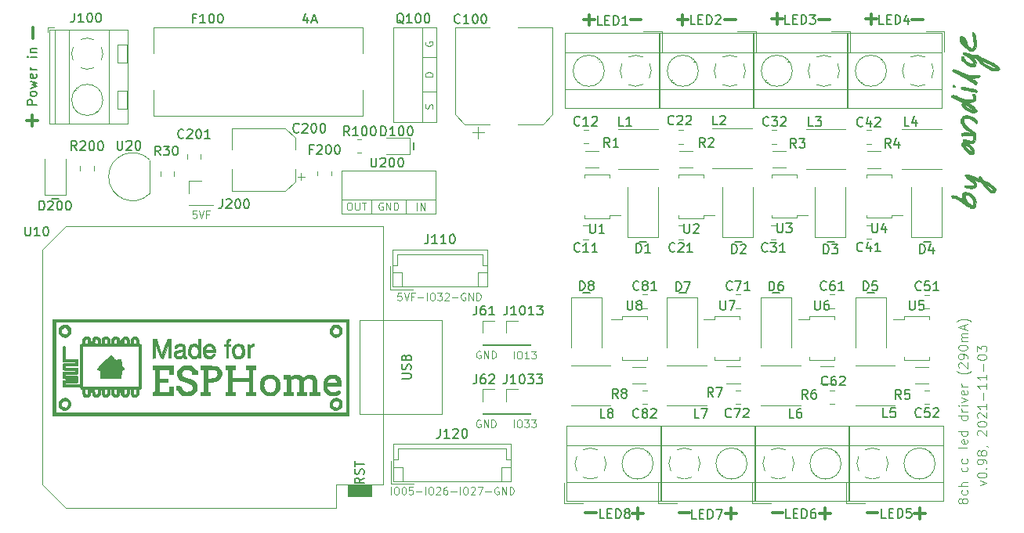
<source format=gto>
G04 #@! TF.GenerationSoftware,KiCad,Pcbnew,5.1.12-84ad8e8a86~92~ubuntu20.04.1*
G04 #@! TF.CreationDate,2021-11-06T00:10:49+01:00*
G04 #@! TF.ProjectId,CC dimmer low voltage,43432064-696d-46d6-9572-206c6f772076,0.98*
G04 #@! TF.SameCoordinates,Original*
G04 #@! TF.FileFunction,Legend,Top*
G04 #@! TF.FilePolarity,Positive*
%FSLAX46Y46*%
G04 Gerber Fmt 4.6, Leading zero omitted, Abs format (unit mm)*
G04 Created by KiCad (PCBNEW 5.1.12-84ad8e8a86~92~ubuntu20.04.1) date 2021-11-06 00:10:49*
%MOMM*%
%LPD*%
G01*
G04 APERTURE LIST*
%ADD10C,0.300000*%
%ADD11C,0.100000*%
%ADD12C,0.150000*%
%ADD13C,0.010000*%
%ADD14C,0.120000*%
G04 APERTURE END LIST*
D10*
X99039142Y-77016428D02*
X99039142Y-75873571D01*
X98420571Y-85902142D02*
X99563428Y-85902142D01*
X98992000Y-86473571D02*
X98992000Y-85330714D01*
X158750571Y-128352142D02*
X159893428Y-128352142D01*
X168880571Y-128372142D02*
X170023428Y-128372142D01*
X178950571Y-128322142D02*
X180093428Y-128322142D01*
X189200571Y-128352142D02*
X190343428Y-128352142D01*
X194090571Y-74982142D02*
X195233428Y-74982142D01*
X183980571Y-74962142D02*
X185123428Y-74962142D01*
X173830571Y-75002142D02*
X174973428Y-75002142D01*
X163640571Y-75022142D02*
X164783428Y-75022142D01*
X163850571Y-128422142D02*
X164993428Y-128422142D01*
X164422000Y-128993571D02*
X164422000Y-127850714D01*
X173930571Y-128402142D02*
X175073428Y-128402142D01*
X174502000Y-128973571D02*
X174502000Y-127830714D01*
X184090571Y-128442142D02*
X185233428Y-128442142D01*
X184662000Y-129013571D02*
X184662000Y-127870714D01*
X194310571Y-128432142D02*
X195453428Y-128432142D01*
X194882000Y-129003571D02*
X194882000Y-127860714D01*
X189070571Y-74952142D02*
X190213428Y-74952142D01*
X189642000Y-75523571D02*
X189642000Y-74380714D01*
X178910571Y-74932142D02*
X180053428Y-74932142D01*
X179482000Y-75503571D02*
X179482000Y-74360714D01*
X168710571Y-75022142D02*
X169853428Y-75022142D01*
X169282000Y-75593571D02*
X169282000Y-74450714D01*
X158600571Y-75022142D02*
X159743428Y-75022142D01*
X159172000Y-75593571D02*
X159172000Y-74450714D01*
D11*
X199482952Y-127154523D02*
X199435333Y-127249761D01*
X199387714Y-127297380D01*
X199292476Y-127345000D01*
X199244857Y-127345000D01*
X199149619Y-127297380D01*
X199102000Y-127249761D01*
X199054380Y-127154523D01*
X199054380Y-126964047D01*
X199102000Y-126868809D01*
X199149619Y-126821190D01*
X199244857Y-126773571D01*
X199292476Y-126773571D01*
X199387714Y-126821190D01*
X199435333Y-126868809D01*
X199482952Y-126964047D01*
X199482952Y-127154523D01*
X199530571Y-127249761D01*
X199578190Y-127297380D01*
X199673428Y-127345000D01*
X199863904Y-127345000D01*
X199959142Y-127297380D01*
X200006761Y-127249761D01*
X200054380Y-127154523D01*
X200054380Y-126964047D01*
X200006761Y-126868809D01*
X199959142Y-126821190D01*
X199863904Y-126773571D01*
X199673428Y-126773571D01*
X199578190Y-126821190D01*
X199530571Y-126868809D01*
X199482952Y-126964047D01*
X200006761Y-125916428D02*
X200054380Y-126011666D01*
X200054380Y-126202142D01*
X200006761Y-126297380D01*
X199959142Y-126345000D01*
X199863904Y-126392619D01*
X199578190Y-126392619D01*
X199482952Y-126345000D01*
X199435333Y-126297380D01*
X199387714Y-126202142D01*
X199387714Y-126011666D01*
X199435333Y-125916428D01*
X200054380Y-125487857D02*
X199054380Y-125487857D01*
X200054380Y-125059285D02*
X199530571Y-125059285D01*
X199435333Y-125106904D01*
X199387714Y-125202142D01*
X199387714Y-125345000D01*
X199435333Y-125440238D01*
X199482952Y-125487857D01*
X200006761Y-123392619D02*
X200054380Y-123487857D01*
X200054380Y-123678333D01*
X200006761Y-123773571D01*
X199959142Y-123821190D01*
X199863904Y-123868809D01*
X199578190Y-123868809D01*
X199482952Y-123821190D01*
X199435333Y-123773571D01*
X199387714Y-123678333D01*
X199387714Y-123487857D01*
X199435333Y-123392619D01*
X200006761Y-122535476D02*
X200054380Y-122630714D01*
X200054380Y-122821190D01*
X200006761Y-122916428D01*
X199959142Y-122964047D01*
X199863904Y-123011666D01*
X199578190Y-123011666D01*
X199482952Y-122964047D01*
X199435333Y-122916428D01*
X199387714Y-122821190D01*
X199387714Y-122630714D01*
X199435333Y-122535476D01*
X200054380Y-121202142D02*
X200006761Y-121297380D01*
X199911523Y-121345000D01*
X199054380Y-121345000D01*
X200006761Y-120440238D02*
X200054380Y-120535476D01*
X200054380Y-120725952D01*
X200006761Y-120821190D01*
X199911523Y-120868809D01*
X199530571Y-120868809D01*
X199435333Y-120821190D01*
X199387714Y-120725952D01*
X199387714Y-120535476D01*
X199435333Y-120440238D01*
X199530571Y-120392619D01*
X199625809Y-120392619D01*
X199721047Y-120868809D01*
X200054380Y-119535476D02*
X199054380Y-119535476D01*
X200006761Y-119535476D02*
X200054380Y-119630714D01*
X200054380Y-119821190D01*
X200006761Y-119916428D01*
X199959142Y-119964047D01*
X199863904Y-120011666D01*
X199578190Y-120011666D01*
X199482952Y-119964047D01*
X199435333Y-119916428D01*
X199387714Y-119821190D01*
X199387714Y-119630714D01*
X199435333Y-119535476D01*
X200054380Y-117868809D02*
X199054380Y-117868809D01*
X200006761Y-117868809D02*
X200054380Y-117964047D01*
X200054380Y-118154523D01*
X200006761Y-118249761D01*
X199959142Y-118297380D01*
X199863904Y-118345000D01*
X199578190Y-118345000D01*
X199482952Y-118297380D01*
X199435333Y-118249761D01*
X199387714Y-118154523D01*
X199387714Y-117964047D01*
X199435333Y-117868809D01*
X200054380Y-117392619D02*
X199387714Y-117392619D01*
X199578190Y-117392619D02*
X199482952Y-117345000D01*
X199435333Y-117297380D01*
X199387714Y-117202142D01*
X199387714Y-117106904D01*
X200054380Y-116773571D02*
X199387714Y-116773571D01*
X199054380Y-116773571D02*
X199102000Y-116821190D01*
X199149619Y-116773571D01*
X199102000Y-116725952D01*
X199054380Y-116773571D01*
X199149619Y-116773571D01*
X199387714Y-116392619D02*
X200054380Y-116154523D01*
X199387714Y-115916428D01*
X200006761Y-115154523D02*
X200054380Y-115249761D01*
X200054380Y-115440238D01*
X200006761Y-115535476D01*
X199911523Y-115583095D01*
X199530571Y-115583095D01*
X199435333Y-115535476D01*
X199387714Y-115440238D01*
X199387714Y-115249761D01*
X199435333Y-115154523D01*
X199530571Y-115106904D01*
X199625809Y-115106904D01*
X199721047Y-115583095D01*
X200054380Y-114678333D02*
X199387714Y-114678333D01*
X199578190Y-114678333D02*
X199482952Y-114630714D01*
X199435333Y-114583095D01*
X199387714Y-114487857D01*
X199387714Y-114392619D01*
X200435333Y-113011666D02*
X200387714Y-113059285D01*
X200244857Y-113154523D01*
X200149619Y-113202142D01*
X200006761Y-113249761D01*
X199768666Y-113297380D01*
X199578190Y-113297380D01*
X199340095Y-113249761D01*
X199197238Y-113202142D01*
X199102000Y-113154523D01*
X198959142Y-113059285D01*
X198911523Y-113011666D01*
X199149619Y-112678333D02*
X199102000Y-112630714D01*
X199054380Y-112535476D01*
X199054380Y-112297380D01*
X199102000Y-112202142D01*
X199149619Y-112154523D01*
X199244857Y-112106904D01*
X199340095Y-112106904D01*
X199482952Y-112154523D01*
X200054380Y-112725952D01*
X200054380Y-112106904D01*
X200054380Y-111630714D02*
X200054380Y-111440238D01*
X200006761Y-111345000D01*
X199959142Y-111297380D01*
X199816285Y-111202142D01*
X199625809Y-111154523D01*
X199244857Y-111154523D01*
X199149619Y-111202142D01*
X199102000Y-111249761D01*
X199054380Y-111345000D01*
X199054380Y-111535476D01*
X199102000Y-111630714D01*
X199149619Y-111678333D01*
X199244857Y-111725952D01*
X199482952Y-111725952D01*
X199578190Y-111678333D01*
X199625809Y-111630714D01*
X199673428Y-111535476D01*
X199673428Y-111345000D01*
X199625809Y-111249761D01*
X199578190Y-111202142D01*
X199482952Y-111154523D01*
X199054380Y-110535476D02*
X199054380Y-110440238D01*
X199102000Y-110345000D01*
X199149619Y-110297380D01*
X199244857Y-110249761D01*
X199435333Y-110202142D01*
X199673428Y-110202142D01*
X199863904Y-110249761D01*
X199959142Y-110297380D01*
X200006761Y-110345000D01*
X200054380Y-110440238D01*
X200054380Y-110535476D01*
X200006761Y-110630714D01*
X199959142Y-110678333D01*
X199863904Y-110725952D01*
X199673428Y-110773571D01*
X199435333Y-110773571D01*
X199244857Y-110725952D01*
X199149619Y-110678333D01*
X199102000Y-110630714D01*
X199054380Y-110535476D01*
X200054380Y-109773571D02*
X199387714Y-109773571D01*
X199482952Y-109773571D02*
X199435333Y-109725952D01*
X199387714Y-109630714D01*
X199387714Y-109487857D01*
X199435333Y-109392619D01*
X199530571Y-109345000D01*
X200054380Y-109345000D01*
X199530571Y-109345000D02*
X199435333Y-109297380D01*
X199387714Y-109202142D01*
X199387714Y-109059285D01*
X199435333Y-108964047D01*
X199530571Y-108916428D01*
X200054380Y-108916428D01*
X199768666Y-108487857D02*
X199768666Y-108011666D01*
X200054380Y-108583095D02*
X199054380Y-108249761D01*
X200054380Y-107916428D01*
X200435333Y-107678333D02*
X200387714Y-107630714D01*
X200244857Y-107535476D01*
X200149619Y-107487857D01*
X200006761Y-107440238D01*
X199768666Y-107392619D01*
X199578190Y-107392619D01*
X199340095Y-107440238D01*
X199197238Y-107487857D01*
X199102000Y-107535476D01*
X198959142Y-107630714D01*
X198911523Y-107678333D01*
X142230709Y-84617271D02*
X142268804Y-84502985D01*
X142268804Y-84312509D01*
X142230709Y-84236319D01*
X142192614Y-84198223D01*
X142116423Y-84160128D01*
X142040233Y-84160128D01*
X141964042Y-84198223D01*
X141925947Y-84236319D01*
X141887852Y-84312509D01*
X141849757Y-84464890D01*
X141811661Y-84541080D01*
X141773566Y-84579176D01*
X141697376Y-84617271D01*
X141621185Y-84617271D01*
X141544995Y-84579176D01*
X141506900Y-84541080D01*
X141468804Y-84464890D01*
X141468804Y-84274414D01*
X141506900Y-84160128D01*
X142281504Y-81143823D02*
X141481504Y-81143823D01*
X141481504Y-80953347D01*
X141519600Y-80839061D01*
X141595790Y-80762871D01*
X141671980Y-80724776D01*
X141824361Y-80686680D01*
X141938647Y-80686680D01*
X142091028Y-80724776D01*
X142167219Y-80762871D01*
X142243409Y-80839061D01*
X142281504Y-80953347D01*
X142281504Y-81143823D01*
X141519600Y-77410076D02*
X141481504Y-77486266D01*
X141481504Y-77600552D01*
X141519600Y-77714838D01*
X141595790Y-77791028D01*
X141671980Y-77829123D01*
X141824361Y-77867219D01*
X141938647Y-77867219D01*
X142091028Y-77829123D01*
X142167219Y-77791028D01*
X142243409Y-77714838D01*
X142281504Y-77600552D01*
X142281504Y-77524361D01*
X142243409Y-77410076D01*
X142205314Y-77371980D01*
X141938647Y-77371980D01*
X141938647Y-77524361D01*
X136865076Y-94834500D02*
X136788885Y-94796404D01*
X136674600Y-94796404D01*
X136560314Y-94834500D01*
X136484123Y-94910690D01*
X136446028Y-94986880D01*
X136407933Y-95139261D01*
X136407933Y-95253547D01*
X136446028Y-95405928D01*
X136484123Y-95482119D01*
X136560314Y-95558309D01*
X136674600Y-95596404D01*
X136750790Y-95596404D01*
X136865076Y-95558309D01*
X136903171Y-95520214D01*
X136903171Y-95253547D01*
X136750790Y-95253547D01*
X137246028Y-95596404D02*
X137246028Y-94796404D01*
X137703171Y-95596404D01*
X137703171Y-94796404D01*
X138084123Y-95596404D02*
X138084123Y-94796404D01*
X138274600Y-94796404D01*
X138388885Y-94834500D01*
X138465076Y-94910690D01*
X138503171Y-94986880D01*
X138541266Y-95139261D01*
X138541266Y-95253547D01*
X138503171Y-95405928D01*
X138465076Y-95482119D01*
X138388885Y-95558309D01*
X138274600Y-95596404D01*
X138084123Y-95596404D01*
D12*
X101876452Y-94362971D02*
X101114547Y-94362971D01*
D11*
X133194800Y-94809104D02*
X133347180Y-94809104D01*
X133423371Y-94847200D01*
X133499561Y-94923390D01*
X133537657Y-95075771D01*
X133537657Y-95342438D01*
X133499561Y-95494819D01*
X133423371Y-95571009D01*
X133347180Y-95609104D01*
X133194800Y-95609104D01*
X133118609Y-95571009D01*
X133042419Y-95494819D01*
X133004323Y-95342438D01*
X133004323Y-95075771D01*
X133042419Y-94923390D01*
X133118609Y-94847200D01*
X133194800Y-94809104D01*
X133880514Y-94809104D02*
X133880514Y-95456723D01*
X133918609Y-95532914D01*
X133956704Y-95571009D01*
X134032895Y-95609104D01*
X134185276Y-95609104D01*
X134261466Y-95571009D01*
X134299561Y-95532914D01*
X134337657Y-95456723D01*
X134337657Y-94809104D01*
X134604323Y-94809104D02*
X135061466Y-94809104D01*
X134832895Y-95609104D02*
X134832895Y-94809104D01*
X140560752Y-95634504D02*
X140560752Y-94834504D01*
X140941704Y-95634504D02*
X140941704Y-94834504D01*
X141398847Y-95634504D01*
X141398847Y-94834504D01*
D12*
X140200328Y-89036852D02*
X140200328Y-88274947D01*
X195297747Y-99027028D02*
X196059652Y-99027028D01*
X179778252Y-104561071D02*
X179016347Y-104561071D01*
X184934547Y-99065128D02*
X185696452Y-99065128D01*
X168869047Y-104564228D02*
X169630952Y-104564228D01*
X174952347Y-99039728D02*
X175714252Y-99039728D01*
X189201747Y-104551528D02*
X189963652Y-104551528D01*
X158493147Y-104551528D02*
X159255052Y-104551528D01*
X164627247Y-99001628D02*
X165389152Y-99001628D01*
D11*
X201437714Y-125366428D02*
X202104380Y-125128333D01*
X201437714Y-124890238D01*
X201104380Y-124318809D02*
X201104380Y-124223571D01*
X201152000Y-124128333D01*
X201199619Y-124080714D01*
X201294857Y-124033095D01*
X201485333Y-123985476D01*
X201723428Y-123985476D01*
X201913904Y-124033095D01*
X202009142Y-124080714D01*
X202056761Y-124128333D01*
X202104380Y-124223571D01*
X202104380Y-124318809D01*
X202056761Y-124414047D01*
X202009142Y-124461666D01*
X201913904Y-124509285D01*
X201723428Y-124556904D01*
X201485333Y-124556904D01*
X201294857Y-124509285D01*
X201199619Y-124461666D01*
X201152000Y-124414047D01*
X201104380Y-124318809D01*
X202009142Y-123556904D02*
X202056761Y-123509285D01*
X202104380Y-123556904D01*
X202056761Y-123604523D01*
X202009142Y-123556904D01*
X202104380Y-123556904D01*
X202104380Y-123033095D02*
X202104380Y-122842619D01*
X202056761Y-122747380D01*
X202009142Y-122699761D01*
X201866285Y-122604523D01*
X201675809Y-122556904D01*
X201294857Y-122556904D01*
X201199619Y-122604523D01*
X201152000Y-122652142D01*
X201104380Y-122747380D01*
X201104380Y-122937857D01*
X201152000Y-123033095D01*
X201199619Y-123080714D01*
X201294857Y-123128333D01*
X201532952Y-123128333D01*
X201628190Y-123080714D01*
X201675809Y-123033095D01*
X201723428Y-122937857D01*
X201723428Y-122747380D01*
X201675809Y-122652142D01*
X201628190Y-122604523D01*
X201532952Y-122556904D01*
X201532952Y-121985476D02*
X201485333Y-122080714D01*
X201437714Y-122128333D01*
X201342476Y-122175952D01*
X201294857Y-122175952D01*
X201199619Y-122128333D01*
X201152000Y-122080714D01*
X201104380Y-121985476D01*
X201104380Y-121795000D01*
X201152000Y-121699761D01*
X201199619Y-121652142D01*
X201294857Y-121604523D01*
X201342476Y-121604523D01*
X201437714Y-121652142D01*
X201485333Y-121699761D01*
X201532952Y-121795000D01*
X201532952Y-121985476D01*
X201580571Y-122080714D01*
X201628190Y-122128333D01*
X201723428Y-122175952D01*
X201913904Y-122175952D01*
X202009142Y-122128333D01*
X202056761Y-122080714D01*
X202104380Y-121985476D01*
X202104380Y-121795000D01*
X202056761Y-121699761D01*
X202009142Y-121652142D01*
X201913904Y-121604523D01*
X201723428Y-121604523D01*
X201628190Y-121652142D01*
X201580571Y-121699761D01*
X201532952Y-121795000D01*
X202056761Y-121128333D02*
X202104380Y-121128333D01*
X202199619Y-121175952D01*
X202247238Y-121223571D01*
X201199619Y-119985476D02*
X201152000Y-119937857D01*
X201104380Y-119842619D01*
X201104380Y-119604523D01*
X201152000Y-119509285D01*
X201199619Y-119461666D01*
X201294857Y-119414047D01*
X201390095Y-119414047D01*
X201532952Y-119461666D01*
X202104380Y-120033095D01*
X202104380Y-119414047D01*
X201104380Y-118795000D02*
X201104380Y-118699761D01*
X201152000Y-118604523D01*
X201199619Y-118556904D01*
X201294857Y-118509285D01*
X201485333Y-118461666D01*
X201723428Y-118461666D01*
X201913904Y-118509285D01*
X202009142Y-118556904D01*
X202056761Y-118604523D01*
X202104380Y-118699761D01*
X202104380Y-118795000D01*
X202056761Y-118890238D01*
X202009142Y-118937857D01*
X201913904Y-118985476D01*
X201723428Y-119033095D01*
X201485333Y-119033095D01*
X201294857Y-118985476D01*
X201199619Y-118937857D01*
X201152000Y-118890238D01*
X201104380Y-118795000D01*
X201199619Y-118080714D02*
X201152000Y-118033095D01*
X201104380Y-117937857D01*
X201104380Y-117699761D01*
X201152000Y-117604523D01*
X201199619Y-117556904D01*
X201294857Y-117509285D01*
X201390095Y-117509285D01*
X201532952Y-117556904D01*
X202104380Y-118128333D01*
X202104380Y-117509285D01*
X202104380Y-116556904D02*
X202104380Y-117128333D01*
X202104380Y-116842619D02*
X201104380Y-116842619D01*
X201247238Y-116937857D01*
X201342476Y-117033095D01*
X201390095Y-117128333D01*
X201723428Y-116128333D02*
X201723428Y-115366428D01*
X202104380Y-114366428D02*
X202104380Y-114937857D01*
X202104380Y-114652142D02*
X201104380Y-114652142D01*
X201247238Y-114747380D01*
X201342476Y-114842619D01*
X201390095Y-114937857D01*
X202104380Y-113414047D02*
X202104380Y-113985476D01*
X202104380Y-113699761D02*
X201104380Y-113699761D01*
X201247238Y-113795000D01*
X201342476Y-113890238D01*
X201390095Y-113985476D01*
X201723428Y-112985476D02*
X201723428Y-112223571D01*
X201104380Y-111556904D02*
X201104380Y-111461666D01*
X201152000Y-111366428D01*
X201199619Y-111318809D01*
X201294857Y-111271190D01*
X201485333Y-111223571D01*
X201723428Y-111223571D01*
X201913904Y-111271190D01*
X202009142Y-111318809D01*
X202056761Y-111366428D01*
X202104380Y-111461666D01*
X202104380Y-111556904D01*
X202056761Y-111652142D01*
X202009142Y-111699761D01*
X201913904Y-111747380D01*
X201723428Y-111795000D01*
X201485333Y-111795000D01*
X201294857Y-111747380D01*
X201199619Y-111699761D01*
X201152000Y-111652142D01*
X201104380Y-111556904D01*
X201104380Y-110890238D02*
X201104380Y-110271190D01*
X201485333Y-110604523D01*
X201485333Y-110461666D01*
X201532952Y-110366428D01*
X201580571Y-110318809D01*
X201675809Y-110271190D01*
X201913904Y-110271190D01*
X202009142Y-110318809D01*
X202056761Y-110366428D01*
X202104380Y-110461666D01*
X202104380Y-110747380D01*
X202056761Y-110842619D01*
X202009142Y-110890238D01*
D13*
G36*
X198482537Y-82070392D02*
G01*
X198572909Y-82048818D01*
X198668045Y-82074200D01*
X198703148Y-82152934D01*
X198686374Y-82250350D01*
X198645421Y-82284875D01*
X198531088Y-82295154D01*
X198456521Y-82239828D01*
X198442670Y-82152934D01*
X198482537Y-82070392D01*
G37*
X198482537Y-82070392D02*
X198572909Y-82048818D01*
X198668045Y-82074200D01*
X198703148Y-82152934D01*
X198686374Y-82250350D01*
X198645421Y-82284875D01*
X198531088Y-82295154D01*
X198456521Y-82239828D01*
X198442670Y-82152934D01*
X198482537Y-82070392D01*
G36*
X198303471Y-94074655D02*
G01*
X198344192Y-94008554D01*
X198432014Y-93997739D01*
X198581629Y-94023312D01*
X198772755Y-94079290D01*
X198985116Y-94159690D01*
X199198431Y-94258528D01*
X199207909Y-94263407D01*
X199361465Y-94339598D01*
X199477940Y-94391217D01*
X199538339Y-94410078D01*
X199542727Y-94407680D01*
X199531088Y-94347936D01*
X199502484Y-94238670D01*
X199496605Y-94217935D01*
X199477623Y-94044098D01*
X199510149Y-93876823D01*
X199585304Y-93748556D01*
X199635753Y-93709373D01*
X199816703Y-93660640D01*
X200034986Y-93675699D01*
X200268277Y-93747828D01*
X200494253Y-93870305D01*
X200677991Y-94023204D01*
X200826594Y-94231522D01*
X200924950Y-94483610D01*
X200967025Y-94750601D01*
X200946788Y-95003631D01*
X200908004Y-95123893D01*
X200799988Y-95288021D01*
X200658643Y-95386499D01*
X200564091Y-95403032D01*
X200564091Y-95089311D01*
X200631472Y-95039944D01*
X200676862Y-94939477D01*
X200692887Y-94801665D01*
X200672175Y-94640263D01*
X200634998Y-94527971D01*
X200480787Y-94274179D01*
X200259055Y-94069026D01*
X200115030Y-93984412D01*
X199986373Y-93926528D01*
X199910071Y-93909944D01*
X199857499Y-93931543D01*
X199833126Y-93953718D01*
X199784799Y-94049073D01*
X199791773Y-94184470D01*
X199833658Y-94310765D01*
X199909420Y-94461953D01*
X200004038Y-94615358D01*
X200102494Y-94748307D01*
X200189769Y-94838125D01*
X200241689Y-94863691D01*
X200319539Y-94899802D01*
X200392844Y-94979727D01*
X200482091Y-95073824D01*
X200564091Y-95089311D01*
X200564091Y-95403032D01*
X200503341Y-95413655D01*
X200353451Y-95363820D01*
X200284770Y-95306336D01*
X200197735Y-95235604D01*
X200127746Y-95214426D01*
X200123586Y-95215651D01*
X200065915Y-95197345D01*
X199956685Y-95130599D01*
X199814243Y-95027341D01*
X199724412Y-94956058D01*
X199404670Y-94710464D01*
X199121527Y-94529889D01*
X198857669Y-94404356D01*
X198650619Y-94337320D01*
X198500605Y-94295630D01*
X198385984Y-94259011D01*
X198341446Y-94240476D01*
X198301457Y-94170895D01*
X198303471Y-94074655D01*
G37*
X198303471Y-94074655D02*
X198344192Y-94008554D01*
X198432014Y-93997739D01*
X198581629Y-94023312D01*
X198772755Y-94079290D01*
X198985116Y-94159690D01*
X199198431Y-94258528D01*
X199207909Y-94263407D01*
X199361465Y-94339598D01*
X199477940Y-94391217D01*
X199538339Y-94410078D01*
X199542727Y-94407680D01*
X199531088Y-94347936D01*
X199502484Y-94238670D01*
X199496605Y-94217935D01*
X199477623Y-94044098D01*
X199510149Y-93876823D01*
X199585304Y-93748556D01*
X199635753Y-93709373D01*
X199816703Y-93660640D01*
X200034986Y-93675699D01*
X200268277Y-93747828D01*
X200494253Y-93870305D01*
X200677991Y-94023204D01*
X200826594Y-94231522D01*
X200924950Y-94483610D01*
X200967025Y-94750601D01*
X200946788Y-95003631D01*
X200908004Y-95123893D01*
X200799988Y-95288021D01*
X200658643Y-95386499D01*
X200564091Y-95403032D01*
X200564091Y-95089311D01*
X200631472Y-95039944D01*
X200676862Y-94939477D01*
X200692887Y-94801665D01*
X200672175Y-94640263D01*
X200634998Y-94527971D01*
X200480787Y-94274179D01*
X200259055Y-94069026D01*
X200115030Y-93984412D01*
X199986373Y-93926528D01*
X199910071Y-93909944D01*
X199857499Y-93931543D01*
X199833126Y-93953718D01*
X199784799Y-94049073D01*
X199791773Y-94184470D01*
X199833658Y-94310765D01*
X199909420Y-94461953D01*
X200004038Y-94615358D01*
X200102494Y-94748307D01*
X200189769Y-94838125D01*
X200241689Y-94863691D01*
X200319539Y-94899802D01*
X200392844Y-94979727D01*
X200482091Y-95073824D01*
X200564091Y-95089311D01*
X200564091Y-95403032D01*
X200503341Y-95413655D01*
X200353451Y-95363820D01*
X200284770Y-95306336D01*
X200197735Y-95235604D01*
X200127746Y-95214426D01*
X200123586Y-95215651D01*
X200065915Y-95197345D01*
X199956685Y-95130599D01*
X199814243Y-95027341D01*
X199724412Y-94956058D01*
X199404670Y-94710464D01*
X199121527Y-94529889D01*
X198857669Y-94404356D01*
X198650619Y-94337320D01*
X198500605Y-94295630D01*
X198385984Y-94259011D01*
X198341446Y-94240476D01*
X198301457Y-94170895D01*
X198303471Y-94074655D01*
G36*
X199184365Y-76972569D02*
G01*
X199239946Y-76864633D01*
X199352084Y-76810966D01*
X199402263Y-76807182D01*
X199576692Y-76851612D01*
X199734130Y-76979064D01*
X199867972Y-77180783D01*
X199971611Y-77448014D01*
X200012609Y-77616066D01*
X200059008Y-77789811D01*
X200124711Y-77906130D01*
X200212149Y-77987785D01*
X200374274Y-78076441D01*
X200523915Y-78094517D01*
X200641396Y-78040425D01*
X200656982Y-78023662D01*
X200692632Y-77927798D01*
X200710458Y-77762787D01*
X200711252Y-77549950D01*
X200695811Y-77310608D01*
X200664930Y-77066082D01*
X200619402Y-76837691D01*
X200611633Y-76807182D01*
X200566993Y-76627093D01*
X200548201Y-76513270D01*
X200553932Y-76443702D01*
X200582863Y-76396378D01*
X200586684Y-76392328D01*
X200671555Y-76347979D01*
X200751084Y-76394567D01*
X200824136Y-76530763D01*
X200887241Y-76745093D01*
X200938373Y-77010018D01*
X200974668Y-77289204D01*
X200993991Y-77555395D01*
X200994204Y-77781336D01*
X200979022Y-77915546D01*
X200903640Y-78143302D01*
X200786179Y-78291576D01*
X200621034Y-78365743D01*
X200497994Y-78376913D01*
X200347767Y-78345721D01*
X200156669Y-78262105D01*
X199948718Y-78139373D01*
X199747933Y-77990829D01*
X199658666Y-77911918D01*
X199657940Y-77911131D01*
X199657940Y-77436037D01*
X199679383Y-77434895D01*
X199679539Y-77430636D01*
X199652391Y-77365507D01*
X199587266Y-77272051D01*
X199584783Y-77269000D01*
X199530081Y-77208398D01*
X199527400Y-77223861D01*
X199538081Y-77245909D01*
X199607447Y-77368612D01*
X199657940Y-77436037D01*
X199657940Y-77911131D01*
X199472671Y-77710221D01*
X199329496Y-77503599D01*
X199231888Y-77303891D01*
X199182596Y-77122935D01*
X199184365Y-76972569D01*
G37*
X199184365Y-76972569D02*
X199239946Y-76864633D01*
X199352084Y-76810966D01*
X199402263Y-76807182D01*
X199576692Y-76851612D01*
X199734130Y-76979064D01*
X199867972Y-77180783D01*
X199971611Y-77448014D01*
X200012609Y-77616066D01*
X200059008Y-77789811D01*
X200124711Y-77906130D01*
X200212149Y-77987785D01*
X200374274Y-78076441D01*
X200523915Y-78094517D01*
X200641396Y-78040425D01*
X200656982Y-78023662D01*
X200692632Y-77927798D01*
X200710458Y-77762787D01*
X200711252Y-77549950D01*
X200695811Y-77310608D01*
X200664930Y-77066082D01*
X200619402Y-76837691D01*
X200611633Y-76807182D01*
X200566993Y-76627093D01*
X200548201Y-76513270D01*
X200553932Y-76443702D01*
X200582863Y-76396378D01*
X200586684Y-76392328D01*
X200671555Y-76347979D01*
X200751084Y-76394567D01*
X200824136Y-76530763D01*
X200887241Y-76745093D01*
X200938373Y-77010018D01*
X200974668Y-77289204D01*
X200993991Y-77555395D01*
X200994204Y-77781336D01*
X200979022Y-77915546D01*
X200903640Y-78143302D01*
X200786179Y-78291576D01*
X200621034Y-78365743D01*
X200497994Y-78376913D01*
X200347767Y-78345721D01*
X200156669Y-78262105D01*
X199948718Y-78139373D01*
X199747933Y-77990829D01*
X199658666Y-77911918D01*
X199657940Y-77911131D01*
X199657940Y-77436037D01*
X199679383Y-77434895D01*
X199679539Y-77430636D01*
X199652391Y-77365507D01*
X199587266Y-77272051D01*
X199584783Y-77269000D01*
X199530081Y-77208398D01*
X199527400Y-77223861D01*
X199538081Y-77245909D01*
X199607447Y-77368612D01*
X199657940Y-77436037D01*
X199657940Y-77911131D01*
X199472671Y-77710221D01*
X199329496Y-77503599D01*
X199231888Y-77303891D01*
X199182596Y-77122935D01*
X199184365Y-76972569D01*
G36*
X199362968Y-82288333D02*
G01*
X199463088Y-82256636D01*
X199541084Y-82266567D01*
X199687066Y-82293520D01*
X199882006Y-82333238D01*
X200106879Y-82381461D01*
X200342657Y-82433931D01*
X200570313Y-82486391D01*
X200770820Y-82534582D01*
X200925153Y-82574245D01*
X201014283Y-82601123D01*
X201026139Y-82606457D01*
X201063837Y-82674788D01*
X201056409Y-82768339D01*
X201009360Y-82835081D01*
X201001558Y-82838725D01*
X200931706Y-82838842D01*
X200794219Y-82819493D01*
X200610907Y-82784240D01*
X200458922Y-82750090D01*
X200221910Y-82694786D01*
X199982035Y-82640664D01*
X199775936Y-82595917D01*
X199693325Y-82578884D01*
X199534250Y-82539287D01*
X199409674Y-82494065D01*
X199353340Y-82458840D01*
X199320501Y-82365591D01*
X199362968Y-82288333D01*
G37*
X199362968Y-82288333D02*
X199463088Y-82256636D01*
X199541084Y-82266567D01*
X199687066Y-82293520D01*
X199882006Y-82333238D01*
X200106879Y-82381461D01*
X200342657Y-82433931D01*
X200570313Y-82486391D01*
X200770820Y-82534582D01*
X200925153Y-82574245D01*
X201014283Y-82601123D01*
X201026139Y-82606457D01*
X201063837Y-82674788D01*
X201056409Y-82768339D01*
X201009360Y-82835081D01*
X201001558Y-82838725D01*
X200931706Y-82838842D01*
X200794219Y-82819493D01*
X200610907Y-82784240D01*
X200458922Y-82750090D01*
X200221910Y-82694786D01*
X199982035Y-82640664D01*
X199775936Y-82595917D01*
X199693325Y-82578884D01*
X199534250Y-82539287D01*
X199409674Y-82494065D01*
X199353340Y-82458840D01*
X199320501Y-82365591D01*
X199362968Y-82288333D01*
G36*
X198316126Y-83250114D02*
G01*
X198343229Y-83201883D01*
X198438575Y-83156954D01*
X198595340Y-83168511D01*
X198803258Y-83234799D01*
X198964417Y-83308127D01*
X199237372Y-83428693D01*
X199529347Y-83529889D01*
X199820877Y-83607491D01*
X200092502Y-83657275D01*
X200324760Y-83675017D01*
X200498188Y-83656492D01*
X200526414Y-83647169D01*
X200597454Y-83614670D01*
X200632966Y-83571785D01*
X200640624Y-83492893D01*
X200628104Y-83352375D01*
X200624449Y-83319883D01*
X200610492Y-83162062D01*
X200616131Y-83072155D01*
X200644930Y-83027111D01*
X200671889Y-83013126D01*
X200767984Y-83017712D01*
X200817447Y-83049746D01*
X200870102Y-83149356D01*
X200905018Y-83302767D01*
X200918217Y-83472447D01*
X200905719Y-83620866D01*
X200884614Y-83683388D01*
X200760778Y-83823615D01*
X200574162Y-83921168D01*
X200349069Y-83964162D01*
X200308355Y-83965191D01*
X200081074Y-83965364D01*
X200290516Y-84104092D01*
X200504394Y-84258180D01*
X200703339Y-84423922D01*
X200867904Y-84583494D01*
X200978641Y-84719071D01*
X200999003Y-84753449D01*
X201051175Y-84861644D01*
X201054784Y-84923272D01*
X201002980Y-84974179D01*
X200950054Y-85009500D01*
X200790782Y-85061194D01*
X200674182Y-85054005D01*
X200674182Y-84756588D01*
X200535637Y-84635962D01*
X200425264Y-84550637D01*
X200268606Y-84442492D01*
X200099406Y-84334815D01*
X200097981Y-84333951D01*
X199921833Y-84236499D01*
X199803477Y-84191780D01*
X199754538Y-84196899D01*
X199747832Y-84259091D01*
X199810892Y-84344525D01*
X199927658Y-84442321D01*
X200082066Y-84541598D01*
X200258055Y-84631476D01*
X200439563Y-84701074D01*
X200537129Y-84727027D01*
X200674182Y-84756588D01*
X200674182Y-85054005D01*
X200580655Y-85048237D01*
X200331117Y-84974168D01*
X200053613Y-84842527D01*
X199759586Y-84656853D01*
X199721619Y-84629568D01*
X199537415Y-84466277D01*
X199439996Y-84309634D01*
X199431022Y-84163150D01*
X199465239Y-84086876D01*
X199537276Y-83976934D01*
X198937001Y-83690963D01*
X198720628Y-83584256D01*
X198535230Y-83485966D01*
X198396550Y-83404966D01*
X198320331Y-83350127D01*
X198311106Y-83338226D01*
X198316126Y-83250114D01*
G37*
X198316126Y-83250114D02*
X198343229Y-83201883D01*
X198438575Y-83156954D01*
X198595340Y-83168511D01*
X198803258Y-83234799D01*
X198964417Y-83308127D01*
X199237372Y-83428693D01*
X199529347Y-83529889D01*
X199820877Y-83607491D01*
X200092502Y-83657275D01*
X200324760Y-83675017D01*
X200498188Y-83656492D01*
X200526414Y-83647169D01*
X200597454Y-83614670D01*
X200632966Y-83571785D01*
X200640624Y-83492893D01*
X200628104Y-83352375D01*
X200624449Y-83319883D01*
X200610492Y-83162062D01*
X200616131Y-83072155D01*
X200644930Y-83027111D01*
X200671889Y-83013126D01*
X200767984Y-83017712D01*
X200817447Y-83049746D01*
X200870102Y-83149356D01*
X200905018Y-83302767D01*
X200918217Y-83472447D01*
X200905719Y-83620866D01*
X200884614Y-83683388D01*
X200760778Y-83823615D01*
X200574162Y-83921168D01*
X200349069Y-83964162D01*
X200308355Y-83965191D01*
X200081074Y-83965364D01*
X200290516Y-84104092D01*
X200504394Y-84258180D01*
X200703339Y-84423922D01*
X200867904Y-84583494D01*
X200978641Y-84719071D01*
X200999003Y-84753449D01*
X201051175Y-84861644D01*
X201054784Y-84923272D01*
X201002980Y-84974179D01*
X200950054Y-85009500D01*
X200790782Y-85061194D01*
X200674182Y-85054005D01*
X200674182Y-84756588D01*
X200535637Y-84635962D01*
X200425264Y-84550637D01*
X200268606Y-84442492D01*
X200099406Y-84334815D01*
X200097981Y-84333951D01*
X199921833Y-84236499D01*
X199803477Y-84191780D01*
X199754538Y-84196899D01*
X199747832Y-84259091D01*
X199810892Y-84344525D01*
X199927658Y-84442321D01*
X200082066Y-84541598D01*
X200258055Y-84631476D01*
X200439563Y-84701074D01*
X200537129Y-84727027D01*
X200674182Y-84756588D01*
X200674182Y-85054005D01*
X200580655Y-85048237D01*
X200331117Y-84974168D01*
X200053613Y-84842527D01*
X199759586Y-84656853D01*
X199721619Y-84629568D01*
X199537415Y-84466277D01*
X199439996Y-84309634D01*
X199431022Y-84163150D01*
X199465239Y-84086876D01*
X199537276Y-83976934D01*
X198937001Y-83690963D01*
X198720628Y-83584256D01*
X198535230Y-83485966D01*
X198396550Y-83404966D01*
X198320331Y-83350127D01*
X198311106Y-83338226D01*
X198316126Y-83250114D01*
G36*
X199329845Y-85733886D02*
G01*
X199374184Y-85653768D01*
X199467029Y-85554219D01*
X199487555Y-85533670D01*
X199602297Y-85427174D01*
X199697752Y-85372717D01*
X199815531Y-85353076D01*
X199929344Y-85350818D01*
X200206176Y-85380659D01*
X200476677Y-85462929D01*
X200719921Y-85586747D01*
X200914981Y-85741234D01*
X201040927Y-85915508D01*
X201048537Y-85932696D01*
X201098899Y-86067058D01*
X201109470Y-86146056D01*
X201083586Y-86196001D01*
X201082121Y-86197485D01*
X200994129Y-86229933D01*
X200892260Y-86188699D01*
X200804942Y-86088985D01*
X200670361Y-85928722D01*
X200483508Y-85794247D01*
X200268258Y-85694692D01*
X200048484Y-85639186D01*
X199848060Y-85636862D01*
X199724419Y-85675716D01*
X199658382Y-85759265D01*
X199635006Y-85899718D01*
X199654237Y-86072086D01*
X199716021Y-86251379D01*
X199725708Y-86271030D01*
X199781327Y-86364656D01*
X199856035Y-86455858D01*
X199962274Y-86555459D01*
X200112485Y-86674281D01*
X200319110Y-86823146D01*
X200520379Y-86962247D01*
X200677739Y-87074124D01*
X200803611Y-87171609D01*
X200879715Y-87240159D01*
X200893384Y-87259020D01*
X200903370Y-87328637D01*
X200912953Y-87464240D01*
X200920378Y-87639459D01*
X200921606Y-87683000D01*
X200910732Y-87967998D01*
X200857682Y-88174942D01*
X200756754Y-88310631D01*
X200602248Y-88381868D01*
X200388463Y-88395454D01*
X200328201Y-88390940D01*
X200142956Y-88373274D01*
X200448285Y-88680960D01*
X200596095Y-88834609D01*
X200689605Y-88948324D01*
X200742839Y-89044320D01*
X200769821Y-89144811D01*
X200777758Y-89202863D01*
X200771767Y-89399646D01*
X200702016Y-89529737D01*
X200568636Y-89592958D01*
X200489226Y-89599546D01*
X200463815Y-89593378D01*
X200463815Y-89270366D01*
X200507116Y-89244567D01*
X200498508Y-89166559D01*
X200428095Y-89033693D01*
X200422975Y-89025867D01*
X200336589Y-88921929D01*
X200208428Y-88797305D01*
X200111972Y-88715758D01*
X199989383Y-88621552D01*
X199918978Y-88579744D01*
X199881345Y-88584381D01*
X199857076Y-88629505D01*
X199854374Y-88636723D01*
X199848683Y-88719142D01*
X199899299Y-88817822D01*
X199969408Y-88904453D01*
X200121400Y-89061000D01*
X200261062Y-89175934D01*
X200378498Y-89246606D01*
X200463815Y-89270366D01*
X200463815Y-89593378D01*
X200320786Y-89558655D01*
X200120686Y-89435265D01*
X199887384Y-89228300D01*
X199746271Y-89080553D01*
X199544955Y-88837642D01*
X199423127Y-88636103D01*
X199379294Y-88472886D01*
X199398349Y-88370087D01*
X199460864Y-88287292D01*
X199520271Y-88260273D01*
X199567240Y-88243647D01*
X199548791Y-88179377D01*
X199544518Y-88171255D01*
X199517347Y-88057479D01*
X199553621Y-87969746D01*
X199635917Y-87937000D01*
X199721634Y-87950348D01*
X199862811Y-87985166D01*
X200011977Y-88028768D01*
X200179222Y-88076638D01*
X200323709Y-88110059D01*
X200405338Y-88121132D01*
X200536743Y-88081359D01*
X200623043Y-87971135D01*
X200651091Y-87822024D01*
X200647474Y-87691561D01*
X200625995Y-87605625D01*
X200570712Y-87554928D01*
X200465684Y-87530179D01*
X200294969Y-87522089D01*
X200135114Y-87521364D01*
X199929550Y-87525843D01*
X199752138Y-87537886D01*
X199627660Y-87555400D01*
X199589080Y-87567454D01*
X199492271Y-87575914D01*
X199406979Y-87520436D01*
X199365659Y-87427041D01*
X199367648Y-87389918D01*
X199420677Y-87297297D01*
X199541645Y-87238899D01*
X199737107Y-87212993D01*
X200013615Y-87217847D01*
X200018056Y-87218123D01*
X200424111Y-87243545D01*
X200110419Y-87008242D01*
X199853972Y-86810694D01*
X199664051Y-86648415D01*
X199529530Y-86506664D01*
X199439281Y-86370699D01*
X199382178Y-86225781D01*
X199347093Y-86057168D01*
X199337235Y-85983943D01*
X199321649Y-85831601D01*
X199329845Y-85733886D01*
G37*
X199329845Y-85733886D02*
X199374184Y-85653768D01*
X199467029Y-85554219D01*
X199487555Y-85533670D01*
X199602297Y-85427174D01*
X199697752Y-85372717D01*
X199815531Y-85353076D01*
X199929344Y-85350818D01*
X200206176Y-85380659D01*
X200476677Y-85462929D01*
X200719921Y-85586747D01*
X200914981Y-85741234D01*
X201040927Y-85915508D01*
X201048537Y-85932696D01*
X201098899Y-86067058D01*
X201109470Y-86146056D01*
X201083586Y-86196001D01*
X201082121Y-86197485D01*
X200994129Y-86229933D01*
X200892260Y-86188699D01*
X200804942Y-86088985D01*
X200670361Y-85928722D01*
X200483508Y-85794247D01*
X200268258Y-85694692D01*
X200048484Y-85639186D01*
X199848060Y-85636862D01*
X199724419Y-85675716D01*
X199658382Y-85759265D01*
X199635006Y-85899718D01*
X199654237Y-86072086D01*
X199716021Y-86251379D01*
X199725708Y-86271030D01*
X199781327Y-86364656D01*
X199856035Y-86455858D01*
X199962274Y-86555459D01*
X200112485Y-86674281D01*
X200319110Y-86823146D01*
X200520379Y-86962247D01*
X200677739Y-87074124D01*
X200803611Y-87171609D01*
X200879715Y-87240159D01*
X200893384Y-87259020D01*
X200903370Y-87328637D01*
X200912953Y-87464240D01*
X200920378Y-87639459D01*
X200921606Y-87683000D01*
X200910732Y-87967998D01*
X200857682Y-88174942D01*
X200756754Y-88310631D01*
X200602248Y-88381868D01*
X200388463Y-88395454D01*
X200328201Y-88390940D01*
X200142956Y-88373274D01*
X200448285Y-88680960D01*
X200596095Y-88834609D01*
X200689605Y-88948324D01*
X200742839Y-89044320D01*
X200769821Y-89144811D01*
X200777758Y-89202863D01*
X200771767Y-89399646D01*
X200702016Y-89529737D01*
X200568636Y-89592958D01*
X200489226Y-89599546D01*
X200463815Y-89593378D01*
X200463815Y-89270366D01*
X200507116Y-89244567D01*
X200498508Y-89166559D01*
X200428095Y-89033693D01*
X200422975Y-89025867D01*
X200336589Y-88921929D01*
X200208428Y-88797305D01*
X200111972Y-88715758D01*
X199989383Y-88621552D01*
X199918978Y-88579744D01*
X199881345Y-88584381D01*
X199857076Y-88629505D01*
X199854374Y-88636723D01*
X199848683Y-88719142D01*
X199899299Y-88817822D01*
X199969408Y-88904453D01*
X200121400Y-89061000D01*
X200261062Y-89175934D01*
X200378498Y-89246606D01*
X200463815Y-89270366D01*
X200463815Y-89593378D01*
X200320786Y-89558655D01*
X200120686Y-89435265D01*
X199887384Y-89228300D01*
X199746271Y-89080553D01*
X199544955Y-88837642D01*
X199423127Y-88636103D01*
X199379294Y-88472886D01*
X199398349Y-88370087D01*
X199460864Y-88287292D01*
X199520271Y-88260273D01*
X199567240Y-88243647D01*
X199548791Y-88179377D01*
X199544518Y-88171255D01*
X199517347Y-88057479D01*
X199553621Y-87969746D01*
X199635917Y-87937000D01*
X199721634Y-87950348D01*
X199862811Y-87985166D01*
X200011977Y-88028768D01*
X200179222Y-88076638D01*
X200323709Y-88110059D01*
X200405338Y-88121132D01*
X200536743Y-88081359D01*
X200623043Y-87971135D01*
X200651091Y-87822024D01*
X200647474Y-87691561D01*
X200625995Y-87605625D01*
X200570712Y-87554928D01*
X200465684Y-87530179D01*
X200294969Y-87522089D01*
X200135114Y-87521364D01*
X199929550Y-87525843D01*
X199752138Y-87537886D01*
X199627660Y-87555400D01*
X199589080Y-87567454D01*
X199492271Y-87575914D01*
X199406979Y-87520436D01*
X199365659Y-87427041D01*
X199367648Y-87389918D01*
X199420677Y-87297297D01*
X199541645Y-87238899D01*
X199737107Y-87212993D01*
X200013615Y-87217847D01*
X200018056Y-87218123D01*
X200424111Y-87243545D01*
X200110419Y-87008242D01*
X199853972Y-86810694D01*
X199664051Y-86648415D01*
X199529530Y-86506664D01*
X199439281Y-86370699D01*
X199382178Y-86225781D01*
X199347093Y-86057168D01*
X199337235Y-85983943D01*
X199321649Y-85831601D01*
X199329845Y-85733886D01*
G36*
X198419691Y-80451545D02*
G01*
X198433645Y-80433321D01*
X198480183Y-80389917D01*
X198538526Y-80371771D01*
X198623488Y-80382246D01*
X198749885Y-80424700D01*
X198932533Y-80502494D01*
X199123301Y-80589740D01*
X199537053Y-80770074D01*
X199899167Y-80899513D01*
X200232012Y-80982429D01*
X200557954Y-81023195D01*
X200899361Y-81026184D01*
X201228364Y-81001247D01*
X201330644Y-81003883D01*
X201374020Y-81051881D01*
X201380805Y-81083969D01*
X201364990Y-81165081D01*
X201278688Y-81229143D01*
X201242259Y-81245606D01*
X201111459Y-81279324D01*
X200920040Y-81302018D01*
X200709177Y-81309909D01*
X200328536Y-81309909D01*
X200493644Y-81402273D01*
X200726197Y-81535367D01*
X200887894Y-81636767D01*
X200990540Y-81715994D01*
X201045936Y-81782569D01*
X201065886Y-81846011D01*
X201066727Y-81864523D01*
X201034784Y-81969257D01*
X200958242Y-82021661D01*
X200866031Y-82003034D01*
X200859541Y-81998441D01*
X200708489Y-81892271D01*
X200507511Y-81761066D01*
X200269554Y-81612306D01*
X200007564Y-81453473D01*
X199734489Y-81292048D01*
X199463276Y-81135513D01*
X199206870Y-80991350D01*
X198978220Y-80867039D01*
X198790272Y-80770062D01*
X198655972Y-80707901D01*
X198591612Y-80687904D01*
X198525252Y-80655493D01*
X198458239Y-80594957D01*
X198404417Y-80515650D01*
X198419691Y-80451545D01*
G37*
X198419691Y-80451545D02*
X198433645Y-80433321D01*
X198480183Y-80389917D01*
X198538526Y-80371771D01*
X198623488Y-80382246D01*
X198749885Y-80424700D01*
X198932533Y-80502494D01*
X199123301Y-80589740D01*
X199537053Y-80770074D01*
X199899167Y-80899513D01*
X200232012Y-80982429D01*
X200557954Y-81023195D01*
X200899361Y-81026184D01*
X201228364Y-81001247D01*
X201330644Y-81003883D01*
X201374020Y-81051881D01*
X201380805Y-81083969D01*
X201364990Y-81165081D01*
X201278688Y-81229143D01*
X201242259Y-81245606D01*
X201111459Y-81279324D01*
X200920040Y-81302018D01*
X200709177Y-81309909D01*
X200328536Y-81309909D01*
X200493644Y-81402273D01*
X200726197Y-81535367D01*
X200887894Y-81636767D01*
X200990540Y-81715994D01*
X201045936Y-81782569D01*
X201065886Y-81846011D01*
X201066727Y-81864523D01*
X201034784Y-81969257D01*
X200958242Y-82021661D01*
X200866031Y-82003034D01*
X200859541Y-81998441D01*
X200708489Y-81892271D01*
X200507511Y-81761066D01*
X200269554Y-81612306D01*
X200007564Y-81453473D01*
X199734489Y-81292048D01*
X199463276Y-81135513D01*
X199206870Y-80991350D01*
X198978220Y-80867039D01*
X198790272Y-80770062D01*
X198655972Y-80707901D01*
X198591612Y-80687904D01*
X198525252Y-80655493D01*
X198458239Y-80594957D01*
X198404417Y-80515650D01*
X198419691Y-80451545D01*
G36*
X199751743Y-91829280D02*
G01*
X199779305Y-91786351D01*
X199845926Y-91749265D01*
X199961779Y-91745221D01*
X200132992Y-91775825D01*
X200365693Y-91842682D01*
X200666010Y-91947396D01*
X201040070Y-92091572D01*
X201217342Y-92162938D01*
X201276538Y-92172128D01*
X201275554Y-92133142D01*
X201278486Y-92035199D01*
X201344400Y-91969803D01*
X201417375Y-91962212D01*
X201491315Y-92010436D01*
X201575166Y-92111923D01*
X201603629Y-92158168D01*
X201666146Y-92250961D01*
X201749989Y-92330731D01*
X201874723Y-92411761D01*
X202059910Y-92508334D01*
X202129674Y-92542229D01*
X202457958Y-92721452D01*
X202724732Y-92917685D01*
X202826886Y-93011174D01*
X202988659Y-93183699D01*
X203076920Y-93322915D01*
X203096213Y-93444894D01*
X203051079Y-93565708D01*
X203003012Y-93634227D01*
X202876335Y-93730985D01*
X202717458Y-93745733D01*
X202681113Y-93733172D01*
X202681113Y-93432636D01*
X202756873Y-93418576D01*
X202762883Y-93371842D01*
X202696700Y-93285608D01*
X202592808Y-93186011D01*
X202443289Y-93066253D01*
X202280153Y-92957495D01*
X202220428Y-92924205D01*
X202107403Y-92868821D01*
X202059878Y-92855940D01*
X202062025Y-92884286D01*
X202076282Y-92912594D01*
X202148374Y-93010774D01*
X202262607Y-93129651D01*
X202396675Y-93250042D01*
X202528271Y-93352770D01*
X202635087Y-93418653D01*
X202681113Y-93432636D01*
X202681113Y-93733172D01*
X202530847Y-93681239D01*
X202320966Y-93540267D01*
X202092280Y-93325582D01*
X201849254Y-93039952D01*
X201686520Y-92818713D01*
X201599349Y-92700249D01*
X201519615Y-92617249D01*
X201423104Y-92553459D01*
X201285599Y-92492628D01*
X201098440Y-92424017D01*
X200917444Y-92362960D01*
X200771074Y-92319510D01*
X200679493Y-92299340D01*
X200659473Y-92300497D01*
X200670601Y-92322722D01*
X200687357Y-92324273D01*
X200751727Y-92362884D01*
X200833264Y-92460947D01*
X200915726Y-92591800D01*
X200982868Y-92728787D01*
X201018449Y-92845248D01*
X201020546Y-92871125D01*
X200985427Y-93007433D01*
X200878457Y-93128349D01*
X200786485Y-93194764D01*
X200689867Y-93230425D01*
X200555939Y-93243749D01*
X200428184Y-93244360D01*
X200234079Y-93233733D01*
X200047200Y-93209839D01*
X199935273Y-93185153D01*
X199813542Y-93137765D01*
X199760033Y-93079851D01*
X199750546Y-93015521D01*
X199751010Y-92966004D01*
X199762359Y-92933510D01*
X199799524Y-92916405D01*
X199877438Y-92913059D01*
X200011033Y-92921839D01*
X200215242Y-92941113D01*
X200329165Y-92952289D01*
X200503787Y-92964454D01*
X200610942Y-92956869D01*
X200673942Y-92926799D01*
X200690279Y-92909973D01*
X200722079Y-92846136D01*
X200709312Y-92772870D01*
X200644623Y-92680898D01*
X200520658Y-92560941D01*
X200330063Y-92403723D01*
X200222468Y-92319788D01*
X200013195Y-92155756D01*
X199870194Y-92035172D01*
X199784759Y-91947554D01*
X199748178Y-91882418D01*
X199751743Y-91829280D01*
G37*
X199751743Y-91829280D02*
X199779305Y-91786351D01*
X199845926Y-91749265D01*
X199961779Y-91745221D01*
X200132992Y-91775825D01*
X200365693Y-91842682D01*
X200666010Y-91947396D01*
X201040070Y-92091572D01*
X201217342Y-92162938D01*
X201276538Y-92172128D01*
X201275554Y-92133142D01*
X201278486Y-92035199D01*
X201344400Y-91969803D01*
X201417375Y-91962212D01*
X201491315Y-92010436D01*
X201575166Y-92111923D01*
X201603629Y-92158168D01*
X201666146Y-92250961D01*
X201749989Y-92330731D01*
X201874723Y-92411761D01*
X202059910Y-92508334D01*
X202129674Y-92542229D01*
X202457958Y-92721452D01*
X202724732Y-92917685D01*
X202826886Y-93011174D01*
X202988659Y-93183699D01*
X203076920Y-93322915D01*
X203096213Y-93444894D01*
X203051079Y-93565708D01*
X203003012Y-93634227D01*
X202876335Y-93730985D01*
X202717458Y-93745733D01*
X202681113Y-93733172D01*
X202681113Y-93432636D01*
X202756873Y-93418576D01*
X202762883Y-93371842D01*
X202696700Y-93285608D01*
X202592808Y-93186011D01*
X202443289Y-93066253D01*
X202280153Y-92957495D01*
X202220428Y-92924205D01*
X202107403Y-92868821D01*
X202059878Y-92855940D01*
X202062025Y-92884286D01*
X202076282Y-92912594D01*
X202148374Y-93010774D01*
X202262607Y-93129651D01*
X202396675Y-93250042D01*
X202528271Y-93352770D01*
X202635087Y-93418653D01*
X202681113Y-93432636D01*
X202681113Y-93733172D01*
X202530847Y-93681239D01*
X202320966Y-93540267D01*
X202092280Y-93325582D01*
X201849254Y-93039952D01*
X201686520Y-92818713D01*
X201599349Y-92700249D01*
X201519615Y-92617249D01*
X201423104Y-92553459D01*
X201285599Y-92492628D01*
X201098440Y-92424017D01*
X200917444Y-92362960D01*
X200771074Y-92319510D01*
X200679493Y-92299340D01*
X200659473Y-92300497D01*
X200670601Y-92322722D01*
X200687357Y-92324273D01*
X200751727Y-92362884D01*
X200833264Y-92460947D01*
X200915726Y-92591800D01*
X200982868Y-92728787D01*
X201018449Y-92845248D01*
X201020546Y-92871125D01*
X200985427Y-93007433D01*
X200878457Y-93128349D01*
X200786485Y-93194764D01*
X200689867Y-93230425D01*
X200555939Y-93243749D01*
X200428184Y-93244360D01*
X200234079Y-93233733D01*
X200047200Y-93209839D01*
X199935273Y-93185153D01*
X199813542Y-93137765D01*
X199760033Y-93079851D01*
X199750546Y-93015521D01*
X199751010Y-92966004D01*
X199762359Y-92933510D01*
X199799524Y-92916405D01*
X199877438Y-92913059D01*
X200011033Y-92921839D01*
X200215242Y-92941113D01*
X200329165Y-92952289D01*
X200503787Y-92964454D01*
X200610942Y-92956869D01*
X200673942Y-92926799D01*
X200690279Y-92909973D01*
X200722079Y-92846136D01*
X200709312Y-92772870D01*
X200644623Y-92680898D01*
X200520658Y-92560941D01*
X200330063Y-92403723D01*
X200222468Y-92319788D01*
X200013195Y-92155756D01*
X199870194Y-92035172D01*
X199784759Y-91947554D01*
X199748178Y-91882418D01*
X199751743Y-91829280D01*
G36*
X199412935Y-79014936D02*
G01*
X199493663Y-78946344D01*
X199554720Y-78939938D01*
X199627625Y-78970053D01*
X199662909Y-79050534D01*
X199672368Y-79125353D01*
X199707300Y-79266729D01*
X199799131Y-79391688D01*
X199854076Y-79443155D01*
X200066920Y-79597547D01*
X200293722Y-79707649D01*
X200504235Y-79759558D01*
X200547182Y-79761804D01*
X200652391Y-79751415D01*
X200692992Y-79706604D01*
X200697273Y-79661523D01*
X200659569Y-79561869D01*
X200556845Y-79431258D01*
X200404680Y-79283837D01*
X200218654Y-79133754D01*
X200014348Y-78995159D01*
X199877546Y-78917107D01*
X199691053Y-78811788D01*
X199584133Y-78728879D01*
X199549721Y-78658780D01*
X199580748Y-78591893D01*
X199614598Y-78559935D01*
X199657064Y-78539857D01*
X199726085Y-78537692D01*
X199835882Y-78556070D01*
X200000675Y-78597617D01*
X200234686Y-78664963D01*
X200318871Y-78690098D01*
X200590883Y-78767776D01*
X200799790Y-78819033D01*
X200937551Y-78842129D01*
X200995146Y-78836454D01*
X201092691Y-78793527D01*
X201192182Y-78823918D01*
X201247706Y-78896909D01*
X201317449Y-78980091D01*
X201466626Y-79063571D01*
X201581381Y-79109979D01*
X201758192Y-79181870D01*
X201981453Y-79281695D01*
X202232176Y-79399976D01*
X202491368Y-79527234D01*
X202740039Y-79653988D01*
X202959199Y-79770761D01*
X203129857Y-79868071D01*
X203225776Y-79930791D01*
X203326350Y-80025820D01*
X203422755Y-80145884D01*
X203492600Y-80260091D01*
X203514364Y-80328971D01*
X203490445Y-80374446D01*
X203448814Y-80435173D01*
X203395532Y-80484847D01*
X203311166Y-80512433D01*
X203171585Y-80523608D01*
X203067814Y-80524818D01*
X203042710Y-80524132D01*
X203042710Y-80269157D01*
X203168000Y-80267497D01*
X203031374Y-80155838D01*
X202943118Y-80096459D01*
X202789983Y-80006457D01*
X202589998Y-79895918D01*
X202361191Y-79774928D01*
X202235329Y-79710484D01*
X201950630Y-79570995D01*
X201738290Y-79477027D01*
X201599678Y-79428878D01*
X201536160Y-79426849D01*
X201549103Y-79471240D01*
X201639874Y-79562350D01*
X201667091Y-79585867D01*
X201863332Y-79734245D01*
X202096480Y-79882129D01*
X202346057Y-80019349D01*
X202591586Y-80135731D01*
X202812588Y-80221105D01*
X202988586Y-80265299D01*
X203042710Y-80269157D01*
X203042710Y-80524132D01*
X202913908Y-80520607D01*
X202784982Y-80502661D01*
X202653359Y-80463016D01*
X202491359Y-80393704D01*
X202313637Y-80307758D01*
X201951533Y-80113402D01*
X201664785Y-79923094D01*
X201437785Y-79724872D01*
X201254923Y-79506776D01*
X201239127Y-79484368D01*
X201068562Y-79280933D01*
X200897260Y-79156837D01*
X200754710Y-79118356D01*
X200745343Y-79149749D01*
X200786179Y-79234074D01*
X200835529Y-79307929D01*
X200937097Y-79484246D01*
X200973546Y-79656881D01*
X200974364Y-79691648D01*
X200953338Y-79876302D01*
X200880880Y-79992388D01*
X200742914Y-80055807D01*
X200636186Y-80073756D01*
X200498862Y-80079805D01*
X200371990Y-80057592D01*
X200220271Y-79998755D01*
X200122004Y-79951978D01*
X199908551Y-79828426D01*
X199707982Y-79679474D01*
X199539190Y-79522215D01*
X199421069Y-79373745D01*
X199376965Y-79277913D01*
X199369595Y-79133903D01*
X199412935Y-79014936D01*
G37*
X199412935Y-79014936D02*
X199493663Y-78946344D01*
X199554720Y-78939938D01*
X199627625Y-78970053D01*
X199662909Y-79050534D01*
X199672368Y-79125353D01*
X199707300Y-79266729D01*
X199799131Y-79391688D01*
X199854076Y-79443155D01*
X200066920Y-79597547D01*
X200293722Y-79707649D01*
X200504235Y-79759558D01*
X200547182Y-79761804D01*
X200652391Y-79751415D01*
X200692992Y-79706604D01*
X200697273Y-79661523D01*
X200659569Y-79561869D01*
X200556845Y-79431258D01*
X200404680Y-79283837D01*
X200218654Y-79133754D01*
X200014348Y-78995159D01*
X199877546Y-78917107D01*
X199691053Y-78811788D01*
X199584133Y-78728879D01*
X199549721Y-78658780D01*
X199580748Y-78591893D01*
X199614598Y-78559935D01*
X199657064Y-78539857D01*
X199726085Y-78537692D01*
X199835882Y-78556070D01*
X200000675Y-78597617D01*
X200234686Y-78664963D01*
X200318871Y-78690098D01*
X200590883Y-78767776D01*
X200799790Y-78819033D01*
X200937551Y-78842129D01*
X200995146Y-78836454D01*
X201092691Y-78793527D01*
X201192182Y-78823918D01*
X201247706Y-78896909D01*
X201317449Y-78980091D01*
X201466626Y-79063571D01*
X201581381Y-79109979D01*
X201758192Y-79181870D01*
X201981453Y-79281695D01*
X202232176Y-79399976D01*
X202491368Y-79527234D01*
X202740039Y-79653988D01*
X202959199Y-79770761D01*
X203129857Y-79868071D01*
X203225776Y-79930791D01*
X203326350Y-80025820D01*
X203422755Y-80145884D01*
X203492600Y-80260091D01*
X203514364Y-80328971D01*
X203490445Y-80374446D01*
X203448814Y-80435173D01*
X203395532Y-80484847D01*
X203311166Y-80512433D01*
X203171585Y-80523608D01*
X203067814Y-80524818D01*
X203042710Y-80524132D01*
X203042710Y-80269157D01*
X203168000Y-80267497D01*
X203031374Y-80155838D01*
X202943118Y-80096459D01*
X202789983Y-80006457D01*
X202589998Y-79895918D01*
X202361191Y-79774928D01*
X202235329Y-79710484D01*
X201950630Y-79570995D01*
X201738290Y-79477027D01*
X201599678Y-79428878D01*
X201536160Y-79426849D01*
X201549103Y-79471240D01*
X201639874Y-79562350D01*
X201667091Y-79585867D01*
X201863332Y-79734245D01*
X202096480Y-79882129D01*
X202346057Y-80019349D01*
X202591586Y-80135731D01*
X202812588Y-80221105D01*
X202988586Y-80265299D01*
X203042710Y-80269157D01*
X203042710Y-80524132D01*
X202913908Y-80520607D01*
X202784982Y-80502661D01*
X202653359Y-80463016D01*
X202491359Y-80393704D01*
X202313637Y-80307758D01*
X201951533Y-80113402D01*
X201664785Y-79923094D01*
X201437785Y-79724872D01*
X201254923Y-79506776D01*
X201239127Y-79484368D01*
X201068562Y-79280933D01*
X200897260Y-79156837D01*
X200754710Y-79118356D01*
X200745343Y-79149749D01*
X200786179Y-79234074D01*
X200835529Y-79307929D01*
X200937097Y-79484246D01*
X200973546Y-79656881D01*
X200974364Y-79691648D01*
X200953338Y-79876302D01*
X200880880Y-79992388D01*
X200742914Y-80055807D01*
X200636186Y-80073756D01*
X200498862Y-80079805D01*
X200371990Y-80057592D01*
X200220271Y-79998755D01*
X200122004Y-79951978D01*
X199908551Y-79828426D01*
X199707982Y-79679474D01*
X199539190Y-79522215D01*
X199421069Y-79373745D01*
X199376965Y-79277913D01*
X199369595Y-79133903D01*
X199412935Y-79014936D01*
G36*
X107503176Y-111345385D02*
G01*
X107577208Y-111404554D01*
X107676289Y-111492870D01*
X107790651Y-111601907D01*
X107819993Y-111630927D01*
X108128287Y-111938064D01*
X108148076Y-111839123D01*
X108163354Y-111781770D01*
X108191382Y-111752387D01*
X108250118Y-111741639D01*
X108338425Y-111740183D01*
X108442059Y-111747018D01*
X108521361Y-111764516D01*
X108547422Y-111778619D01*
X108568014Y-111833248D01*
X108581121Y-111943983D01*
X108585855Y-112103210D01*
X108585859Y-112108133D01*
X108585859Y-112399211D01*
X108747321Y-112558158D01*
X108839682Y-112656621D01*
X108887985Y-112729863D01*
X108900076Y-112790208D01*
X108899465Y-112797181D01*
X108886411Y-112846528D01*
X108850416Y-112872323D01*
X108773738Y-112884438D01*
X108738002Y-112887019D01*
X108585859Y-112896782D01*
X108585859Y-113292786D01*
X108584344Y-113449538D01*
X108580218Y-113585712D01*
X108574106Y-113686943D01*
X108566632Y-113738870D01*
X108566417Y-113739454D01*
X108555264Y-113753258D01*
X108529314Y-113764340D01*
X108482258Y-113772991D01*
X108407788Y-113779500D01*
X108299596Y-113784160D01*
X108151374Y-113787261D01*
X107956814Y-113789092D01*
X107709607Y-113789946D01*
X107466711Y-113790119D01*
X107209750Y-113789508D01*
X106973395Y-113787772D01*
X106765226Y-113785057D01*
X106592822Y-113781512D01*
X106463765Y-113777282D01*
X106385633Y-113772515D01*
X106365094Y-113768766D01*
X106357187Y-113730464D01*
X106350604Y-113640673D01*
X106345945Y-113511961D01*
X106343811Y-113356894D01*
X106343740Y-113322097D01*
X106343740Y-112896782D01*
X106194877Y-112887019D01*
X106072612Y-112865015D01*
X106010907Y-112821267D01*
X106006281Y-112800260D01*
X106017095Y-112768988D01*
X106047543Y-112722698D01*
X106101818Y-112656634D01*
X106184114Y-112566042D01*
X106298626Y-112446168D01*
X106449546Y-112292256D01*
X106641068Y-112099553D01*
X106696010Y-112044533D01*
X106873494Y-111868370D01*
X107038071Y-111707789D01*
X107183947Y-111568229D01*
X107305328Y-111455126D01*
X107396419Y-111373919D01*
X107451427Y-111330046D01*
X107463959Y-111323789D01*
X107503176Y-111345385D01*
G37*
X107503176Y-111345385D02*
X107577208Y-111404554D01*
X107676289Y-111492870D01*
X107790651Y-111601907D01*
X107819993Y-111630927D01*
X108128287Y-111938064D01*
X108148076Y-111839123D01*
X108163354Y-111781770D01*
X108191382Y-111752387D01*
X108250118Y-111741639D01*
X108338425Y-111740183D01*
X108442059Y-111747018D01*
X108521361Y-111764516D01*
X108547422Y-111778619D01*
X108568014Y-111833248D01*
X108581121Y-111943983D01*
X108585855Y-112103210D01*
X108585859Y-112108133D01*
X108585859Y-112399211D01*
X108747321Y-112558158D01*
X108839682Y-112656621D01*
X108887985Y-112729863D01*
X108900076Y-112790208D01*
X108899465Y-112797181D01*
X108886411Y-112846528D01*
X108850416Y-112872323D01*
X108773738Y-112884438D01*
X108738002Y-112887019D01*
X108585859Y-112896782D01*
X108585859Y-113292786D01*
X108584344Y-113449538D01*
X108580218Y-113585712D01*
X108574106Y-113686943D01*
X108566632Y-113738870D01*
X108566417Y-113739454D01*
X108555264Y-113753258D01*
X108529314Y-113764340D01*
X108482258Y-113772991D01*
X108407788Y-113779500D01*
X108299596Y-113784160D01*
X108151374Y-113787261D01*
X107956814Y-113789092D01*
X107709607Y-113789946D01*
X107466711Y-113790119D01*
X107209750Y-113789508D01*
X106973395Y-113787772D01*
X106765226Y-113785057D01*
X106592822Y-113781512D01*
X106463765Y-113777282D01*
X106385633Y-113772515D01*
X106365094Y-113768766D01*
X106357187Y-113730464D01*
X106350604Y-113640673D01*
X106345945Y-113511961D01*
X106343811Y-113356894D01*
X106343740Y-113322097D01*
X106343740Y-112896782D01*
X106194877Y-112887019D01*
X106072612Y-112865015D01*
X106010907Y-112821267D01*
X106006281Y-112800260D01*
X106017095Y-112768988D01*
X106047543Y-112722698D01*
X106101818Y-112656634D01*
X106184114Y-112566042D01*
X106298626Y-112446168D01*
X106449546Y-112292256D01*
X106641068Y-112099553D01*
X106696010Y-112044533D01*
X106873494Y-111868370D01*
X107038071Y-111707789D01*
X107183947Y-111568229D01*
X107305328Y-111455126D01*
X107396419Y-111373919D01*
X107451427Y-111330046D01*
X107463959Y-111323789D01*
X107503176Y-111345385D01*
G36*
X131994196Y-108049190D02*
G01*
X132166461Y-108131736D01*
X132303049Y-108260630D01*
X132396571Y-108428769D01*
X132439637Y-108629047D01*
X132440454Y-108641913D01*
X132442559Y-108765040D01*
X132427405Y-108856678D01*
X132387546Y-108948641D01*
X132355229Y-109006049D01*
X132271552Y-109125384D01*
X132172393Y-109208937D01*
X132091166Y-109254283D01*
X131911319Y-109317844D01*
X131729166Y-109336095D01*
X131565467Y-109307187D01*
X131552516Y-109302276D01*
X131382170Y-109203814D01*
X131252339Y-109067427D01*
X131165947Y-108904572D01*
X131125919Y-108726708D01*
X131130826Y-108630576D01*
X131403167Y-108630576D01*
X131418159Y-108788050D01*
X131420982Y-108797832D01*
X131489603Y-108924302D01*
X131603562Y-109009046D01*
X131756095Y-109047606D01*
X131802996Y-109049521D01*
X131902741Y-109040531D01*
X131979661Y-109004120D01*
X132051231Y-108940737D01*
X132122095Y-108858262D01*
X132153690Y-108779997D01*
X132160014Y-108692503D01*
X132133936Y-108532154D01*
X132062020Y-108407066D01*
X131953291Y-108324391D01*
X131816774Y-108291284D01*
X131677291Y-108309876D01*
X131538247Y-108380991D01*
X131445034Y-108491391D01*
X131403167Y-108630576D01*
X131130826Y-108630576D01*
X131135180Y-108545292D01*
X131196655Y-108371782D01*
X131283508Y-108248445D01*
X131435797Y-108116040D01*
X131605858Y-108041835D01*
X131793643Y-108020096D01*
X131994196Y-108049190D01*
G37*
X131994196Y-108049190D02*
X132166461Y-108131736D01*
X132303049Y-108260630D01*
X132396571Y-108428769D01*
X132439637Y-108629047D01*
X132440454Y-108641913D01*
X132442559Y-108765040D01*
X132427405Y-108856678D01*
X132387546Y-108948641D01*
X132355229Y-109006049D01*
X132271552Y-109125384D01*
X132172393Y-109208937D01*
X132091166Y-109254283D01*
X131911319Y-109317844D01*
X131729166Y-109336095D01*
X131565467Y-109307187D01*
X131552516Y-109302276D01*
X131382170Y-109203814D01*
X131252339Y-109067427D01*
X131165947Y-108904572D01*
X131125919Y-108726708D01*
X131130826Y-108630576D01*
X131403167Y-108630576D01*
X131418159Y-108788050D01*
X131420982Y-108797832D01*
X131489603Y-108924302D01*
X131603562Y-109009046D01*
X131756095Y-109047606D01*
X131802996Y-109049521D01*
X131902741Y-109040531D01*
X131979661Y-109004120D01*
X132051231Y-108940737D01*
X132122095Y-108858262D01*
X132153690Y-108779997D01*
X132160014Y-108692503D01*
X132133936Y-108532154D01*
X132062020Y-108407066D01*
X131953291Y-108324391D01*
X131816774Y-108291284D01*
X131677291Y-108309876D01*
X131538247Y-108380991D01*
X131445034Y-108491391D01*
X131403167Y-108630576D01*
X131130826Y-108630576D01*
X131135180Y-108545292D01*
X131196655Y-108371782D01*
X131283508Y-108248445D01*
X131435797Y-108116040D01*
X131605858Y-108041835D01*
X131793643Y-108020096D01*
X131994196Y-108049190D01*
G36*
X102688791Y-108049270D02*
G01*
X102861298Y-108131630D01*
X102998793Y-108259463D01*
X103093655Y-108425041D01*
X103138265Y-108620633D01*
X103140714Y-108681292D01*
X103111131Y-108877480D01*
X103028226Y-109049308D01*
X102900766Y-109188195D01*
X102737515Y-109285556D01*
X102547240Y-109332811D01*
X102472174Y-109335882D01*
X102362822Y-109327740D01*
X102267753Y-109309802D01*
X102244823Y-109302276D01*
X102068703Y-109199508D01*
X101935186Y-109053625D01*
X101851016Y-108874576D01*
X101822897Y-108679738D01*
X101828594Y-108636502D01*
X102096541Y-108636502D01*
X102109568Y-108777878D01*
X102132991Y-108839513D01*
X102216979Y-108957315D01*
X102336738Y-109025736D01*
X102495304Y-109048358D01*
X102594155Y-109040536D01*
X102669836Y-109005764D01*
X102743538Y-108940737D01*
X102813472Y-108860130D01*
X102845143Y-108783651D01*
X102852441Y-108681432D01*
X102826927Y-108521195D01*
X102752128Y-108399328D01*
X102630659Y-108319782D01*
X102607568Y-108311411D01*
X102459411Y-108291172D01*
X102324968Y-108323867D01*
X102213502Y-108399191D01*
X102134272Y-108506838D01*
X102096541Y-108636502D01*
X101828594Y-108636502D01*
X101849551Y-108477483D01*
X101931291Y-108306026D01*
X102042785Y-108182872D01*
X102168482Y-108089409D01*
X102294616Y-108038627D01*
X102448266Y-108020648D01*
X102488892Y-108020113D01*
X102688791Y-108049270D01*
G37*
X102688791Y-108049270D02*
X102861298Y-108131630D01*
X102998793Y-108259463D01*
X103093655Y-108425041D01*
X103138265Y-108620633D01*
X103140714Y-108681292D01*
X103111131Y-108877480D01*
X103028226Y-109049308D01*
X102900766Y-109188195D01*
X102737515Y-109285556D01*
X102547240Y-109332811D01*
X102472174Y-109335882D01*
X102362822Y-109327740D01*
X102267753Y-109309802D01*
X102244823Y-109302276D01*
X102068703Y-109199508D01*
X101935186Y-109053625D01*
X101851016Y-108874576D01*
X101822897Y-108679738D01*
X101828594Y-108636502D01*
X102096541Y-108636502D01*
X102109568Y-108777878D01*
X102132991Y-108839513D01*
X102216979Y-108957315D01*
X102336738Y-109025736D01*
X102495304Y-109048358D01*
X102594155Y-109040536D01*
X102669836Y-109005764D01*
X102743538Y-108940737D01*
X102813472Y-108860130D01*
X102845143Y-108783651D01*
X102852441Y-108681432D01*
X102826927Y-108521195D01*
X102752128Y-108399328D01*
X102630659Y-108319782D01*
X102607568Y-108311411D01*
X102459411Y-108291172D01*
X102324968Y-108323867D01*
X102213502Y-108399191D01*
X102134272Y-108506838D01*
X102096541Y-108636502D01*
X101828594Y-108636502D01*
X101849551Y-108477483D01*
X101931291Y-108306026D01*
X102042785Y-108182872D01*
X102168482Y-108089409D01*
X102294616Y-108038627D01*
X102448266Y-108020648D01*
X102488892Y-108020113D01*
X102688791Y-108049270D01*
G36*
X122923132Y-110077910D02*
G01*
X122958154Y-110100140D01*
X122967153Y-110159791D01*
X122967448Y-110202730D01*
X122963699Y-110284862D01*
X122943112Y-110321373D01*
X122891676Y-110330637D01*
X122869766Y-110330851D01*
X122722182Y-110359214D01*
X122607508Y-110441627D01*
X122539009Y-110554480D01*
X122516287Y-110629450D01*
X122500781Y-110728717D01*
X122491487Y-110863749D01*
X122487401Y-111046017D01*
X122486994Y-111148271D01*
X122486994Y-111612061D01*
X122380226Y-111612061D01*
X122301082Y-111606202D01*
X122253551Y-111591969D01*
X122252105Y-111590708D01*
X122245992Y-111553866D01*
X122240561Y-111462292D01*
X122236078Y-111325311D01*
X122232807Y-111152251D01*
X122231013Y-110952438D01*
X122230751Y-110837997D01*
X122230751Y-110106639D01*
X122342857Y-110106639D01*
X122416605Y-110111129D01*
X122447899Y-110137379D01*
X122454886Y-110204555D01*
X122454963Y-110225066D01*
X122454963Y-110343493D01*
X122588075Y-110209051D01*
X122675331Y-110128867D01*
X122746488Y-110088092D01*
X122823975Y-110074958D01*
X122844317Y-110074609D01*
X122923132Y-110077910D01*
G37*
X122923132Y-110077910D02*
X122958154Y-110100140D01*
X122967153Y-110159791D01*
X122967448Y-110202730D01*
X122963699Y-110284862D01*
X122943112Y-110321373D01*
X122891676Y-110330637D01*
X122869766Y-110330851D01*
X122722182Y-110359214D01*
X122607508Y-110441627D01*
X122539009Y-110554480D01*
X122516287Y-110629450D01*
X122500781Y-110728717D01*
X122491487Y-110863749D01*
X122487401Y-111046017D01*
X122486994Y-111148271D01*
X122486994Y-111612061D01*
X122380226Y-111612061D01*
X122301082Y-111606202D01*
X122253551Y-111591969D01*
X122252105Y-111590708D01*
X122245992Y-111553866D01*
X122240561Y-111462292D01*
X122236078Y-111325311D01*
X122232807Y-111152251D01*
X122231013Y-110952438D01*
X122230751Y-110837997D01*
X122230751Y-110106639D01*
X122342857Y-110106639D01*
X122416605Y-110111129D01*
X122447899Y-110137379D01*
X122454886Y-110204555D01*
X122454963Y-110225066D01*
X122454963Y-110343493D01*
X122588075Y-110209051D01*
X122675331Y-110128867D01*
X122746488Y-110088092D01*
X122823975Y-110074958D01*
X122844317Y-110074609D01*
X122923132Y-110077910D01*
G36*
X120412667Y-109541529D02*
G01*
X120436781Y-109617323D01*
X120437057Y-109629612D01*
X120427517Y-109696842D01*
X120388189Y-109720634D01*
X120359269Y-109722276D01*
X120262094Y-109748261D01*
X120202511Y-109825877D01*
X120180896Y-109954613D01*
X120180815Y-109964791D01*
X120180815Y-110106639D01*
X120308936Y-110106639D01*
X120391088Y-110110434D01*
X120427608Y-110130996D01*
X120436855Y-110182096D01*
X120437057Y-110202730D01*
X120431997Y-110264344D01*
X120404580Y-110291734D01*
X120336447Y-110298669D01*
X120308936Y-110298821D01*
X120180815Y-110298821D01*
X120180815Y-111612061D01*
X119956603Y-111612061D01*
X119956603Y-110298821D01*
X119844497Y-110298821D01*
X119769177Y-110293464D01*
X119738284Y-110266294D01*
X119732391Y-110202730D01*
X119738640Y-110138170D01*
X119770339Y-110111690D01*
X119844497Y-110106639D01*
X119956603Y-110106639D01*
X119956603Y-109928367D01*
X119971861Y-109757167D01*
X120020851Y-109635924D01*
X120108393Y-109557426D01*
X120232568Y-109515706D01*
X120346197Y-109508549D01*
X120412667Y-109541529D01*
G37*
X120412667Y-109541529D02*
X120436781Y-109617323D01*
X120437057Y-109629612D01*
X120427517Y-109696842D01*
X120388189Y-109720634D01*
X120359269Y-109722276D01*
X120262094Y-109748261D01*
X120202511Y-109825877D01*
X120180896Y-109954613D01*
X120180815Y-109964791D01*
X120180815Y-110106639D01*
X120308936Y-110106639D01*
X120391088Y-110110434D01*
X120427608Y-110130996D01*
X120436855Y-110182096D01*
X120437057Y-110202730D01*
X120431997Y-110264344D01*
X120404580Y-110291734D01*
X120336447Y-110298669D01*
X120308936Y-110298821D01*
X120180815Y-110298821D01*
X120180815Y-111612061D01*
X119956603Y-111612061D01*
X119956603Y-110298821D01*
X119844497Y-110298821D01*
X119769177Y-110293464D01*
X119738284Y-110266294D01*
X119732391Y-110202730D01*
X119738640Y-110138170D01*
X119770339Y-110111690D01*
X119844497Y-110106639D01*
X119956603Y-110106639D01*
X119956603Y-109928367D01*
X119971861Y-109757167D01*
X120020851Y-109635924D01*
X120108393Y-109557426D01*
X120232568Y-109515706D01*
X120346197Y-109508549D01*
X120412667Y-109541529D01*
G36*
X112306636Y-109534489D02*
G01*
X112376273Y-109545913D01*
X112397460Y-109559122D01*
X112407478Y-109595844D01*
X112435771Y-109685153D01*
X112479699Y-109819090D01*
X112536623Y-109989692D01*
X112603902Y-110188998D01*
X112678895Y-110409046D01*
X112691571Y-110446047D01*
X112985682Y-111303943D01*
X113139450Y-110841420D01*
X113210059Y-110630705D01*
X113289924Y-110395041D01*
X113369434Y-110162644D01*
X113438981Y-109961729D01*
X113441507Y-109954495D01*
X113589797Y-109530094D01*
X113966943Y-109530094D01*
X113966943Y-111612061D01*
X113710701Y-111612061D01*
X113708409Y-110755252D01*
X113706117Y-109898442D01*
X113415847Y-110756832D01*
X113125578Y-111615221D01*
X112980231Y-111605634D01*
X112834884Y-111596046D01*
X112554932Y-110763259D01*
X112274979Y-109930473D01*
X112264152Y-110763259D01*
X112253324Y-111596046D01*
X112133211Y-111605987D01*
X112013097Y-111615928D01*
X112013097Y-109530094D01*
X112205279Y-109530094D01*
X112306636Y-109534489D01*
G37*
X112306636Y-109534489D02*
X112376273Y-109545913D01*
X112397460Y-109559122D01*
X112407478Y-109595844D01*
X112435771Y-109685153D01*
X112479699Y-109819090D01*
X112536623Y-109989692D01*
X112603902Y-110188998D01*
X112678895Y-110409046D01*
X112691571Y-110446047D01*
X112985682Y-111303943D01*
X113139450Y-110841420D01*
X113210059Y-110630705D01*
X113289924Y-110395041D01*
X113369434Y-110162644D01*
X113438981Y-109961729D01*
X113441507Y-109954495D01*
X113589797Y-109530094D01*
X113966943Y-109530094D01*
X113966943Y-111612061D01*
X113710701Y-111612061D01*
X113708409Y-110755252D01*
X113706117Y-109898442D01*
X113415847Y-110756832D01*
X113125578Y-111615221D01*
X112980231Y-111605634D01*
X112834884Y-111596046D01*
X112554932Y-110763259D01*
X112274979Y-109930473D01*
X112264152Y-110763259D01*
X112253324Y-111596046D01*
X112133211Y-111605987D01*
X112013097Y-111615928D01*
X112013097Y-109530094D01*
X112205279Y-109530094D01*
X112306636Y-109534489D01*
G36*
X121433757Y-110091067D02*
G01*
X121588686Y-110144968D01*
X121711116Y-110243101D01*
X121812920Y-110392252D01*
X121822782Y-110410927D01*
X121867114Y-110537726D01*
X121896088Y-110703383D01*
X121907949Y-110884157D01*
X121900943Y-111056308D01*
X121879332Y-111176389D01*
X121817084Y-111321355D01*
X121721097Y-111458400D01*
X121608822Y-111564629D01*
X121560242Y-111594947D01*
X121417375Y-111642282D01*
X121247149Y-111659834D01*
X121079905Y-111645649D01*
X121018187Y-111629866D01*
X120843774Y-111542411D01*
X120711144Y-111407001D01*
X120621230Y-111225029D01*
X120574968Y-110997885D01*
X120572201Y-110964999D01*
X120573618Y-110865327D01*
X120824133Y-110865327D01*
X120841342Y-111048022D01*
X120893943Y-111212696D01*
X120967913Y-111326393D01*
X121076023Y-111401412D01*
X121211247Y-111430621D01*
X121354308Y-111412385D01*
X121453571Y-111367578D01*
X121545725Y-111286132D01*
X121606145Y-111171023D01*
X121640042Y-111010676D01*
X121646852Y-110938305D01*
X121643628Y-110715923D01*
X121599925Y-110538665D01*
X121517127Y-110408656D01*
X121396615Y-110328021D01*
X121239772Y-110298887D01*
X121231030Y-110298821D01*
X121121885Y-110306201D01*
X121046100Y-110335555D01*
X120982127Y-110389428D01*
X120894799Y-110517998D01*
X120842043Y-110682641D01*
X120824133Y-110865327D01*
X120573618Y-110865327D01*
X120575838Y-110709254D01*
X120624479Y-110492135D01*
X120715714Y-110316882D01*
X120847134Y-110186734D01*
X121016330Y-110104931D01*
X121220891Y-110074711D01*
X121234452Y-110074609D01*
X121433757Y-110091067D01*
G37*
X121433757Y-110091067D02*
X121588686Y-110144968D01*
X121711116Y-110243101D01*
X121812920Y-110392252D01*
X121822782Y-110410927D01*
X121867114Y-110537726D01*
X121896088Y-110703383D01*
X121907949Y-110884157D01*
X121900943Y-111056308D01*
X121879332Y-111176389D01*
X121817084Y-111321355D01*
X121721097Y-111458400D01*
X121608822Y-111564629D01*
X121560242Y-111594947D01*
X121417375Y-111642282D01*
X121247149Y-111659834D01*
X121079905Y-111645649D01*
X121018187Y-111629866D01*
X120843774Y-111542411D01*
X120711144Y-111407001D01*
X120621230Y-111225029D01*
X120574968Y-110997885D01*
X120572201Y-110964999D01*
X120573618Y-110865327D01*
X120824133Y-110865327D01*
X120841342Y-111048022D01*
X120893943Y-111212696D01*
X120967913Y-111326393D01*
X121076023Y-111401412D01*
X121211247Y-111430621D01*
X121354308Y-111412385D01*
X121453571Y-111367578D01*
X121545725Y-111286132D01*
X121606145Y-111171023D01*
X121640042Y-111010676D01*
X121646852Y-110938305D01*
X121643628Y-110715923D01*
X121599925Y-110538665D01*
X121517127Y-110408656D01*
X121396615Y-110328021D01*
X121239772Y-110298887D01*
X121231030Y-110298821D01*
X121121885Y-110306201D01*
X121046100Y-110335555D01*
X120982127Y-110389428D01*
X120894799Y-110517998D01*
X120842043Y-110682641D01*
X120824133Y-110865327D01*
X120573618Y-110865327D01*
X120575838Y-110709254D01*
X120624479Y-110492135D01*
X120715714Y-110316882D01*
X120847134Y-110186734D01*
X121016330Y-110104931D01*
X121220891Y-110074711D01*
X121234452Y-110074609D01*
X121433757Y-110091067D01*
G36*
X118369733Y-110114956D02*
G01*
X118533080Y-110195178D01*
X118655708Y-110322871D01*
X118739618Y-110500145D01*
X118786809Y-110729111D01*
X118787946Y-110739237D01*
X118809803Y-110939426D01*
X117684055Y-110939426D01*
X117703844Y-111043524D01*
X117761474Y-111215505D01*
X117858604Y-111337932D01*
X117993517Y-111409278D01*
X118136689Y-111428615D01*
X118286629Y-111399361D01*
X118406567Y-111314788D01*
X118467351Y-111227397D01*
X118516131Y-111159023D01*
X118583230Y-111133690D01*
X118628169Y-111131607D01*
X118703907Y-111137966D01*
X118734699Y-111165405D01*
X118739453Y-111206877D01*
X118715225Y-111295385D01*
X118652714Y-111399199D01*
X118567175Y-111498450D01*
X118473866Y-111573270D01*
X118446895Y-111587861D01*
X118302290Y-111635458D01*
X118138534Y-111658831D01*
X117987844Y-111654159D01*
X117950169Y-111646759D01*
X117773338Y-111571589D01*
X117629586Y-111447986D01*
X117522945Y-111284617D01*
X117457446Y-111090147D01*
X117437123Y-110873240D01*
X117461119Y-110681593D01*
X117714484Y-110681593D01*
X117717815Y-110708824D01*
X117734757Y-110727260D01*
X117775731Y-110738611D01*
X117851163Y-110744585D01*
X117971473Y-110746891D01*
X118114862Y-110747244D01*
X118515241Y-110747244D01*
X118515241Y-110665578D01*
X118486098Y-110525346D01*
X118405463Y-110411516D01*
X118283521Y-110333190D01*
X118130459Y-110299469D01*
X118104758Y-110298821D01*
X117972356Y-110327726D01*
X117853475Y-110404449D01*
X117763396Y-110514002D01*
X117717402Y-110641397D01*
X117714484Y-110681593D01*
X117461119Y-110681593D01*
X117466006Y-110642563D01*
X117471831Y-110618776D01*
X117549366Y-110404912D01*
X117659356Y-110245875D01*
X117803695Y-110140188D01*
X117984278Y-110086378D01*
X118163670Y-110080092D01*
X118369733Y-110114956D01*
G37*
X118369733Y-110114956D02*
X118533080Y-110195178D01*
X118655708Y-110322871D01*
X118739618Y-110500145D01*
X118786809Y-110729111D01*
X118787946Y-110739237D01*
X118809803Y-110939426D01*
X117684055Y-110939426D01*
X117703844Y-111043524D01*
X117761474Y-111215505D01*
X117858604Y-111337932D01*
X117993517Y-111409278D01*
X118136689Y-111428615D01*
X118286629Y-111399361D01*
X118406567Y-111314788D01*
X118467351Y-111227397D01*
X118516131Y-111159023D01*
X118583230Y-111133690D01*
X118628169Y-111131607D01*
X118703907Y-111137966D01*
X118734699Y-111165405D01*
X118739453Y-111206877D01*
X118715225Y-111295385D01*
X118652714Y-111399199D01*
X118567175Y-111498450D01*
X118473866Y-111573270D01*
X118446895Y-111587861D01*
X118302290Y-111635458D01*
X118138534Y-111658831D01*
X117987844Y-111654159D01*
X117950169Y-111646759D01*
X117773338Y-111571589D01*
X117629586Y-111447986D01*
X117522945Y-111284617D01*
X117457446Y-111090147D01*
X117437123Y-110873240D01*
X117461119Y-110681593D01*
X117714484Y-110681593D01*
X117717815Y-110708824D01*
X117734757Y-110727260D01*
X117775731Y-110738611D01*
X117851163Y-110744585D01*
X117971473Y-110746891D01*
X118114862Y-110747244D01*
X118515241Y-110747244D01*
X118515241Y-110665578D01*
X118486098Y-110525346D01*
X118405463Y-110411516D01*
X118283521Y-110333190D01*
X118130459Y-110299469D01*
X118104758Y-110298821D01*
X117972356Y-110327726D01*
X117853475Y-110404449D01*
X117763396Y-110514002D01*
X117717402Y-110641397D01*
X117714484Y-110681593D01*
X117461119Y-110681593D01*
X117466006Y-110642563D01*
X117471831Y-110618776D01*
X117549366Y-110404912D01*
X117659356Y-110245875D01*
X117803695Y-110140188D01*
X117984278Y-110086378D01*
X118163670Y-110080092D01*
X118369733Y-110114956D01*
G36*
X117153955Y-111596046D02*
G01*
X117049856Y-111606083D01*
X116978565Y-111607520D01*
X116950517Y-111581065D01*
X116945758Y-111515536D01*
X116945758Y-111414952D01*
X116848343Y-111512367D01*
X116722744Y-111601964D01*
X116569758Y-111659917D01*
X116449289Y-111674537D01*
X116378664Y-111663333D01*
X116282873Y-111637022D01*
X116257107Y-111628382D01*
X116127816Y-111556156D01*
X116004879Y-111441602D01*
X115907262Y-111305198D01*
X115862520Y-111202366D01*
X115832660Y-111044489D01*
X115824765Y-110867510D01*
X116082548Y-110867510D01*
X116101855Y-111041986D01*
X116150672Y-111199001D01*
X116226318Y-111321809D01*
X116276783Y-111367590D01*
X116364003Y-111402974D01*
X116484108Y-111419449D01*
X116506925Y-111419880D01*
X116615753Y-111412063D01*
X116692046Y-111381126D01*
X116753443Y-111328850D01*
X116836391Y-111208712D01*
X116887046Y-111057087D01*
X116906416Y-110888866D01*
X116895511Y-110718938D01*
X116855340Y-110562194D01*
X116786913Y-110433523D01*
X116691238Y-110347816D01*
X116686787Y-110345455D01*
X116537031Y-110300264D01*
X116390610Y-110313542D01*
X116261014Y-110380633D01*
X116161732Y-110496877D01*
X116143188Y-110533164D01*
X116095432Y-110692321D01*
X116082548Y-110867510D01*
X115824765Y-110867510D01*
X115824490Y-110861348D01*
X115837039Y-110677859D01*
X115869339Y-110518939D01*
X115891451Y-110458972D01*
X115992096Y-110282801D01*
X116112212Y-110163906D01*
X116260273Y-110096457D01*
X116444749Y-110074621D01*
X116449804Y-110074609D01*
X116600651Y-110084774D01*
X116715498Y-110121284D01*
X116820019Y-110193161D01*
X116841659Y-110212316D01*
X116913728Y-110277957D01*
X116913728Y-109530094D01*
X117170857Y-109530094D01*
X117153955Y-111596046D01*
G37*
X117153955Y-111596046D02*
X117049856Y-111606083D01*
X116978565Y-111607520D01*
X116950517Y-111581065D01*
X116945758Y-111515536D01*
X116945758Y-111414952D01*
X116848343Y-111512367D01*
X116722744Y-111601964D01*
X116569758Y-111659917D01*
X116449289Y-111674537D01*
X116378664Y-111663333D01*
X116282873Y-111637022D01*
X116257107Y-111628382D01*
X116127816Y-111556156D01*
X116004879Y-111441602D01*
X115907262Y-111305198D01*
X115862520Y-111202366D01*
X115832660Y-111044489D01*
X115824765Y-110867510D01*
X116082548Y-110867510D01*
X116101855Y-111041986D01*
X116150672Y-111199001D01*
X116226318Y-111321809D01*
X116276783Y-111367590D01*
X116364003Y-111402974D01*
X116484108Y-111419449D01*
X116506925Y-111419880D01*
X116615753Y-111412063D01*
X116692046Y-111381126D01*
X116753443Y-111328850D01*
X116836391Y-111208712D01*
X116887046Y-111057087D01*
X116906416Y-110888866D01*
X116895511Y-110718938D01*
X116855340Y-110562194D01*
X116786913Y-110433523D01*
X116691238Y-110347816D01*
X116686787Y-110345455D01*
X116537031Y-110300264D01*
X116390610Y-110313542D01*
X116261014Y-110380633D01*
X116161732Y-110496877D01*
X116143188Y-110533164D01*
X116095432Y-110692321D01*
X116082548Y-110867510D01*
X115824765Y-110867510D01*
X115824490Y-110861348D01*
X115837039Y-110677859D01*
X115869339Y-110518939D01*
X115891451Y-110458972D01*
X115992096Y-110282801D01*
X116112212Y-110163906D01*
X116260273Y-110096457D01*
X116444749Y-110074621D01*
X116449804Y-110074609D01*
X116600651Y-110084774D01*
X116715498Y-110121284D01*
X116820019Y-110193161D01*
X116841659Y-110212316D01*
X116913728Y-110277957D01*
X116913728Y-109530094D01*
X117170857Y-109530094D01*
X117153955Y-111596046D01*
G36*
X115061992Y-110076693D02*
G01*
X115214936Y-110100038D01*
X115290377Y-110126328D01*
X115364351Y-110167216D01*
X115419188Y-110215763D01*
X115457689Y-110281650D01*
X115482654Y-110374556D01*
X115496886Y-110504161D01*
X115503185Y-110680145D01*
X115504396Y-110865894D01*
X115505663Y-111074085D01*
X115510757Y-111226686D01*
X115521616Y-111332141D01*
X115540178Y-111398894D01*
X115568382Y-111435387D01*
X115608165Y-111450063D01*
X115638923Y-111451910D01*
X115682262Y-111470851D01*
X115696458Y-111536249D01*
X115696577Y-111546550D01*
X115688089Y-111612253D01*
X115649971Y-111645568D01*
X115584330Y-111662247D01*
X115470687Y-111659943D01*
X115369325Y-111617770D01*
X115301458Y-111546270D01*
X115289389Y-111515681D01*
X115275239Y-111482672D01*
X115247214Y-111481946D01*
X115189017Y-111515898D01*
X115161324Y-111534501D01*
X114969546Y-111633225D01*
X114778593Y-111668148D01*
X114591533Y-111640828D01*
X114450306Y-111567211D01*
X114348821Y-111453455D01*
X114292193Y-111313318D01*
X114287395Y-111203184D01*
X114549781Y-111203184D01*
X114566158Y-111314582D01*
X114630291Y-111394302D01*
X114732242Y-111438510D01*
X114862076Y-111443376D01*
X115009857Y-111405067D01*
X115039957Y-111392222D01*
X115149274Y-111333226D01*
X115215842Y-111266195D01*
X115252741Y-111171771D01*
X115271118Y-111050042D01*
X115279936Y-110948010D01*
X115276931Y-110896072D01*
X115258647Y-110880814D01*
X115228994Y-110886513D01*
X115167440Y-110900578D01*
X115064760Y-110919578D01*
X114943866Y-110939293D01*
X114769605Y-110976100D01*
X114651074Y-111027438D01*
X114580641Y-111098419D01*
X114550672Y-111194155D01*
X114549781Y-111203184D01*
X114287395Y-111203184D01*
X114285537Y-111160554D01*
X114333969Y-111008922D01*
X114347645Y-110984908D01*
X114418207Y-110901148D01*
X114520720Y-110837095D01*
X114665453Y-110788204D01*
X114862671Y-110749929D01*
X114886460Y-110746396D01*
X115048816Y-110718596D01*
X115157185Y-110687108D01*
X115221600Y-110645904D01*
X115252091Y-110588953D01*
X115258831Y-110522575D01*
X115233626Y-110412160D01*
X115157471Y-110339224D01*
X115029556Y-110303186D01*
X114947445Y-110298821D01*
X114785358Y-110319129D01*
X114671455Y-110380609D01*
X114606320Y-110478219D01*
X114570616Y-110532803D01*
X114505681Y-110553485D01*
X114464205Y-110555063D01*
X114388186Y-110549325D01*
X114356898Y-110522801D01*
X114351306Y-110471922D01*
X114381401Y-110344750D01*
X114464203Y-110228997D01*
X114588491Y-110140170D01*
X114592939Y-110137989D01*
X114725681Y-110096092D01*
X114890470Y-110075519D01*
X115061992Y-110076693D01*
G37*
X115061992Y-110076693D02*
X115214936Y-110100038D01*
X115290377Y-110126328D01*
X115364351Y-110167216D01*
X115419188Y-110215763D01*
X115457689Y-110281650D01*
X115482654Y-110374556D01*
X115496886Y-110504161D01*
X115503185Y-110680145D01*
X115504396Y-110865894D01*
X115505663Y-111074085D01*
X115510757Y-111226686D01*
X115521616Y-111332141D01*
X115540178Y-111398894D01*
X115568382Y-111435387D01*
X115608165Y-111450063D01*
X115638923Y-111451910D01*
X115682262Y-111470851D01*
X115696458Y-111536249D01*
X115696577Y-111546550D01*
X115688089Y-111612253D01*
X115649971Y-111645568D01*
X115584330Y-111662247D01*
X115470687Y-111659943D01*
X115369325Y-111617770D01*
X115301458Y-111546270D01*
X115289389Y-111515681D01*
X115275239Y-111482672D01*
X115247214Y-111481946D01*
X115189017Y-111515898D01*
X115161324Y-111534501D01*
X114969546Y-111633225D01*
X114778593Y-111668148D01*
X114591533Y-111640828D01*
X114450306Y-111567211D01*
X114348821Y-111453455D01*
X114292193Y-111313318D01*
X114287395Y-111203184D01*
X114549781Y-111203184D01*
X114566158Y-111314582D01*
X114630291Y-111394302D01*
X114732242Y-111438510D01*
X114862076Y-111443376D01*
X115009857Y-111405067D01*
X115039957Y-111392222D01*
X115149274Y-111333226D01*
X115215842Y-111266195D01*
X115252741Y-111171771D01*
X115271118Y-111050042D01*
X115279936Y-110948010D01*
X115276931Y-110896072D01*
X115258647Y-110880814D01*
X115228994Y-110886513D01*
X115167440Y-110900578D01*
X115064760Y-110919578D01*
X114943866Y-110939293D01*
X114769605Y-110976100D01*
X114651074Y-111027438D01*
X114580641Y-111098419D01*
X114550672Y-111194155D01*
X114549781Y-111203184D01*
X114287395Y-111203184D01*
X114285537Y-111160554D01*
X114333969Y-111008922D01*
X114347645Y-110984908D01*
X114418207Y-110901148D01*
X114520720Y-110837095D01*
X114665453Y-110788204D01*
X114862671Y-110749929D01*
X114886460Y-110746396D01*
X115048816Y-110718596D01*
X115157185Y-110687108D01*
X115221600Y-110645904D01*
X115252091Y-110588953D01*
X115258831Y-110522575D01*
X115233626Y-110412160D01*
X115157471Y-110339224D01*
X115029556Y-110303186D01*
X114947445Y-110298821D01*
X114785358Y-110319129D01*
X114671455Y-110380609D01*
X114606320Y-110478219D01*
X114570616Y-110532803D01*
X114505681Y-110553485D01*
X114464205Y-110555063D01*
X114388186Y-110549325D01*
X114356898Y-110522801D01*
X114351306Y-110471922D01*
X114381401Y-110344750D01*
X114464203Y-110228997D01*
X114588491Y-110140170D01*
X114592939Y-110137989D01*
X114725681Y-110096092D01*
X114890470Y-110075519D01*
X115061992Y-110076693D01*
G36*
X129198825Y-113447550D02*
G01*
X129366895Y-113506964D01*
X129505640Y-113609869D01*
X129512026Y-113616233D01*
X129572447Y-113681749D01*
X129619043Y-113747359D01*
X129653811Y-113822555D01*
X129678748Y-113916832D01*
X129695851Y-114039684D01*
X129707116Y-114200605D01*
X129714541Y-114409090D01*
X129718725Y-114598884D01*
X129731431Y-115263512D01*
X130014106Y-115263512D01*
X130014106Y-115615845D01*
X128989137Y-115615845D01*
X128989137Y-115263512D01*
X129309440Y-115263512D01*
X129307632Y-114710990D01*
X129305037Y-114470972D01*
X129297649Y-114285766D01*
X129283411Y-114146181D01*
X129260267Y-114043025D01*
X129226158Y-113967108D01*
X129179027Y-113909239D01*
X129117258Y-113860526D01*
X129045007Y-113818540D01*
X128971951Y-113797595D01*
X128874197Y-113793000D01*
X128790329Y-113796325D01*
X128655081Y-113809480D01*
X128555448Y-113836957D01*
X128463236Y-113887428D01*
X128437996Y-113904685D01*
X128300487Y-114001297D01*
X128291802Y-114632404D01*
X128283117Y-115263512D01*
X128604774Y-115263512D01*
X128604774Y-115615845D01*
X127579806Y-115615845D01*
X127579806Y-115263512D01*
X127871885Y-115263512D01*
X127861974Y-114639462D01*
X127852063Y-114015413D01*
X127747349Y-113910774D01*
X127688228Y-113856114D01*
X127634091Y-113824774D01*
X127564222Y-113810310D01*
X127457908Y-113806275D01*
X127411031Y-113806135D01*
X127274573Y-113810400D01*
X127175044Y-113827362D01*
X127085636Y-113863267D01*
X127027284Y-113895568D01*
X126875140Y-113985001D01*
X126875140Y-115263512D01*
X127163412Y-115263512D01*
X127163412Y-115615845D01*
X126170474Y-115615845D01*
X126170474Y-115263512D01*
X126458746Y-115263512D01*
X126458746Y-113822150D01*
X126170474Y-113822150D01*
X126170474Y-113469817D01*
X126843110Y-113469817D01*
X126843110Y-113700320D01*
X126947208Y-113630827D01*
X127142947Y-113517668D01*
X127325557Y-113452681D01*
X127514952Y-113429160D01*
X127547028Y-113428796D01*
X127764725Y-113449768D01*
X127942769Y-113514435D01*
X128091875Y-113626908D01*
X128108913Y-113644428D01*
X128212768Y-113754546D01*
X128320688Y-113672614D01*
X128552132Y-113529860D01*
X128788752Y-113447847D01*
X128989137Y-113427184D01*
X129198825Y-113447550D01*
G37*
X129198825Y-113447550D02*
X129366895Y-113506964D01*
X129505640Y-113609869D01*
X129512026Y-113616233D01*
X129572447Y-113681749D01*
X129619043Y-113747359D01*
X129653811Y-113822555D01*
X129678748Y-113916832D01*
X129695851Y-114039684D01*
X129707116Y-114200605D01*
X129714541Y-114409090D01*
X129718725Y-114598884D01*
X129731431Y-115263512D01*
X130014106Y-115263512D01*
X130014106Y-115615845D01*
X128989137Y-115615845D01*
X128989137Y-115263512D01*
X129309440Y-115263512D01*
X129307632Y-114710990D01*
X129305037Y-114470972D01*
X129297649Y-114285766D01*
X129283411Y-114146181D01*
X129260267Y-114043025D01*
X129226158Y-113967108D01*
X129179027Y-113909239D01*
X129117258Y-113860526D01*
X129045007Y-113818540D01*
X128971951Y-113797595D01*
X128874197Y-113793000D01*
X128790329Y-113796325D01*
X128655081Y-113809480D01*
X128555448Y-113836957D01*
X128463236Y-113887428D01*
X128437996Y-113904685D01*
X128300487Y-114001297D01*
X128291802Y-114632404D01*
X128283117Y-115263512D01*
X128604774Y-115263512D01*
X128604774Y-115615845D01*
X127579806Y-115615845D01*
X127579806Y-115263512D01*
X127871885Y-115263512D01*
X127861974Y-114639462D01*
X127852063Y-114015413D01*
X127747349Y-113910774D01*
X127688228Y-113856114D01*
X127634091Y-113824774D01*
X127564222Y-113810310D01*
X127457908Y-113806275D01*
X127411031Y-113806135D01*
X127274573Y-113810400D01*
X127175044Y-113827362D01*
X127085636Y-113863267D01*
X127027284Y-113895568D01*
X126875140Y-113985001D01*
X126875140Y-115263512D01*
X127163412Y-115263512D01*
X127163412Y-115615845D01*
X126170474Y-115615845D01*
X126170474Y-115263512D01*
X126458746Y-115263512D01*
X126458746Y-113822150D01*
X126170474Y-113822150D01*
X126170474Y-113469817D01*
X126843110Y-113469817D01*
X126843110Y-113700320D01*
X126947208Y-113630827D01*
X127142947Y-113517668D01*
X127325557Y-113452681D01*
X127514952Y-113429160D01*
X127547028Y-113428796D01*
X127764725Y-113449768D01*
X127942769Y-113514435D01*
X128091875Y-113626908D01*
X128108913Y-113644428D01*
X128212768Y-113754546D01*
X128320688Y-113672614D01*
X128552132Y-113529860D01*
X128788752Y-113447847D01*
X128989137Y-113427184D01*
X129198825Y-113447550D01*
G36*
X120885480Y-112829212D02*
G01*
X120565178Y-112829212D01*
X120565178Y-113758089D01*
X122390903Y-113758089D01*
X122390903Y-112829212D01*
X122070600Y-112829212D01*
X122070600Y-112444848D01*
X123095569Y-112444848D01*
X123095569Y-112829212D01*
X122807296Y-112829212D01*
X122807296Y-115263512D01*
X123095569Y-115263512D01*
X123095569Y-115615845D01*
X122070600Y-115615845D01*
X122070600Y-115263512D01*
X122390903Y-115263512D01*
X122390903Y-114142452D01*
X120565178Y-114142452D01*
X120565178Y-115263512D01*
X120885480Y-115263512D01*
X120885480Y-115615845D01*
X119860512Y-115615845D01*
X119860512Y-115263512D01*
X120148784Y-115263512D01*
X120148784Y-112829212D01*
X119860512Y-112829212D01*
X119860512Y-112444848D01*
X120885480Y-112444848D01*
X120885480Y-112829212D01*
G37*
X120885480Y-112829212D02*
X120565178Y-112829212D01*
X120565178Y-113758089D01*
X122390903Y-113758089D01*
X122390903Y-112829212D01*
X122070600Y-112829212D01*
X122070600Y-112444848D01*
X123095569Y-112444848D01*
X123095569Y-112829212D01*
X122807296Y-112829212D01*
X122807296Y-115263512D01*
X123095569Y-115263512D01*
X123095569Y-115615845D01*
X122070600Y-115615845D01*
X122070600Y-115263512D01*
X122390903Y-115263512D01*
X122390903Y-114142452D01*
X120565178Y-114142452D01*
X120565178Y-115263512D01*
X120885480Y-115263512D01*
X120885480Y-115615845D01*
X119860512Y-115615845D01*
X119860512Y-115263512D01*
X120148784Y-115263512D01*
X120148784Y-112829212D01*
X119860512Y-112829212D01*
X119860512Y-112444848D01*
X120885480Y-112444848D01*
X120885480Y-112829212D01*
G36*
X117978734Y-112452827D02*
G01*
X118260728Y-112459465D01*
X118487294Y-112468402D01*
X118667065Y-112481570D01*
X118808674Y-112500901D01*
X118920751Y-112528327D01*
X119011930Y-112565777D01*
X119090841Y-112615184D01*
X119166119Y-112678479D01*
X119219666Y-112730469D01*
X119335545Y-112871400D01*
X119406609Y-113023924D01*
X119439667Y-113206151D01*
X119444118Y-113327292D01*
X119417219Y-113538831D01*
X119334263Y-113725107D01*
X119191865Y-113893316D01*
X119167402Y-113915474D01*
X119054629Y-114003257D01*
X118936263Y-114067821D01*
X118799068Y-114113059D01*
X118629807Y-114142859D01*
X118415246Y-114161113D01*
X118315052Y-114165999D01*
X117906666Y-114182985D01*
X117906666Y-115263512D01*
X118226968Y-115263512D01*
X118226968Y-115615845D01*
X117202000Y-115615845D01*
X117202000Y-115263512D01*
X117490272Y-115263512D01*
X117490272Y-113830045D01*
X117906666Y-113830045D01*
X118284992Y-113816557D01*
X118463199Y-113807995D01*
X118591027Y-113795710D01*
X118682134Y-113777562D01*
X118750181Y-113751410D01*
X118770105Y-113740541D01*
X118903692Y-113637931D01*
X118980782Y-113514434D01*
X119008295Y-113358220D01*
X119008584Y-113332872D01*
X118992994Y-113166815D01*
X118944432Y-113038632D01*
X118857417Y-112944603D01*
X118726465Y-112881009D01*
X118546092Y-112844131D01*
X118310815Y-112830251D01*
X118267006Y-112829915D01*
X117906666Y-112829212D01*
X117906666Y-113830045D01*
X117490272Y-113830045D01*
X117490272Y-112829212D01*
X117202000Y-112829212D01*
X117202000Y-112437593D01*
X117978734Y-112452827D01*
G37*
X117978734Y-112452827D02*
X118260728Y-112459465D01*
X118487294Y-112468402D01*
X118667065Y-112481570D01*
X118808674Y-112500901D01*
X118920751Y-112528327D01*
X119011930Y-112565777D01*
X119090841Y-112615184D01*
X119166119Y-112678479D01*
X119219666Y-112730469D01*
X119335545Y-112871400D01*
X119406609Y-113023924D01*
X119439667Y-113206151D01*
X119444118Y-113327292D01*
X119417219Y-113538831D01*
X119334263Y-113725107D01*
X119191865Y-113893316D01*
X119167402Y-113915474D01*
X119054629Y-114003257D01*
X118936263Y-114067821D01*
X118799068Y-114113059D01*
X118629807Y-114142859D01*
X118415246Y-114161113D01*
X118315052Y-114165999D01*
X117906666Y-114182985D01*
X117906666Y-115263512D01*
X118226968Y-115263512D01*
X118226968Y-115615845D01*
X117202000Y-115615845D01*
X117202000Y-115263512D01*
X117490272Y-115263512D01*
X117490272Y-113830045D01*
X117906666Y-113830045D01*
X118284992Y-113816557D01*
X118463199Y-113807995D01*
X118591027Y-113795710D01*
X118682134Y-113777562D01*
X118750181Y-113751410D01*
X118770105Y-113740541D01*
X118903692Y-113637931D01*
X118980782Y-113514434D01*
X119008295Y-113358220D01*
X119008584Y-113332872D01*
X118992994Y-113166815D01*
X118944432Y-113038632D01*
X118857417Y-112944603D01*
X118726465Y-112881009D01*
X118546092Y-112844131D01*
X118310815Y-112830251D01*
X118267006Y-112829915D01*
X117906666Y-112829212D01*
X117906666Y-113830045D01*
X117490272Y-113830045D01*
X117490272Y-112829212D01*
X117202000Y-112829212D01*
X117202000Y-112437593D01*
X117978734Y-112452827D01*
G36*
X114255216Y-113376653D02*
G01*
X114039011Y-113367182D01*
X113822807Y-113357711D01*
X113813504Y-113093461D01*
X113804201Y-112829212D01*
X112717763Y-112829212D01*
X112717763Y-113822150D01*
X113646641Y-113822150D01*
X113646641Y-114206513D01*
X112717763Y-114206513D01*
X112717763Y-115263512D01*
X113804201Y-115263512D01*
X113822807Y-114735012D01*
X114039011Y-114725541D01*
X114255216Y-114716070D01*
X114255216Y-115615845D01*
X111981067Y-115615845D01*
X111981067Y-115267022D01*
X112133211Y-115257259D01*
X112285354Y-115247497D01*
X112293747Y-114038354D01*
X112302140Y-112829212D01*
X111977870Y-112829212D01*
X111987476Y-112645037D01*
X111997082Y-112460863D01*
X114255216Y-112444029D01*
X114255216Y-113376653D01*
G37*
X114255216Y-113376653D02*
X114039011Y-113367182D01*
X113822807Y-113357711D01*
X113813504Y-113093461D01*
X113804201Y-112829212D01*
X112717763Y-112829212D01*
X112717763Y-113822150D01*
X113646641Y-113822150D01*
X113646641Y-114206513D01*
X112717763Y-114206513D01*
X112717763Y-115263512D01*
X113804201Y-115263512D01*
X113822807Y-114735012D01*
X114039011Y-114725541D01*
X114255216Y-114716070D01*
X114255216Y-115615845D01*
X111981067Y-115615845D01*
X111981067Y-115267022D01*
X112133211Y-115257259D01*
X112285354Y-115247497D01*
X112293747Y-114038354D01*
X112302140Y-112829212D01*
X111977870Y-112829212D01*
X111987476Y-112645037D01*
X111997082Y-112460863D01*
X114255216Y-112444029D01*
X114255216Y-113376653D01*
G36*
X131595198Y-113414573D02*
G01*
X131813737Y-113469424D01*
X132007190Y-113573245D01*
X132019877Y-113582710D01*
X132133000Y-113703005D01*
X132228509Y-113870998D01*
X132299733Y-114071270D01*
X132340005Y-114288402D01*
X132343684Y-114331405D01*
X132361469Y-114590876D01*
X130814862Y-114590876D01*
X130815041Y-114662944D01*
X130845856Y-114851234D01*
X130930859Y-115022371D01*
X131060322Y-115163476D01*
X131224516Y-115261668D01*
X131282556Y-115281851D01*
X131425278Y-115311267D01*
X131569998Y-115313089D01*
X131730204Y-115285200D01*
X131919387Y-115225483D01*
X132100257Y-115153542D01*
X132148602Y-115156908D01*
X132201909Y-115213014D01*
X132220371Y-115241310D01*
X132263704Y-115319701D01*
X132286984Y-115377937D01*
X132288255Y-115386866D01*
X132260413Y-115422237D01*
X132186742Y-115470927D01*
X132082021Y-115525511D01*
X131961028Y-115578563D01*
X131838543Y-115622658D01*
X131791786Y-115636301D01*
X131658741Y-115660665D01*
X131499312Y-115673669D01*
X131338051Y-115674804D01*
X131199512Y-115663559D01*
X131135165Y-115649953D01*
X130903505Y-115549915D01*
X130717920Y-115405511D01*
X130578621Y-115217102D01*
X130485823Y-114985047D01*
X130439738Y-114709708D01*
X130436304Y-114466373D01*
X130464196Y-114205314D01*
X130473156Y-114174388D01*
X130848956Y-114174388D01*
X130850364Y-114218105D01*
X130883344Y-114246070D01*
X130954799Y-114261793D01*
X131071635Y-114268786D01*
X131240759Y-114270558D01*
X131394972Y-114270573D01*
X131943051Y-114270573D01*
X131921807Y-114150460D01*
X131863305Y-113986558D01*
X131748306Y-113847850D01*
X131699365Y-113808114D01*
X131626409Y-113767725D01*
X131533187Y-113748162D01*
X131410126Y-113744341D01*
X131217804Y-113767437D01*
X131069090Y-113834234D01*
X130957647Y-113948322D01*
X130913226Y-114025652D01*
X130872211Y-114111407D01*
X130848956Y-114174388D01*
X130473156Y-114174388D01*
X130526895Y-113988907D01*
X130629055Y-113805280D01*
X130750069Y-113666423D01*
X130929008Y-113534618D01*
X131138839Y-113448093D01*
X131365567Y-113407771D01*
X131595198Y-113414573D01*
G37*
X131595198Y-113414573D02*
X131813737Y-113469424D01*
X132007190Y-113573245D01*
X132019877Y-113582710D01*
X132133000Y-113703005D01*
X132228509Y-113870998D01*
X132299733Y-114071270D01*
X132340005Y-114288402D01*
X132343684Y-114331405D01*
X132361469Y-114590876D01*
X130814862Y-114590876D01*
X130815041Y-114662944D01*
X130845856Y-114851234D01*
X130930859Y-115022371D01*
X131060322Y-115163476D01*
X131224516Y-115261668D01*
X131282556Y-115281851D01*
X131425278Y-115311267D01*
X131569998Y-115313089D01*
X131730204Y-115285200D01*
X131919387Y-115225483D01*
X132100257Y-115153542D01*
X132148602Y-115156908D01*
X132201909Y-115213014D01*
X132220371Y-115241310D01*
X132263704Y-115319701D01*
X132286984Y-115377937D01*
X132288255Y-115386866D01*
X132260413Y-115422237D01*
X132186742Y-115470927D01*
X132082021Y-115525511D01*
X131961028Y-115578563D01*
X131838543Y-115622658D01*
X131791786Y-115636301D01*
X131658741Y-115660665D01*
X131499312Y-115673669D01*
X131338051Y-115674804D01*
X131199512Y-115663559D01*
X131135165Y-115649953D01*
X130903505Y-115549915D01*
X130717920Y-115405511D01*
X130578621Y-115217102D01*
X130485823Y-114985047D01*
X130439738Y-114709708D01*
X130436304Y-114466373D01*
X130464196Y-114205314D01*
X130473156Y-114174388D01*
X130848956Y-114174388D01*
X130850364Y-114218105D01*
X130883344Y-114246070D01*
X130954799Y-114261793D01*
X131071635Y-114268786D01*
X131240759Y-114270558D01*
X131394972Y-114270573D01*
X131943051Y-114270573D01*
X131921807Y-114150460D01*
X131863305Y-113986558D01*
X131748306Y-113847850D01*
X131699365Y-113808114D01*
X131626409Y-113767725D01*
X131533187Y-113748162D01*
X131410126Y-113744341D01*
X131217804Y-113767437D01*
X131069090Y-113834234D01*
X130957647Y-113948322D01*
X130913226Y-114025652D01*
X130872211Y-114111407D01*
X130848956Y-114174388D01*
X130473156Y-114174388D01*
X130526895Y-113988907D01*
X130629055Y-113805280D01*
X130750069Y-113666423D01*
X130929008Y-113534618D01*
X131138839Y-113448093D01*
X131365567Y-113407771D01*
X131595198Y-113414573D01*
G36*
X124822485Y-113423363D02*
G01*
X124933947Y-113430204D01*
X125017490Y-113445398D01*
X125091168Y-113472048D01*
X125161521Y-113507087D01*
X125372291Y-113653662D01*
X125538428Y-113840878D01*
X125657516Y-114061194D01*
X125727138Y-114307070D01*
X125744878Y-114570963D01*
X125708320Y-114845335D01*
X125650979Y-115034671D01*
X125549378Y-115224885D01*
X125400314Y-115397854D01*
X125220377Y-115537084D01*
X125071243Y-115610919D01*
X124920090Y-115650917D01*
X124740678Y-115673879D01*
X124558764Y-115678421D01*
X124400103Y-115663160D01*
X124344749Y-115649953D01*
X124113371Y-115546654D01*
X123913931Y-115390060D01*
X123752199Y-115185347D01*
X123681967Y-115055315D01*
X123639358Y-114956509D01*
X123612760Y-114868559D01*
X123598527Y-114770620D01*
X123593017Y-114641846D01*
X123592445Y-114552752D01*
X123994045Y-114552752D01*
X124025207Y-114779758D01*
X124037683Y-114826286D01*
X124120648Y-115016197D01*
X124242418Y-115167573D01*
X124393353Y-115275651D01*
X124563813Y-115335670D01*
X124744157Y-115342868D01*
X124924745Y-115292481D01*
X124953324Y-115278599D01*
X125105516Y-115164859D01*
X125222676Y-115003109D01*
X125299768Y-114801938D01*
X125327369Y-114640421D01*
X125326942Y-114394273D01*
X125279344Y-114180684D01*
X125188169Y-114004467D01*
X125057011Y-113870439D01*
X124889464Y-113783411D01*
X124689121Y-113748199D01*
X124660960Y-113747679D01*
X124470819Y-113776331D01*
X124306229Y-113857653D01*
X124171724Y-113983800D01*
X124071836Y-114146928D01*
X124011099Y-114339194D01*
X123994045Y-114552752D01*
X123592445Y-114552752D01*
X123592381Y-114542831D01*
X123594451Y-114386048D01*
X123603091Y-114272415D01*
X123621944Y-114181084D01*
X123654654Y-114091210D01*
X123681967Y-114030346D01*
X123822952Y-113797897D01*
X124006769Y-113612534D01*
X124168583Y-113507087D01*
X124248401Y-113467908D01*
X124322332Y-113442890D01*
X124408429Y-113428933D01*
X124524744Y-113422933D01*
X124665052Y-113421771D01*
X124822485Y-113423363D01*
G37*
X124822485Y-113423363D02*
X124933947Y-113430204D01*
X125017490Y-113445398D01*
X125091168Y-113472048D01*
X125161521Y-113507087D01*
X125372291Y-113653662D01*
X125538428Y-113840878D01*
X125657516Y-114061194D01*
X125727138Y-114307070D01*
X125744878Y-114570963D01*
X125708320Y-114845335D01*
X125650979Y-115034671D01*
X125549378Y-115224885D01*
X125400314Y-115397854D01*
X125220377Y-115537084D01*
X125071243Y-115610919D01*
X124920090Y-115650917D01*
X124740678Y-115673879D01*
X124558764Y-115678421D01*
X124400103Y-115663160D01*
X124344749Y-115649953D01*
X124113371Y-115546654D01*
X123913931Y-115390060D01*
X123752199Y-115185347D01*
X123681967Y-115055315D01*
X123639358Y-114956509D01*
X123612760Y-114868559D01*
X123598527Y-114770620D01*
X123593017Y-114641846D01*
X123592445Y-114552752D01*
X123994045Y-114552752D01*
X124025207Y-114779758D01*
X124037683Y-114826286D01*
X124120648Y-115016197D01*
X124242418Y-115167573D01*
X124393353Y-115275651D01*
X124563813Y-115335670D01*
X124744157Y-115342868D01*
X124924745Y-115292481D01*
X124953324Y-115278599D01*
X125105516Y-115164859D01*
X125222676Y-115003109D01*
X125299768Y-114801938D01*
X125327369Y-114640421D01*
X125326942Y-114394273D01*
X125279344Y-114180684D01*
X125188169Y-114004467D01*
X125057011Y-113870439D01*
X124889464Y-113783411D01*
X124689121Y-113748199D01*
X124660960Y-113747679D01*
X124470819Y-113776331D01*
X124306229Y-113857653D01*
X124171724Y-113983800D01*
X124071836Y-114146928D01*
X124011099Y-114339194D01*
X123994045Y-114552752D01*
X123592445Y-114552752D01*
X123592381Y-114542831D01*
X123594451Y-114386048D01*
X123603091Y-114272415D01*
X123621944Y-114181084D01*
X123654654Y-114091210D01*
X123681967Y-114030346D01*
X123822952Y-113797897D01*
X124006769Y-113612534D01*
X124168583Y-113507087D01*
X124248401Y-113467908D01*
X124322332Y-113442890D01*
X124408429Y-113428933D01*
X124524744Y-113422933D01*
X124665052Y-113421771D01*
X124822485Y-113423363D01*
G36*
X115788575Y-112421807D02*
G01*
X116040187Y-112460418D01*
X116248912Y-112540000D01*
X116425143Y-112665960D01*
X116566929Y-112826659D01*
X116650927Y-112919894D01*
X116726153Y-112956377D01*
X116740332Y-112957333D01*
X116784640Y-112962293D01*
X116807714Y-112987597D01*
X116816414Y-113048882D01*
X116817637Y-113133499D01*
X116817637Y-113309665D01*
X116273122Y-113309665D01*
X116273122Y-113209806D01*
X116243611Y-113101181D01*
X116163927Y-112995949D01*
X116047342Y-112906354D01*
X115907127Y-112844642D01*
X115865951Y-112834136D01*
X115711924Y-112818061D01*
X115545525Y-112827273D01*
X115394750Y-112858929D01*
X115319360Y-112889665D01*
X115203491Y-112983310D01*
X115128438Y-113107800D01*
X115095474Y-113248191D01*
X115105873Y-113389540D01*
X115160907Y-113516904D01*
X115257756Y-113612696D01*
X115312417Y-113639183D01*
X115415490Y-113680996D01*
X115554552Y-113733389D01*
X115717180Y-113791616D01*
X115809611Y-113823536D01*
X116023515Y-113897904D01*
X116186993Y-113959173D01*
X116310931Y-114012811D01*
X116406215Y-114064285D01*
X116483731Y-114119064D01*
X116554363Y-114182615D01*
X116583794Y-114212407D01*
X116694403Y-114357432D01*
X116759352Y-114522458D01*
X116784246Y-114723142D01*
X116784903Y-114774021D01*
X116756087Y-115010800D01*
X116671413Y-115216281D01*
X116531092Y-115390148D01*
X116335336Y-115532089D01*
X116243862Y-115578793D01*
X116074351Y-115634315D01*
X115868045Y-115667724D01*
X115648609Y-115677945D01*
X115439708Y-115663901D01*
X115265007Y-115624517D01*
X115261958Y-115623440D01*
X115045642Y-115515419D01*
X114874002Y-115362560D01*
X114749729Y-115167366D01*
X114734767Y-115133211D01*
X114685130Y-115059665D01*
X114619678Y-115039300D01*
X114577521Y-115034736D01*
X114554696Y-115011077D01*
X114545314Y-114953372D01*
X114543488Y-114846671D01*
X114543488Y-114652346D01*
X114807738Y-114661649D01*
X115071987Y-114670952D01*
X115088893Y-114817856D01*
X115133500Y-114990284D01*
X115223720Y-115120351D01*
X115361123Y-115209191D01*
X115547281Y-115257936D01*
X115714606Y-115268851D01*
X115932166Y-115248752D01*
X116106530Y-115188266D01*
X116234364Y-115089908D01*
X116312334Y-114956193D01*
X116337183Y-114799073D01*
X116320836Y-114669882D01*
X116268145Y-114558640D01*
X116173636Y-114461094D01*
X116031833Y-114372991D01*
X115837262Y-114290078D01*
X115584447Y-114208103D01*
X115571619Y-114204369D01*
X115292024Y-114112852D01*
X115071126Y-114014800D01*
X114903571Y-113904777D01*
X114784005Y-113777345D01*
X114707073Y-113627068D01*
X114667422Y-113448509D01*
X114658968Y-113277635D01*
X114679902Y-113078880D01*
X114744777Y-112910078D01*
X114861182Y-112755320D01*
X114947813Y-112672277D01*
X115149264Y-112536911D01*
X115386011Y-112451537D01*
X115650708Y-112418345D01*
X115788575Y-112421807D01*
G37*
X115788575Y-112421807D02*
X116040187Y-112460418D01*
X116248912Y-112540000D01*
X116425143Y-112665960D01*
X116566929Y-112826659D01*
X116650927Y-112919894D01*
X116726153Y-112956377D01*
X116740332Y-112957333D01*
X116784640Y-112962293D01*
X116807714Y-112987597D01*
X116816414Y-113048882D01*
X116817637Y-113133499D01*
X116817637Y-113309665D01*
X116273122Y-113309665D01*
X116273122Y-113209806D01*
X116243611Y-113101181D01*
X116163927Y-112995949D01*
X116047342Y-112906354D01*
X115907127Y-112844642D01*
X115865951Y-112834136D01*
X115711924Y-112818061D01*
X115545525Y-112827273D01*
X115394750Y-112858929D01*
X115319360Y-112889665D01*
X115203491Y-112983310D01*
X115128438Y-113107800D01*
X115095474Y-113248191D01*
X115105873Y-113389540D01*
X115160907Y-113516904D01*
X115257756Y-113612696D01*
X115312417Y-113639183D01*
X115415490Y-113680996D01*
X115554552Y-113733389D01*
X115717180Y-113791616D01*
X115809611Y-113823536D01*
X116023515Y-113897904D01*
X116186993Y-113959173D01*
X116310931Y-114012811D01*
X116406215Y-114064285D01*
X116483731Y-114119064D01*
X116554363Y-114182615D01*
X116583794Y-114212407D01*
X116694403Y-114357432D01*
X116759352Y-114522458D01*
X116784246Y-114723142D01*
X116784903Y-114774021D01*
X116756087Y-115010800D01*
X116671413Y-115216281D01*
X116531092Y-115390148D01*
X116335336Y-115532089D01*
X116243862Y-115578793D01*
X116074351Y-115634315D01*
X115868045Y-115667724D01*
X115648609Y-115677945D01*
X115439708Y-115663901D01*
X115265007Y-115624517D01*
X115261958Y-115623440D01*
X115045642Y-115515419D01*
X114874002Y-115362560D01*
X114749729Y-115167366D01*
X114734767Y-115133211D01*
X114685130Y-115059665D01*
X114619678Y-115039300D01*
X114577521Y-115034736D01*
X114554696Y-115011077D01*
X114545314Y-114953372D01*
X114543488Y-114846671D01*
X114543488Y-114652346D01*
X114807738Y-114661649D01*
X115071987Y-114670952D01*
X115088893Y-114817856D01*
X115133500Y-114990284D01*
X115223720Y-115120351D01*
X115361123Y-115209191D01*
X115547281Y-115257936D01*
X115714606Y-115268851D01*
X115932166Y-115248752D01*
X116106530Y-115188266D01*
X116234364Y-115089908D01*
X116312334Y-114956193D01*
X116337183Y-114799073D01*
X116320836Y-114669882D01*
X116268145Y-114558640D01*
X116173636Y-114461094D01*
X116031833Y-114372991D01*
X115837262Y-114290078D01*
X115584447Y-114208103D01*
X115571619Y-114204369D01*
X115292024Y-114112852D01*
X115071126Y-114014800D01*
X114903571Y-113904777D01*
X114784005Y-113777345D01*
X114707073Y-113627068D01*
X114667422Y-113448509D01*
X114658968Y-113277635D01*
X114679902Y-113078880D01*
X114744777Y-112910078D01*
X114861182Y-112755320D01*
X114947813Y-112672277D01*
X115149264Y-112536911D01*
X115386011Y-112451537D01*
X115650708Y-112418345D01*
X115788575Y-112421807D01*
G36*
X107079677Y-109297894D02*
G01*
X107210464Y-109362890D01*
X107306508Y-109465538D01*
X107310483Y-109472327D01*
X107332529Y-109539035D01*
X107352602Y-109648227D01*
X107366909Y-109778355D01*
X107368580Y-109802351D01*
X107378235Y-109930417D01*
X107389958Y-110007203D01*
X107407741Y-110045464D01*
X107435576Y-110057951D01*
X107448784Y-110058594D01*
X107481200Y-110052247D01*
X107502132Y-110024705D01*
X107515571Y-109963215D01*
X107525510Y-109855024D01*
X107528989Y-109802351D01*
X107541854Y-109670744D01*
X107561169Y-109556190D01*
X107583140Y-109480239D01*
X107587086Y-109472327D01*
X107680645Y-109367667D01*
X107809973Y-109300481D01*
X107956740Y-109273932D01*
X108102618Y-109291183D01*
X108229278Y-109355397D01*
X108235424Y-109360440D01*
X108335727Y-109470751D01*
X108396658Y-109606029D01*
X108423412Y-109780058D01*
X108425707Y-109865383D01*
X108427925Y-109978953D01*
X108437205Y-110042407D01*
X108457492Y-110069616D01*
X108485191Y-110074609D01*
X108515589Y-110066717D01*
X108535717Y-110034733D01*
X108549310Y-109966198D01*
X108558316Y-109868086D01*
X108842101Y-109868086D01*
X108842101Y-110077957D01*
X109010260Y-110068275D01*
X109178419Y-110058594D01*
X109187916Y-109859894D01*
X109189669Y-109741608D01*
X109178038Y-109666415D01*
X109148715Y-109613994D01*
X109131863Y-109595645D01*
X109050015Y-109538790D01*
X108973015Y-109543967D01*
X108906161Y-109594155D01*
X108869051Y-109645859D01*
X108849239Y-109719055D01*
X108842328Y-109832541D01*
X108842101Y-109868086D01*
X108558316Y-109868086D01*
X108560101Y-109848649D01*
X108562314Y-109817250D01*
X108581928Y-109643064D01*
X108617585Y-109517276D01*
X108676334Y-109424856D01*
X108765223Y-109350776D01*
X108787788Y-109336503D01*
X108932004Y-109282427D01*
X109084542Y-109281257D01*
X109228729Y-109328559D01*
X109347894Y-109419896D01*
X109403828Y-109500379D01*
X109432613Y-109583644D01*
X109457827Y-109704776D01*
X109474028Y-109837608D01*
X109474066Y-109838113D01*
X109485526Y-109961120D01*
X109499587Y-110032957D01*
X109520456Y-110066495D01*
X109551390Y-110074609D01*
X109582567Y-110067345D01*
X109600538Y-110036633D01*
X109608794Y-109969092D01*
X109610826Y-109851340D01*
X109610826Y-109851135D01*
X109899100Y-109851135D01*
X109899100Y-110074609D01*
X110219402Y-110074609D01*
X110219402Y-109851135D01*
X110217229Y-109730996D01*
X110207295Y-109657206D01*
X110184476Y-109612110D01*
X110143647Y-109578052D01*
X110139327Y-109575194D01*
X110076637Y-109541304D01*
X110027345Y-109546785D01*
X109979175Y-109575194D01*
X109936637Y-109609131D01*
X109912528Y-109652651D01*
X109901727Y-109723412D01*
X109899109Y-109839070D01*
X109899100Y-109851135D01*
X109610826Y-109851135D01*
X109610827Y-109846750D01*
X109631623Y-109635640D01*
X109693023Y-109471066D01*
X109793546Y-109354916D01*
X109931710Y-109289079D01*
X110060412Y-109273852D01*
X110227278Y-109299636D01*
X110355898Y-109376494D01*
X110445692Y-109503686D01*
X110496084Y-109680471D01*
X110507675Y-109847230D01*
X110509357Y-109966060D01*
X110516959Y-110034475D01*
X110534317Y-110066086D01*
X110565265Y-110074505D01*
X110571735Y-110074609D01*
X110641463Y-110096348D01*
X110699856Y-110138669D01*
X110712029Y-110152178D01*
X110722553Y-110169607D01*
X110731550Y-110195421D01*
X110739137Y-110234085D01*
X110745436Y-110290063D01*
X110750566Y-110367819D01*
X110754647Y-110471820D01*
X110757799Y-110606528D01*
X110760142Y-110776410D01*
X110761795Y-110985929D01*
X110762879Y-111239550D01*
X110763513Y-111541738D01*
X110763817Y-111896957D01*
X110763911Y-112309672D01*
X110763917Y-112524924D01*
X110763880Y-112966224D01*
X110763689Y-113347928D01*
X110763225Y-113674500D01*
X110762368Y-113950406D01*
X110760998Y-114180111D01*
X110758994Y-114368078D01*
X110756238Y-114518772D01*
X110752609Y-114636658D01*
X110747987Y-114726201D01*
X110742253Y-114791866D01*
X110735286Y-114838116D01*
X110726967Y-114869417D01*
X110717177Y-114890234D01*
X110705794Y-114905030D01*
X110699856Y-114911179D01*
X110630128Y-114959168D01*
X110571735Y-114975239D01*
X110540207Y-114980450D01*
X110521116Y-115004548D01*
X110511379Y-115060238D01*
X110507909Y-115160219D01*
X110507555Y-115239489D01*
X110503517Y-115390078D01*
X110489409Y-115495665D01*
X110461998Y-115574946D01*
X110443787Y-115608130D01*
X110335210Y-115734059D01*
X110200165Y-115811286D01*
X110051907Y-115836364D01*
X109903690Y-115805845D01*
X109831768Y-115767350D01*
X109725779Y-115674217D01*
X109656878Y-115555441D01*
X109620246Y-115399160D01*
X109610877Y-115223474D01*
X109609236Y-115097709D01*
X109602310Y-115023069D01*
X109587004Y-114986654D01*
X109560219Y-114975566D01*
X109551282Y-114975239D01*
X109899100Y-114975239D01*
X109899100Y-115225075D01*
X109903908Y-115375269D01*
X109921762Y-115472383D01*
X109957803Y-115526905D01*
X110017175Y-115549328D01*
X110059251Y-115551784D01*
X110137362Y-115537801D01*
X110180966Y-115513348D01*
X110201825Y-115459501D01*
X110215182Y-115354463D01*
X110219402Y-115225075D01*
X110219402Y-114975239D01*
X109899100Y-114975239D01*
X109551282Y-114975239D01*
X109521581Y-114982692D01*
X109501825Y-115013192D01*
X109488571Y-115078952D01*
X109478373Y-115192185D01*
X109474822Y-115246354D01*
X109453097Y-115440890D01*
X109412166Y-115584781D01*
X109346496Y-115689962D01*
X109250556Y-115768373D01*
X109226464Y-115782325D01*
X109088050Y-115829308D01*
X108978692Y-115829972D01*
X108826564Y-115795430D01*
X108712668Y-115723514D01*
X108632915Y-115608456D01*
X108583219Y-115444488D01*
X108560194Y-115239489D01*
X108551408Y-115108534D01*
X108540254Y-115029218D01*
X108523236Y-114989128D01*
X108496857Y-114975852D01*
X108485751Y-114975239D01*
X108842101Y-114975239D01*
X108842101Y-115213178D01*
X108849808Y-115370143D01*
X108875894Y-115473126D01*
X108924805Y-115530672D01*
X109000985Y-115551325D01*
X109018267Y-115551784D01*
X109100184Y-115530948D01*
X109144100Y-115501451D01*
X109173410Y-115449161D01*
X109189490Y-115357542D01*
X109194433Y-115214596D01*
X109194434Y-115213178D01*
X109194434Y-114975239D01*
X108842101Y-114975239D01*
X108485751Y-114975239D01*
X108455346Y-114981823D01*
X108437297Y-115010192D01*
X108428475Y-115073269D01*
X108425753Y-115183977D01*
X108425658Y-115223474D01*
X108413179Y-115422030D01*
X108372622Y-115572761D01*
X108299169Y-115687530D01*
X108204766Y-115767350D01*
X108058561Y-115830400D01*
X107906963Y-115832018D01*
X107757434Y-115773529D01*
X107624951Y-115664412D01*
X107586580Y-115617028D01*
X107561793Y-115563504D01*
X107546828Y-115487848D01*
X107537920Y-115374069D01*
X107533776Y-115277006D01*
X107527809Y-115136642D01*
X107520186Y-115048300D01*
X107507524Y-114999966D01*
X107486438Y-114979624D01*
X107453544Y-114975260D01*
X107448784Y-114975239D01*
X107817132Y-114975239D01*
X107817132Y-115225075D01*
X107821941Y-115375269D01*
X107839795Y-115472383D01*
X107875836Y-115526905D01*
X107935208Y-115549328D01*
X107977284Y-115551784D01*
X108055395Y-115537801D01*
X108098999Y-115513348D01*
X108119857Y-115459501D01*
X108133215Y-115354463D01*
X108137435Y-115225075D01*
X108137435Y-114975239D01*
X107817132Y-114975239D01*
X107448784Y-114975239D01*
X107414293Y-114978523D01*
X107392005Y-114996383D01*
X107378534Y-115040834D01*
X107370498Y-115123892D01*
X107364513Y-115257572D01*
X107363793Y-115277006D01*
X107356755Y-115422567D01*
X107346000Y-115520058D01*
X107327766Y-115585470D01*
X107298287Y-115634794D01*
X107272618Y-115664412D01*
X107131886Y-115778404D01*
X106982042Y-115833539D01*
X106830549Y-115828491D01*
X106692802Y-115767350D01*
X106586813Y-115674217D01*
X106517912Y-115555441D01*
X106481280Y-115399160D01*
X106471911Y-115223474D01*
X106471911Y-115223401D01*
X106760134Y-115223401D01*
X106765583Y-115371958D01*
X106781096Y-115473487D01*
X106800014Y-115514792D01*
X106872522Y-115547483D01*
X106961785Y-115539099D01*
X107040938Y-115495480D01*
X107071959Y-115455693D01*
X107094372Y-115375426D01*
X107105138Y-115258571D01*
X107104720Y-115183436D01*
X107096451Y-114991254D01*
X106928292Y-114981573D01*
X106760134Y-114971891D01*
X106760134Y-115223401D01*
X106471911Y-115223401D01*
X106470293Y-115097777D01*
X106463416Y-115023182D01*
X106448152Y-114986764D01*
X106421371Y-114975600D01*
X106411817Y-114975239D01*
X106381665Y-114982503D01*
X106362004Y-115012570D01*
X106349338Y-115077852D01*
X106340169Y-115190760D01*
X106337374Y-115239489D01*
X106312472Y-115454342D01*
X106261577Y-115615054D01*
X106180528Y-115727706D01*
X106065162Y-115798383D01*
X105933027Y-115830545D01*
X105789416Y-115823098D01*
X105650362Y-115770729D01*
X105540208Y-115683829D01*
X105516562Y-115652768D01*
X105481137Y-115560971D01*
X105456773Y-115409239D01*
X105446893Y-115281201D01*
X105438181Y-115143585D01*
X105428075Y-115057329D01*
X105412861Y-115009775D01*
X105388824Y-114988264D01*
X105358809Y-114981019D01*
X105323612Y-114979237D01*
X105302255Y-114994371D01*
X105291277Y-115038705D01*
X105287217Y-115124525D01*
X105286622Y-115237261D01*
X105282681Y-115388086D01*
X105268892Y-115493771D01*
X105242059Y-115572891D01*
X105222854Y-115608130D01*
X105119707Y-115726783D01*
X104986454Y-115808178D01*
X104843918Y-115839767D01*
X104838318Y-115839817D01*
X104732549Y-115822301D01*
X104627916Y-115779776D01*
X104621821Y-115776169D01*
X104514098Y-115692451D01*
X104443364Y-115588768D01*
X104403957Y-115452008D01*
X104390212Y-115269059D01*
X104390014Y-115239489D01*
X104388440Y-115108738D01*
X104382038Y-115029546D01*
X104368062Y-114989446D01*
X104343771Y-114975973D01*
X104331873Y-114975239D01*
X104678166Y-114975239D01*
X104678166Y-115225075D01*
X104682975Y-115375269D01*
X104700829Y-115472383D01*
X104736870Y-115526905D01*
X104796242Y-115549328D01*
X104838318Y-115551784D01*
X104916429Y-115537801D01*
X104960033Y-115513348D01*
X104980892Y-115459501D01*
X104994249Y-115354463D01*
X104998469Y-115225075D01*
X104998469Y-114975239D01*
X105703135Y-114975239D01*
X105703135Y-115213178D01*
X105710842Y-115370143D01*
X105736928Y-115473126D01*
X105785839Y-115530672D01*
X105862019Y-115551325D01*
X105879301Y-115551784D01*
X105961218Y-115530948D01*
X106005134Y-115501451D01*
X106034444Y-115449161D01*
X106050524Y-115357542D01*
X106055467Y-115214596D01*
X106055468Y-115213178D01*
X106055468Y-114975239D01*
X105703135Y-114975239D01*
X104998469Y-114975239D01*
X104678166Y-114975239D01*
X104331873Y-114975239D01*
X104256490Y-114949417D01*
X104184273Y-114887390D01*
X104138957Y-114812320D01*
X104133652Y-114781810D01*
X104131447Y-114763380D01*
X104120175Y-114748958D01*
X104092847Y-114738053D01*
X104042476Y-114730174D01*
X103962074Y-114724830D01*
X103844653Y-114721532D01*
X103683227Y-114719787D01*
X103470807Y-114719106D01*
X103239092Y-114718997D01*
X102971261Y-114718584D01*
X102760345Y-114717092D01*
X102599202Y-114714140D01*
X102480689Y-114709347D01*
X102397664Y-114702333D01*
X102342986Y-114692719D01*
X102309512Y-114680122D01*
X102294200Y-114668664D01*
X102265516Y-114606346D01*
X102247612Y-114500859D01*
X102240487Y-114372180D01*
X102244142Y-114240285D01*
X102258577Y-114125153D01*
X102283791Y-114046761D01*
X102294200Y-114032634D01*
X102320636Y-114015040D01*
X102365514Y-114001965D01*
X102437377Y-113992785D01*
X102544768Y-113986876D01*
X102696229Y-113983614D01*
X102900305Y-113982373D01*
X102982850Y-113982301D01*
X103621168Y-113982301D01*
X103621168Y-113822150D01*
X102985527Y-113822150D01*
X102749200Y-113821998D01*
X102569253Y-113819026D01*
X102438012Y-113809457D01*
X102347801Y-113789514D01*
X102290948Y-113755422D01*
X102259779Y-113703403D01*
X102246618Y-113629682D01*
X102243793Y-113530482D01*
X102243866Y-113457181D01*
X102243425Y-113337179D01*
X102247270Y-113246163D01*
X102263151Y-113180142D01*
X102298820Y-113135123D01*
X102362027Y-113107116D01*
X102460525Y-113092128D01*
X102602063Y-113086167D01*
X102794392Y-113085242D01*
X102965674Y-113085454D01*
X103621168Y-113085454D01*
X103621168Y-112893272D01*
X102970953Y-112893272D01*
X102723374Y-112891892D01*
X102535244Y-112887583D01*
X102402010Y-112880089D01*
X102319117Y-112869159D01*
X102282303Y-112854836D01*
X102262453Y-112802829D01*
X102249606Y-112706242D01*
X102243761Y-112584168D01*
X102244919Y-112455703D01*
X102253079Y-112339943D01*
X102268241Y-112255983D01*
X102282303Y-112227043D01*
X102320201Y-112212489D01*
X102403969Y-112201623D01*
X102538160Y-112194190D01*
X102727330Y-112189936D01*
X102970953Y-112188606D01*
X103621168Y-112188606D01*
X103621168Y-111996425D01*
X102965674Y-111996425D01*
X102744322Y-111996084D01*
X102578455Y-111994546D01*
X102459498Y-111991042D01*
X102378879Y-111984798D01*
X102328021Y-111975044D01*
X102298352Y-111961008D01*
X102281297Y-111941919D01*
X102277023Y-111934470D01*
X102266010Y-111881763D01*
X102257199Y-111776667D01*
X102250588Y-111630817D01*
X102246179Y-111455847D01*
X102243971Y-111263390D01*
X102243964Y-111065081D01*
X102246159Y-110872554D01*
X102250555Y-110697442D01*
X102257152Y-110551381D01*
X102265950Y-110446003D01*
X102276950Y-110392944D01*
X102277023Y-110392806D01*
X102334603Y-110342509D01*
X102411988Y-110334297D01*
X102480686Y-110368170D01*
X102498981Y-110392806D01*
X102510411Y-110446381D01*
X102519841Y-110555514D01*
X102526865Y-110711720D01*
X102531073Y-110906518D01*
X102532139Y-111081456D01*
X102532139Y-111708152D01*
X103149602Y-111708152D01*
X103389137Y-111708360D01*
X103572201Y-111711509D01*
X103706380Y-111721392D01*
X103799257Y-111741797D01*
X103858418Y-111776518D01*
X103891445Y-111829344D01*
X103905925Y-111904065D01*
X103909441Y-112004474D01*
X103909440Y-112087926D01*
X103904802Y-112243188D01*
X103891597Y-112352330D01*
X103871004Y-112406412D01*
X103833105Y-112420966D01*
X103749337Y-112431832D01*
X103615146Y-112439265D01*
X103425976Y-112443519D01*
X103182353Y-112444848D01*
X102532139Y-112444848D01*
X102532139Y-112637030D01*
X103182353Y-112637030D01*
X103429933Y-112638410D01*
X103618062Y-112642719D01*
X103751297Y-112650212D01*
X103834190Y-112661143D01*
X103871004Y-112675466D01*
X103891677Y-112729933D01*
X103904844Y-112839308D01*
X103909440Y-112993953D01*
X103909025Y-113113674D01*
X103902724Y-113205171D01*
X103882951Y-113272235D01*
X103842124Y-113318656D01*
X103772656Y-113348225D01*
X103666965Y-113364732D01*
X103517464Y-113371969D01*
X103316570Y-113373727D01*
X103149602Y-113373726D01*
X102532139Y-113373726D01*
X102532139Y-113533877D01*
X103182353Y-113533877D01*
X103429933Y-113535257D01*
X103618062Y-113539567D01*
X103751297Y-113547060D01*
X103834190Y-113557991D01*
X103871004Y-113572314D01*
X103891552Y-113627015D01*
X103904629Y-113738409D01*
X103909431Y-113899476D01*
X103909440Y-113907504D01*
X103907925Y-114049740D01*
X103901707Y-114141332D01*
X103888271Y-114195659D01*
X103865106Y-114226101D01*
X103847485Y-114237416D01*
X103793910Y-114248846D01*
X103684777Y-114258276D01*
X103528571Y-114265300D01*
X103333773Y-114269508D01*
X103158835Y-114270573D01*
X102532139Y-114270573D01*
X102532139Y-114430725D01*
X104133652Y-114430725D01*
X104133652Y-112316727D01*
X104133695Y-111897030D01*
X104133918Y-111536702D01*
X104134457Y-111231050D01*
X104135451Y-110975382D01*
X104137038Y-110765008D01*
X104139356Y-110595234D01*
X104142543Y-110461369D01*
X104146736Y-110358720D01*
X104148690Y-110330851D01*
X104389894Y-110330851D01*
X104389894Y-114718997D01*
X110507675Y-114718997D01*
X110507675Y-110330851D01*
X104389894Y-110330851D01*
X104148690Y-110330851D01*
X104152075Y-110282597D01*
X104158696Y-110228307D01*
X104166739Y-110191157D01*
X104176340Y-110166457D01*
X104187638Y-110149514D01*
X104197712Y-110138669D01*
X104267440Y-110090680D01*
X104325833Y-110074609D01*
X104359312Y-110068639D01*
X104378587Y-110041654D01*
X104387493Y-109980043D01*
X104389865Y-109870195D01*
X104389889Y-109851135D01*
X104678166Y-109851135D01*
X104678166Y-110074609D01*
X104998469Y-110074609D01*
X104998469Y-109851135D01*
X104996296Y-109730996D01*
X104986362Y-109657206D01*
X104963543Y-109612110D01*
X104922714Y-109578052D01*
X104918393Y-109575194D01*
X104855704Y-109541304D01*
X104806412Y-109546785D01*
X104758242Y-109575194D01*
X104715703Y-109609131D01*
X104691595Y-109652651D01*
X104680794Y-109723412D01*
X104678176Y-109839070D01*
X104678166Y-109851135D01*
X104389889Y-109851135D01*
X104389894Y-109847230D01*
X104409984Y-109633183D01*
X104469924Y-109468332D01*
X104569215Y-109353314D01*
X104707360Y-109288765D01*
X104838318Y-109273852D01*
X105005774Y-109299471D01*
X105134616Y-109376001D01*
X105224465Y-109502958D01*
X105274942Y-109679854D01*
X105286741Y-109849458D01*
X105287928Y-109968139D01*
X105294361Y-110035879D01*
X105310348Y-110065791D01*
X105340197Y-110070989D01*
X105358809Y-110068829D01*
X105395084Y-110058480D01*
X105418136Y-110031045D01*
X105432431Y-109973039D01*
X105442433Y-109870976D01*
X105444165Y-109845059D01*
X105703135Y-109845059D01*
X105706538Y-109949349D01*
X105715343Y-110025996D01*
X105724488Y-110053255D01*
X105766635Y-110065779D01*
X105849571Y-110073462D01*
X105900655Y-110074609D01*
X106055468Y-110074609D01*
X106055468Y-109866412D01*
X106050915Y-109740692D01*
X106034296Y-109659689D01*
X106001164Y-109604514D01*
X105991407Y-109594155D01*
X105905401Y-109537466D01*
X105827202Y-109539278D01*
X105763181Y-109594046D01*
X105719707Y-109696226D01*
X105703149Y-109840274D01*
X105703135Y-109845059D01*
X105444165Y-109845059D01*
X105447021Y-109802351D01*
X105459887Y-109670744D01*
X105479202Y-109556190D01*
X105501172Y-109480239D01*
X105505119Y-109472327D01*
X105597992Y-109369086D01*
X105727508Y-109302803D01*
X105875306Y-109277605D01*
X106023023Y-109297616D01*
X106109780Y-109336503D01*
X106205713Y-109408680D01*
X106270062Y-109496120D01*
X106309875Y-109613850D01*
X106332200Y-109776899D01*
X106335254Y-109817250D01*
X106345932Y-109946428D01*
X106358644Y-110024029D01*
X106377122Y-110062514D01*
X106405102Y-110074345D01*
X106412378Y-110074609D01*
X106444666Y-110066810D01*
X106462706Y-110034168D01*
X106470442Y-109962812D01*
X106471861Y-109865383D01*
X106472788Y-109852809D01*
X106760134Y-109852809D01*
X106760134Y-110077957D01*
X106818282Y-110074609D01*
X107817132Y-110074609D01*
X108137435Y-110074609D01*
X108137435Y-109851135D01*
X108135105Y-109730410D01*
X108124900Y-109656252D01*
X108102000Y-109611242D01*
X108061873Y-109578151D01*
X107970110Y-109548041D01*
X107883625Y-109568672D01*
X107841645Y-109607834D01*
X107829601Y-109655615D01*
X107820947Y-109747259D01*
X107817623Y-109858404D01*
X107817132Y-110074609D01*
X106818282Y-110074609D01*
X106928292Y-110068275D01*
X107096451Y-110058594D01*
X107106405Y-109901767D01*
X107100440Y-109747611D01*
X107064211Y-109632705D01*
X107002918Y-109563169D01*
X106921761Y-109545121D01*
X106832920Y-109579970D01*
X106794106Y-109612813D01*
X106772090Y-109658911D01*
X106762292Y-109735423D01*
X106760134Y-109852809D01*
X106472788Y-109852809D01*
X106486160Y-109671583D01*
X106532517Y-109522157D01*
X106616127Y-109403322D01*
X106662145Y-109360440D01*
X106787188Y-109293505D01*
X106932475Y-109273711D01*
X107079677Y-109297894D01*
G37*
X107079677Y-109297894D02*
X107210464Y-109362890D01*
X107306508Y-109465538D01*
X107310483Y-109472327D01*
X107332529Y-109539035D01*
X107352602Y-109648227D01*
X107366909Y-109778355D01*
X107368580Y-109802351D01*
X107378235Y-109930417D01*
X107389958Y-110007203D01*
X107407741Y-110045464D01*
X107435576Y-110057951D01*
X107448784Y-110058594D01*
X107481200Y-110052247D01*
X107502132Y-110024705D01*
X107515571Y-109963215D01*
X107525510Y-109855024D01*
X107528989Y-109802351D01*
X107541854Y-109670744D01*
X107561169Y-109556190D01*
X107583140Y-109480239D01*
X107587086Y-109472327D01*
X107680645Y-109367667D01*
X107809973Y-109300481D01*
X107956740Y-109273932D01*
X108102618Y-109291183D01*
X108229278Y-109355397D01*
X108235424Y-109360440D01*
X108335727Y-109470751D01*
X108396658Y-109606029D01*
X108423412Y-109780058D01*
X108425707Y-109865383D01*
X108427925Y-109978953D01*
X108437205Y-110042407D01*
X108457492Y-110069616D01*
X108485191Y-110074609D01*
X108515589Y-110066717D01*
X108535717Y-110034733D01*
X108549310Y-109966198D01*
X108558316Y-109868086D01*
X108842101Y-109868086D01*
X108842101Y-110077957D01*
X109010260Y-110068275D01*
X109178419Y-110058594D01*
X109187916Y-109859894D01*
X109189669Y-109741608D01*
X109178038Y-109666415D01*
X109148715Y-109613994D01*
X109131863Y-109595645D01*
X109050015Y-109538790D01*
X108973015Y-109543967D01*
X108906161Y-109594155D01*
X108869051Y-109645859D01*
X108849239Y-109719055D01*
X108842328Y-109832541D01*
X108842101Y-109868086D01*
X108558316Y-109868086D01*
X108560101Y-109848649D01*
X108562314Y-109817250D01*
X108581928Y-109643064D01*
X108617585Y-109517276D01*
X108676334Y-109424856D01*
X108765223Y-109350776D01*
X108787788Y-109336503D01*
X108932004Y-109282427D01*
X109084542Y-109281257D01*
X109228729Y-109328559D01*
X109347894Y-109419896D01*
X109403828Y-109500379D01*
X109432613Y-109583644D01*
X109457827Y-109704776D01*
X109474028Y-109837608D01*
X109474066Y-109838113D01*
X109485526Y-109961120D01*
X109499587Y-110032957D01*
X109520456Y-110066495D01*
X109551390Y-110074609D01*
X109582567Y-110067345D01*
X109600538Y-110036633D01*
X109608794Y-109969092D01*
X109610826Y-109851340D01*
X109610826Y-109851135D01*
X109899100Y-109851135D01*
X109899100Y-110074609D01*
X110219402Y-110074609D01*
X110219402Y-109851135D01*
X110217229Y-109730996D01*
X110207295Y-109657206D01*
X110184476Y-109612110D01*
X110143647Y-109578052D01*
X110139327Y-109575194D01*
X110076637Y-109541304D01*
X110027345Y-109546785D01*
X109979175Y-109575194D01*
X109936637Y-109609131D01*
X109912528Y-109652651D01*
X109901727Y-109723412D01*
X109899109Y-109839070D01*
X109899100Y-109851135D01*
X109610826Y-109851135D01*
X109610827Y-109846750D01*
X109631623Y-109635640D01*
X109693023Y-109471066D01*
X109793546Y-109354916D01*
X109931710Y-109289079D01*
X110060412Y-109273852D01*
X110227278Y-109299636D01*
X110355898Y-109376494D01*
X110445692Y-109503686D01*
X110496084Y-109680471D01*
X110507675Y-109847230D01*
X110509357Y-109966060D01*
X110516959Y-110034475D01*
X110534317Y-110066086D01*
X110565265Y-110074505D01*
X110571735Y-110074609D01*
X110641463Y-110096348D01*
X110699856Y-110138669D01*
X110712029Y-110152178D01*
X110722553Y-110169607D01*
X110731550Y-110195421D01*
X110739137Y-110234085D01*
X110745436Y-110290063D01*
X110750566Y-110367819D01*
X110754647Y-110471820D01*
X110757799Y-110606528D01*
X110760142Y-110776410D01*
X110761795Y-110985929D01*
X110762879Y-111239550D01*
X110763513Y-111541738D01*
X110763817Y-111896957D01*
X110763911Y-112309672D01*
X110763917Y-112524924D01*
X110763880Y-112966224D01*
X110763689Y-113347928D01*
X110763225Y-113674500D01*
X110762368Y-113950406D01*
X110760998Y-114180111D01*
X110758994Y-114368078D01*
X110756238Y-114518772D01*
X110752609Y-114636658D01*
X110747987Y-114726201D01*
X110742253Y-114791866D01*
X110735286Y-114838116D01*
X110726967Y-114869417D01*
X110717177Y-114890234D01*
X110705794Y-114905030D01*
X110699856Y-114911179D01*
X110630128Y-114959168D01*
X110571735Y-114975239D01*
X110540207Y-114980450D01*
X110521116Y-115004548D01*
X110511379Y-115060238D01*
X110507909Y-115160219D01*
X110507555Y-115239489D01*
X110503517Y-115390078D01*
X110489409Y-115495665D01*
X110461998Y-115574946D01*
X110443787Y-115608130D01*
X110335210Y-115734059D01*
X110200165Y-115811286D01*
X110051907Y-115836364D01*
X109903690Y-115805845D01*
X109831768Y-115767350D01*
X109725779Y-115674217D01*
X109656878Y-115555441D01*
X109620246Y-115399160D01*
X109610877Y-115223474D01*
X109609236Y-115097709D01*
X109602310Y-115023069D01*
X109587004Y-114986654D01*
X109560219Y-114975566D01*
X109551282Y-114975239D01*
X109899100Y-114975239D01*
X109899100Y-115225075D01*
X109903908Y-115375269D01*
X109921762Y-115472383D01*
X109957803Y-115526905D01*
X110017175Y-115549328D01*
X110059251Y-115551784D01*
X110137362Y-115537801D01*
X110180966Y-115513348D01*
X110201825Y-115459501D01*
X110215182Y-115354463D01*
X110219402Y-115225075D01*
X110219402Y-114975239D01*
X109899100Y-114975239D01*
X109551282Y-114975239D01*
X109521581Y-114982692D01*
X109501825Y-115013192D01*
X109488571Y-115078952D01*
X109478373Y-115192185D01*
X109474822Y-115246354D01*
X109453097Y-115440890D01*
X109412166Y-115584781D01*
X109346496Y-115689962D01*
X109250556Y-115768373D01*
X109226464Y-115782325D01*
X109088050Y-115829308D01*
X108978692Y-115829972D01*
X108826564Y-115795430D01*
X108712668Y-115723514D01*
X108632915Y-115608456D01*
X108583219Y-115444488D01*
X108560194Y-115239489D01*
X108551408Y-115108534D01*
X108540254Y-115029218D01*
X108523236Y-114989128D01*
X108496857Y-114975852D01*
X108485751Y-114975239D01*
X108842101Y-114975239D01*
X108842101Y-115213178D01*
X108849808Y-115370143D01*
X108875894Y-115473126D01*
X108924805Y-115530672D01*
X109000985Y-115551325D01*
X109018267Y-115551784D01*
X109100184Y-115530948D01*
X109144100Y-115501451D01*
X109173410Y-115449161D01*
X109189490Y-115357542D01*
X109194433Y-115214596D01*
X109194434Y-115213178D01*
X109194434Y-114975239D01*
X108842101Y-114975239D01*
X108485751Y-114975239D01*
X108455346Y-114981823D01*
X108437297Y-115010192D01*
X108428475Y-115073269D01*
X108425753Y-115183977D01*
X108425658Y-115223474D01*
X108413179Y-115422030D01*
X108372622Y-115572761D01*
X108299169Y-115687530D01*
X108204766Y-115767350D01*
X108058561Y-115830400D01*
X107906963Y-115832018D01*
X107757434Y-115773529D01*
X107624951Y-115664412D01*
X107586580Y-115617028D01*
X107561793Y-115563504D01*
X107546828Y-115487848D01*
X107537920Y-115374069D01*
X107533776Y-115277006D01*
X107527809Y-115136642D01*
X107520186Y-115048300D01*
X107507524Y-114999966D01*
X107486438Y-114979624D01*
X107453544Y-114975260D01*
X107448784Y-114975239D01*
X107817132Y-114975239D01*
X107817132Y-115225075D01*
X107821941Y-115375269D01*
X107839795Y-115472383D01*
X107875836Y-115526905D01*
X107935208Y-115549328D01*
X107977284Y-115551784D01*
X108055395Y-115537801D01*
X108098999Y-115513348D01*
X108119857Y-115459501D01*
X108133215Y-115354463D01*
X108137435Y-115225075D01*
X108137435Y-114975239D01*
X107817132Y-114975239D01*
X107448784Y-114975239D01*
X107414293Y-114978523D01*
X107392005Y-114996383D01*
X107378534Y-115040834D01*
X107370498Y-115123892D01*
X107364513Y-115257572D01*
X107363793Y-115277006D01*
X107356755Y-115422567D01*
X107346000Y-115520058D01*
X107327766Y-115585470D01*
X107298287Y-115634794D01*
X107272618Y-115664412D01*
X107131886Y-115778404D01*
X106982042Y-115833539D01*
X106830549Y-115828491D01*
X106692802Y-115767350D01*
X106586813Y-115674217D01*
X106517912Y-115555441D01*
X106481280Y-115399160D01*
X106471911Y-115223474D01*
X106471911Y-115223401D01*
X106760134Y-115223401D01*
X106765583Y-115371958D01*
X106781096Y-115473487D01*
X106800014Y-115514792D01*
X106872522Y-115547483D01*
X106961785Y-115539099D01*
X107040938Y-115495480D01*
X107071959Y-115455693D01*
X107094372Y-115375426D01*
X107105138Y-115258571D01*
X107104720Y-115183436D01*
X107096451Y-114991254D01*
X106928292Y-114981573D01*
X106760134Y-114971891D01*
X106760134Y-115223401D01*
X106471911Y-115223401D01*
X106470293Y-115097777D01*
X106463416Y-115023182D01*
X106448152Y-114986764D01*
X106421371Y-114975600D01*
X106411817Y-114975239D01*
X106381665Y-114982503D01*
X106362004Y-115012570D01*
X106349338Y-115077852D01*
X106340169Y-115190760D01*
X106337374Y-115239489D01*
X106312472Y-115454342D01*
X106261577Y-115615054D01*
X106180528Y-115727706D01*
X106065162Y-115798383D01*
X105933027Y-115830545D01*
X105789416Y-115823098D01*
X105650362Y-115770729D01*
X105540208Y-115683829D01*
X105516562Y-115652768D01*
X105481137Y-115560971D01*
X105456773Y-115409239D01*
X105446893Y-115281201D01*
X105438181Y-115143585D01*
X105428075Y-115057329D01*
X105412861Y-115009775D01*
X105388824Y-114988264D01*
X105358809Y-114981019D01*
X105323612Y-114979237D01*
X105302255Y-114994371D01*
X105291277Y-115038705D01*
X105287217Y-115124525D01*
X105286622Y-115237261D01*
X105282681Y-115388086D01*
X105268892Y-115493771D01*
X105242059Y-115572891D01*
X105222854Y-115608130D01*
X105119707Y-115726783D01*
X104986454Y-115808178D01*
X104843918Y-115839767D01*
X104838318Y-115839817D01*
X104732549Y-115822301D01*
X104627916Y-115779776D01*
X104621821Y-115776169D01*
X104514098Y-115692451D01*
X104443364Y-115588768D01*
X104403957Y-115452008D01*
X104390212Y-115269059D01*
X104390014Y-115239489D01*
X104388440Y-115108738D01*
X104382038Y-115029546D01*
X104368062Y-114989446D01*
X104343771Y-114975973D01*
X104331873Y-114975239D01*
X104678166Y-114975239D01*
X104678166Y-115225075D01*
X104682975Y-115375269D01*
X104700829Y-115472383D01*
X104736870Y-115526905D01*
X104796242Y-115549328D01*
X104838318Y-115551784D01*
X104916429Y-115537801D01*
X104960033Y-115513348D01*
X104980892Y-115459501D01*
X104994249Y-115354463D01*
X104998469Y-115225075D01*
X104998469Y-114975239D01*
X105703135Y-114975239D01*
X105703135Y-115213178D01*
X105710842Y-115370143D01*
X105736928Y-115473126D01*
X105785839Y-115530672D01*
X105862019Y-115551325D01*
X105879301Y-115551784D01*
X105961218Y-115530948D01*
X106005134Y-115501451D01*
X106034444Y-115449161D01*
X106050524Y-115357542D01*
X106055467Y-115214596D01*
X106055468Y-115213178D01*
X106055468Y-114975239D01*
X105703135Y-114975239D01*
X104998469Y-114975239D01*
X104678166Y-114975239D01*
X104331873Y-114975239D01*
X104256490Y-114949417D01*
X104184273Y-114887390D01*
X104138957Y-114812320D01*
X104133652Y-114781810D01*
X104131447Y-114763380D01*
X104120175Y-114748958D01*
X104092847Y-114738053D01*
X104042476Y-114730174D01*
X103962074Y-114724830D01*
X103844653Y-114721532D01*
X103683227Y-114719787D01*
X103470807Y-114719106D01*
X103239092Y-114718997D01*
X102971261Y-114718584D01*
X102760345Y-114717092D01*
X102599202Y-114714140D01*
X102480689Y-114709347D01*
X102397664Y-114702333D01*
X102342986Y-114692719D01*
X102309512Y-114680122D01*
X102294200Y-114668664D01*
X102265516Y-114606346D01*
X102247612Y-114500859D01*
X102240487Y-114372180D01*
X102244142Y-114240285D01*
X102258577Y-114125153D01*
X102283791Y-114046761D01*
X102294200Y-114032634D01*
X102320636Y-114015040D01*
X102365514Y-114001965D01*
X102437377Y-113992785D01*
X102544768Y-113986876D01*
X102696229Y-113983614D01*
X102900305Y-113982373D01*
X102982850Y-113982301D01*
X103621168Y-113982301D01*
X103621168Y-113822150D01*
X102985527Y-113822150D01*
X102749200Y-113821998D01*
X102569253Y-113819026D01*
X102438012Y-113809457D01*
X102347801Y-113789514D01*
X102290948Y-113755422D01*
X102259779Y-113703403D01*
X102246618Y-113629682D01*
X102243793Y-113530482D01*
X102243866Y-113457181D01*
X102243425Y-113337179D01*
X102247270Y-113246163D01*
X102263151Y-113180142D01*
X102298820Y-113135123D01*
X102362027Y-113107116D01*
X102460525Y-113092128D01*
X102602063Y-113086167D01*
X102794392Y-113085242D01*
X102965674Y-113085454D01*
X103621168Y-113085454D01*
X103621168Y-112893272D01*
X102970953Y-112893272D01*
X102723374Y-112891892D01*
X102535244Y-112887583D01*
X102402010Y-112880089D01*
X102319117Y-112869159D01*
X102282303Y-112854836D01*
X102262453Y-112802829D01*
X102249606Y-112706242D01*
X102243761Y-112584168D01*
X102244919Y-112455703D01*
X102253079Y-112339943D01*
X102268241Y-112255983D01*
X102282303Y-112227043D01*
X102320201Y-112212489D01*
X102403969Y-112201623D01*
X102538160Y-112194190D01*
X102727330Y-112189936D01*
X102970953Y-112188606D01*
X103621168Y-112188606D01*
X103621168Y-111996425D01*
X102965674Y-111996425D01*
X102744322Y-111996084D01*
X102578455Y-111994546D01*
X102459498Y-111991042D01*
X102378879Y-111984798D01*
X102328021Y-111975044D01*
X102298352Y-111961008D01*
X102281297Y-111941919D01*
X102277023Y-111934470D01*
X102266010Y-111881763D01*
X102257199Y-111776667D01*
X102250588Y-111630817D01*
X102246179Y-111455847D01*
X102243971Y-111263390D01*
X102243964Y-111065081D01*
X102246159Y-110872554D01*
X102250555Y-110697442D01*
X102257152Y-110551381D01*
X102265950Y-110446003D01*
X102276950Y-110392944D01*
X102277023Y-110392806D01*
X102334603Y-110342509D01*
X102411988Y-110334297D01*
X102480686Y-110368170D01*
X102498981Y-110392806D01*
X102510411Y-110446381D01*
X102519841Y-110555514D01*
X102526865Y-110711720D01*
X102531073Y-110906518D01*
X102532139Y-111081456D01*
X102532139Y-111708152D01*
X103149602Y-111708152D01*
X103389137Y-111708360D01*
X103572201Y-111711509D01*
X103706380Y-111721392D01*
X103799257Y-111741797D01*
X103858418Y-111776518D01*
X103891445Y-111829344D01*
X103905925Y-111904065D01*
X103909441Y-112004474D01*
X103909440Y-112087926D01*
X103904802Y-112243188D01*
X103891597Y-112352330D01*
X103871004Y-112406412D01*
X103833105Y-112420966D01*
X103749337Y-112431832D01*
X103615146Y-112439265D01*
X103425976Y-112443519D01*
X103182353Y-112444848D01*
X102532139Y-112444848D01*
X102532139Y-112637030D01*
X103182353Y-112637030D01*
X103429933Y-112638410D01*
X103618062Y-112642719D01*
X103751297Y-112650212D01*
X103834190Y-112661143D01*
X103871004Y-112675466D01*
X103891677Y-112729933D01*
X103904844Y-112839308D01*
X103909440Y-112993953D01*
X103909025Y-113113674D01*
X103902724Y-113205171D01*
X103882951Y-113272235D01*
X103842124Y-113318656D01*
X103772656Y-113348225D01*
X103666965Y-113364732D01*
X103517464Y-113371969D01*
X103316570Y-113373727D01*
X103149602Y-113373726D01*
X102532139Y-113373726D01*
X102532139Y-113533877D01*
X103182353Y-113533877D01*
X103429933Y-113535257D01*
X103618062Y-113539567D01*
X103751297Y-113547060D01*
X103834190Y-113557991D01*
X103871004Y-113572314D01*
X103891552Y-113627015D01*
X103904629Y-113738409D01*
X103909431Y-113899476D01*
X103909440Y-113907504D01*
X103907925Y-114049740D01*
X103901707Y-114141332D01*
X103888271Y-114195659D01*
X103865106Y-114226101D01*
X103847485Y-114237416D01*
X103793910Y-114248846D01*
X103684777Y-114258276D01*
X103528571Y-114265300D01*
X103333773Y-114269508D01*
X103158835Y-114270573D01*
X102532139Y-114270573D01*
X102532139Y-114430725D01*
X104133652Y-114430725D01*
X104133652Y-112316727D01*
X104133695Y-111897030D01*
X104133918Y-111536702D01*
X104134457Y-111231050D01*
X104135451Y-110975382D01*
X104137038Y-110765008D01*
X104139356Y-110595234D01*
X104142543Y-110461369D01*
X104146736Y-110358720D01*
X104148690Y-110330851D01*
X104389894Y-110330851D01*
X104389894Y-114718997D01*
X110507675Y-114718997D01*
X110507675Y-110330851D01*
X104389894Y-110330851D01*
X104148690Y-110330851D01*
X104152075Y-110282597D01*
X104158696Y-110228307D01*
X104166739Y-110191157D01*
X104176340Y-110166457D01*
X104187638Y-110149514D01*
X104197712Y-110138669D01*
X104267440Y-110090680D01*
X104325833Y-110074609D01*
X104359312Y-110068639D01*
X104378587Y-110041654D01*
X104387493Y-109980043D01*
X104389865Y-109870195D01*
X104389889Y-109851135D01*
X104678166Y-109851135D01*
X104678166Y-110074609D01*
X104998469Y-110074609D01*
X104998469Y-109851135D01*
X104996296Y-109730996D01*
X104986362Y-109657206D01*
X104963543Y-109612110D01*
X104922714Y-109578052D01*
X104918393Y-109575194D01*
X104855704Y-109541304D01*
X104806412Y-109546785D01*
X104758242Y-109575194D01*
X104715703Y-109609131D01*
X104691595Y-109652651D01*
X104680794Y-109723412D01*
X104678176Y-109839070D01*
X104678166Y-109851135D01*
X104389889Y-109851135D01*
X104389894Y-109847230D01*
X104409984Y-109633183D01*
X104469924Y-109468332D01*
X104569215Y-109353314D01*
X104707360Y-109288765D01*
X104838318Y-109273852D01*
X105005774Y-109299471D01*
X105134616Y-109376001D01*
X105224465Y-109502958D01*
X105274942Y-109679854D01*
X105286741Y-109849458D01*
X105287928Y-109968139D01*
X105294361Y-110035879D01*
X105310348Y-110065791D01*
X105340197Y-110070989D01*
X105358809Y-110068829D01*
X105395084Y-110058480D01*
X105418136Y-110031045D01*
X105432431Y-109973039D01*
X105442433Y-109870976D01*
X105444165Y-109845059D01*
X105703135Y-109845059D01*
X105706538Y-109949349D01*
X105715343Y-110025996D01*
X105724488Y-110053255D01*
X105766635Y-110065779D01*
X105849571Y-110073462D01*
X105900655Y-110074609D01*
X106055468Y-110074609D01*
X106055468Y-109866412D01*
X106050915Y-109740692D01*
X106034296Y-109659689D01*
X106001164Y-109604514D01*
X105991407Y-109594155D01*
X105905401Y-109537466D01*
X105827202Y-109539278D01*
X105763181Y-109594046D01*
X105719707Y-109696226D01*
X105703149Y-109840274D01*
X105703135Y-109845059D01*
X105444165Y-109845059D01*
X105447021Y-109802351D01*
X105459887Y-109670744D01*
X105479202Y-109556190D01*
X105501172Y-109480239D01*
X105505119Y-109472327D01*
X105597992Y-109369086D01*
X105727508Y-109302803D01*
X105875306Y-109277605D01*
X106023023Y-109297616D01*
X106109780Y-109336503D01*
X106205713Y-109408680D01*
X106270062Y-109496120D01*
X106309875Y-109613850D01*
X106332200Y-109776899D01*
X106335254Y-109817250D01*
X106345932Y-109946428D01*
X106358644Y-110024029D01*
X106377122Y-110062514D01*
X106405102Y-110074345D01*
X106412378Y-110074609D01*
X106444666Y-110066810D01*
X106462706Y-110034168D01*
X106470442Y-109962812D01*
X106471861Y-109865383D01*
X106472788Y-109852809D01*
X106760134Y-109852809D01*
X106760134Y-110077957D01*
X106818282Y-110074609D01*
X107817132Y-110074609D01*
X108137435Y-110074609D01*
X108137435Y-109851135D01*
X108135105Y-109730410D01*
X108124900Y-109656252D01*
X108102000Y-109611242D01*
X108061873Y-109578151D01*
X107970110Y-109548041D01*
X107883625Y-109568672D01*
X107841645Y-109607834D01*
X107829601Y-109655615D01*
X107820947Y-109747259D01*
X107817623Y-109858404D01*
X107817132Y-110074609D01*
X106818282Y-110074609D01*
X106928292Y-110068275D01*
X107096451Y-110058594D01*
X107106405Y-109901767D01*
X107100440Y-109747611D01*
X107064211Y-109632705D01*
X107002918Y-109563169D01*
X106921761Y-109545121D01*
X106832920Y-109579970D01*
X106794106Y-109612813D01*
X106772090Y-109658911D01*
X106762292Y-109735423D01*
X106760134Y-109852809D01*
X106472788Y-109852809D01*
X106486160Y-109671583D01*
X106532517Y-109522157D01*
X106616127Y-109403322D01*
X106662145Y-109360440D01*
X106787188Y-109293505D01*
X106932475Y-109273711D01*
X107079677Y-109297894D01*
G36*
X131990011Y-115953533D02*
G01*
X132161225Y-116039091D01*
X132302506Y-116166785D01*
X132387779Y-116302229D01*
X132441562Y-116488481D01*
X132439317Y-116670972D01*
X132388331Y-116841635D01*
X132295891Y-116992405D01*
X132169284Y-117115212D01*
X132015796Y-117201990D01*
X131842715Y-117244672D01*
X131657328Y-117235190D01*
X131567574Y-117210262D01*
X131388295Y-117115286D01*
X131251287Y-116977693D01*
X131161895Y-116807213D01*
X131129405Y-116634524D01*
X131399980Y-116634524D01*
X131439634Y-116748777D01*
X131529022Y-116867388D01*
X131659375Y-116938974D01*
X131802996Y-116960263D01*
X131902171Y-116952014D01*
X131978302Y-116916645D01*
X132051231Y-116852213D01*
X132120320Y-116773086D01*
X132152118Y-116698272D01*
X132160116Y-116594925D01*
X132160134Y-116587082D01*
X132140466Y-116433631D01*
X132077373Y-116321213D01*
X131967598Y-116240252D01*
X131818610Y-116194664D01*
X131675759Y-116210793D01*
X131547257Y-116286330D01*
X131464437Y-116381767D01*
X131403230Y-116509101D01*
X131399980Y-116634524D01*
X131129405Y-116634524D01*
X131125463Y-116613574D01*
X131141031Y-116433726D01*
X131203546Y-116276268D01*
X131313357Y-116129657D01*
X131454021Y-116011139D01*
X131609094Y-115937956D01*
X131615501Y-115936179D01*
X131803293Y-115916949D01*
X131990011Y-115953533D01*
G37*
X131990011Y-115953533D02*
X132161225Y-116039091D01*
X132302506Y-116166785D01*
X132387779Y-116302229D01*
X132441562Y-116488481D01*
X132439317Y-116670972D01*
X132388331Y-116841635D01*
X132295891Y-116992405D01*
X132169284Y-117115212D01*
X132015796Y-117201990D01*
X131842715Y-117244672D01*
X131657328Y-117235190D01*
X131567574Y-117210262D01*
X131388295Y-117115286D01*
X131251287Y-116977693D01*
X131161895Y-116807213D01*
X131129405Y-116634524D01*
X131399980Y-116634524D01*
X131439634Y-116748777D01*
X131529022Y-116867388D01*
X131659375Y-116938974D01*
X131802996Y-116960263D01*
X131902171Y-116952014D01*
X131978302Y-116916645D01*
X132051231Y-116852213D01*
X132120320Y-116773086D01*
X132152118Y-116698272D01*
X132160116Y-116594925D01*
X132160134Y-116587082D01*
X132140466Y-116433631D01*
X132077373Y-116321213D01*
X131967598Y-116240252D01*
X131818610Y-116194664D01*
X131675759Y-116210793D01*
X131547257Y-116286330D01*
X131464437Y-116381767D01*
X131403230Y-116509101D01*
X131399980Y-116634524D01*
X131129405Y-116634524D01*
X131125463Y-116613574D01*
X131141031Y-116433726D01*
X131203546Y-116276268D01*
X131313357Y-116129657D01*
X131454021Y-116011139D01*
X131609094Y-115937956D01*
X131615501Y-115936179D01*
X131803293Y-115916949D01*
X131990011Y-115953533D01*
G36*
X102681965Y-115953408D02*
G01*
X102852091Y-116038589D01*
X102993015Y-116164985D01*
X103080086Y-116302229D01*
X103133869Y-116488481D01*
X103131624Y-116670972D01*
X103080639Y-116841635D01*
X102988198Y-116992405D01*
X102861591Y-117115212D01*
X102708104Y-117201990D01*
X102535023Y-117244672D01*
X102349636Y-117235190D01*
X102259881Y-117210262D01*
X102084249Y-117116510D01*
X101949088Y-116980016D01*
X101859342Y-116811347D01*
X101822742Y-116634524D01*
X102092288Y-116634524D01*
X102131942Y-116748777D01*
X102221330Y-116867388D01*
X102351682Y-116938974D01*
X102495304Y-116960263D01*
X102594478Y-116952014D01*
X102670610Y-116916645D01*
X102743538Y-116852213D01*
X102812627Y-116773086D01*
X102844425Y-116698272D01*
X102852424Y-116594925D01*
X102852441Y-116587082D01*
X102832774Y-116433631D01*
X102769681Y-116321213D01*
X102659906Y-116240252D01*
X102510917Y-116194664D01*
X102368066Y-116210793D01*
X102239565Y-116286330D01*
X102156744Y-116381767D01*
X102095538Y-116509101D01*
X102092288Y-116634524D01*
X101822742Y-116634524D01*
X101819956Y-116621068D01*
X101835875Y-116419746D01*
X101855930Y-116347105D01*
X101920847Y-116228269D01*
X102027928Y-116109366D01*
X102157740Y-116007929D01*
X102290852Y-115941492D01*
X102312857Y-115934820D01*
X102497325Y-115916474D01*
X102681965Y-115953408D01*
G37*
X102681965Y-115953408D02*
X102852091Y-116038589D01*
X102993015Y-116164985D01*
X103080086Y-116302229D01*
X103133869Y-116488481D01*
X103131624Y-116670972D01*
X103080639Y-116841635D01*
X102988198Y-116992405D01*
X102861591Y-117115212D01*
X102708104Y-117201990D01*
X102535023Y-117244672D01*
X102349636Y-117235190D01*
X102259881Y-117210262D01*
X102084249Y-117116510D01*
X101949088Y-116980016D01*
X101859342Y-116811347D01*
X101822742Y-116634524D01*
X102092288Y-116634524D01*
X102131942Y-116748777D01*
X102221330Y-116867388D01*
X102351682Y-116938974D01*
X102495304Y-116960263D01*
X102594478Y-116952014D01*
X102670610Y-116916645D01*
X102743538Y-116852213D01*
X102812627Y-116773086D01*
X102844425Y-116698272D01*
X102852424Y-116594925D01*
X102852441Y-116587082D01*
X102832774Y-116433631D01*
X102769681Y-116321213D01*
X102659906Y-116240252D01*
X102510917Y-116194664D01*
X102368066Y-116210793D01*
X102239565Y-116286330D01*
X102156744Y-116381767D01*
X102095538Y-116509101D01*
X102092288Y-116634524D01*
X101822742Y-116634524D01*
X101819956Y-116621068D01*
X101835875Y-116419746D01*
X101855930Y-116347105D01*
X101920847Y-116228269D01*
X102027928Y-116109366D01*
X102157740Y-116007929D01*
X102290852Y-115941492D01*
X102312857Y-115934820D01*
X102497325Y-115916474D01*
X102681965Y-115953408D01*
G36*
X133217132Y-117825933D02*
G01*
X101186868Y-117825933D01*
X101186868Y-107672339D01*
X101475140Y-107672339D01*
X101475140Y-117537660D01*
X132928860Y-117537660D01*
X132928860Y-107672339D01*
X101475140Y-107672339D01*
X101186868Y-107672339D01*
X101186868Y-107384067D01*
X133217132Y-107384067D01*
X133217132Y-117825933D01*
G37*
X133217132Y-117825933D02*
X101186868Y-117825933D01*
X101186868Y-107672339D01*
X101475140Y-107672339D01*
X101475140Y-117537660D01*
X132928860Y-117537660D01*
X132928860Y-107672339D01*
X101475140Y-107672339D01*
X101186868Y-107672339D01*
X101186868Y-107384067D01*
X133217132Y-107384067D01*
X133217132Y-117825933D01*
D14*
X158523948Y-98776200D02*
X159046452Y-98776200D01*
X158523948Y-97306200D02*
X159046452Y-97306200D01*
X161498000Y-116730600D02*
X157190000Y-116730600D01*
X157190000Y-112422600D02*
X161498000Y-112422600D01*
X171886600Y-116730600D02*
X167578600Y-116730600D01*
X167578600Y-112422600D02*
X171886600Y-112422600D01*
X182004600Y-116730600D02*
X177696600Y-116730600D01*
X177696600Y-112422600D02*
X182004600Y-112422600D01*
X192232000Y-116730600D02*
X187924000Y-116730600D01*
X187924000Y-112422600D02*
X192232000Y-112422600D01*
X192927800Y-86844800D02*
X197235800Y-86844800D01*
X197235800Y-91152800D02*
X192927800Y-91152800D01*
X182590000Y-86844800D02*
X186898000Y-86844800D01*
X186898000Y-91152800D02*
X182590000Y-91152800D01*
X172506200Y-86794000D02*
X176814200Y-86794000D01*
X176814200Y-91102000D02*
X172506200Y-91102000D01*
X162320800Y-86819400D02*
X166628800Y-86819400D01*
X166628800Y-91127400D02*
X162320800Y-91127400D01*
X112131400Y-75842200D02*
X112131400Y-78642200D01*
X112131400Y-82642200D02*
X112131400Y-85442200D01*
X134731400Y-82642200D02*
X134731400Y-85442200D01*
X134731400Y-85442200D02*
X112131400Y-85442200D01*
X134731400Y-75842200D02*
X112131400Y-75842200D01*
X134731400Y-75842200D02*
X134731400Y-78642200D01*
X150162000Y-114995000D02*
X151492000Y-114995000D01*
X150162000Y-116325000D02*
X150162000Y-114995000D01*
X150162000Y-117595000D02*
X152822000Y-117595000D01*
X152822000Y-117595000D02*
X152822000Y-117655000D01*
X150162000Y-117595000D02*
X150162000Y-117655000D01*
X150162000Y-117655000D02*
X152822000Y-117655000D01*
X150172000Y-107575000D02*
X151502000Y-107575000D01*
X150172000Y-108905000D02*
X150172000Y-107575000D01*
X150172000Y-110175000D02*
X152832000Y-110175000D01*
X152832000Y-110175000D02*
X152832000Y-110235000D01*
X150172000Y-110175000D02*
X150172000Y-110235000D01*
X150172000Y-110235000D02*
X152832000Y-110235000D01*
X191220000Y-105029800D02*
X187920000Y-105029800D01*
X187920000Y-105029800D02*
X187920000Y-110429800D01*
X191220000Y-105029800D02*
X191220000Y-110429800D01*
X170874600Y-105029800D02*
X170874600Y-110429800D01*
X167574600Y-105029800D02*
X167574600Y-110429800D01*
X170874600Y-105029800D02*
X167574600Y-105029800D01*
X158600148Y-86943000D02*
X159122652Y-86943000D01*
X158600148Y-88413000D02*
X159122652Y-88413000D01*
X168810948Y-97306200D02*
X169333452Y-97306200D01*
X168810948Y-98776200D02*
X169333452Y-98776200D01*
X168810948Y-86968400D02*
X169333452Y-86968400D01*
X168810948Y-88438400D02*
X169333452Y-88438400D01*
X178818548Y-97306200D02*
X179341052Y-97306200D01*
X178818548Y-98776200D02*
X179341052Y-98776200D01*
X178894748Y-88438400D02*
X179417252Y-88438400D01*
X178894748Y-86968400D02*
X179417252Y-86968400D01*
X189105548Y-98725400D02*
X189628052Y-98725400D01*
X189105548Y-97255400D02*
X189628052Y-97255400D01*
X189105548Y-86968400D02*
X189628052Y-86968400D01*
X189105548Y-88438400D02*
X189628052Y-88438400D01*
X195952652Y-104773800D02*
X195430148Y-104773800D01*
X195952652Y-106243800D02*
X195430148Y-106243800D01*
X195952652Y-116581600D02*
X195430148Y-116581600D01*
X195952652Y-115111600D02*
X195430148Y-115111600D01*
X185691052Y-104748400D02*
X185168548Y-104748400D01*
X185691052Y-106218400D02*
X185168548Y-106218400D01*
X185706252Y-115111600D02*
X185183748Y-115111600D01*
X185706252Y-116581600D02*
X185183748Y-116581600D01*
X175531052Y-106218400D02*
X175008548Y-106218400D01*
X175531052Y-104748400D02*
X175008548Y-104748400D01*
X175531052Y-115111600D02*
X175008548Y-115111600D01*
X175531052Y-116581600D02*
X175008548Y-116581600D01*
X165447252Y-104748400D02*
X164924748Y-104748400D01*
X165447252Y-106218400D02*
X164924748Y-106218400D01*
X165437052Y-116581600D02*
X164914548Y-116581600D01*
X165437052Y-115111600D02*
X164914548Y-115111600D01*
X155206000Y-75814000D02*
X151456000Y-75814000D01*
X144686000Y-75814000D02*
X148436000Y-75814000D01*
X144686000Y-85269563D02*
X144686000Y-75814000D01*
X155206000Y-85269563D02*
X155206000Y-75814000D01*
X154141563Y-86334000D02*
X151456000Y-86334000D01*
X145750437Y-86334000D02*
X148436000Y-86334000D01*
X145750437Y-86334000D02*
X144686000Y-85269563D01*
X154141563Y-86334000D02*
X155206000Y-85269563D01*
X147186000Y-87824000D02*
X147186000Y-86574000D01*
X146561000Y-87199000D02*
X147811000Y-87199000D01*
X120577200Y-86731800D02*
X120577200Y-89081800D01*
X120577200Y-93551800D02*
X120577200Y-91201800D01*
X126332763Y-93551800D02*
X120577200Y-93551800D01*
X126332763Y-86731800D02*
X120577200Y-86731800D01*
X127397200Y-87796237D02*
X127397200Y-89081800D01*
X127397200Y-92487363D02*
X127397200Y-91201800D01*
X127397200Y-92487363D02*
X126332763Y-93551800D01*
X127397200Y-87796237D02*
X126332763Y-86731800D01*
X128424700Y-91989300D02*
X127637200Y-91989300D01*
X128030950Y-92383050D02*
X128030950Y-91595550D01*
X115733800Y-90072852D02*
X115733800Y-89550348D01*
X117203800Y-90072852D02*
X117203800Y-89550348D01*
X163332800Y-98545600D02*
X166632800Y-98545600D01*
X166632800Y-98545600D02*
X166632800Y-93145600D01*
X163332800Y-98545600D02*
X163332800Y-93145600D01*
X173569000Y-98520200D02*
X176869000Y-98520200D01*
X176869000Y-98520200D02*
X176869000Y-93120200D01*
X173569000Y-98520200D02*
X173569000Y-93120200D01*
X183576600Y-98494800D02*
X186876600Y-98494800D01*
X186876600Y-98494800D02*
X186876600Y-93094800D01*
X183576600Y-98494800D02*
X183576600Y-93094800D01*
X193965200Y-98520200D02*
X193965200Y-93120200D01*
X197265200Y-98520200D02*
X197265200Y-93120200D01*
X193965200Y-98520200D02*
X197265200Y-98520200D01*
X181009200Y-105029800D02*
X181009200Y-110429800D01*
X177709200Y-105029800D02*
X177709200Y-110429800D01*
X181009200Y-105029800D02*
X177709200Y-105029800D01*
X160486000Y-105055200D02*
X160486000Y-110455200D01*
X157186000Y-105055200D02*
X157186000Y-110455200D01*
X160486000Y-105055200D02*
X157186000Y-105055200D01*
X139787400Y-89518600D02*
X139787400Y-87818600D01*
X139787400Y-87818600D02*
X137237400Y-87818600D01*
X139787400Y-89518600D02*
X137237400Y-89518600D01*
X100347800Y-90091200D02*
X100347800Y-93976200D01*
X100347800Y-93976200D02*
X102617800Y-93976200D01*
X102617800Y-93976200D02*
X102617800Y-90091200D01*
X131300800Y-91429336D02*
X131300800Y-91883464D01*
X129830800Y-91429336D02*
X129830800Y-91883464D01*
X137942000Y-99865000D02*
X137942000Y-103885000D01*
X137942000Y-103885000D02*
X148162000Y-103885000D01*
X148162000Y-103885000D02*
X148162000Y-99865000D01*
X148162000Y-99865000D02*
X137942000Y-99865000D01*
X137942000Y-101575000D02*
X138442000Y-101575000D01*
X138442000Y-101575000D02*
X138442000Y-100365000D01*
X138442000Y-100365000D02*
X147662000Y-100365000D01*
X147662000Y-100365000D02*
X147662000Y-101575000D01*
X147662000Y-101575000D02*
X148162000Y-101575000D01*
X137942000Y-102385000D02*
X138942000Y-102385000D01*
X138942000Y-102385000D02*
X138942000Y-103885000D01*
X148162000Y-102385000D02*
X147162000Y-102385000D01*
X147162000Y-102385000D02*
X147162000Y-103885000D01*
X137642000Y-101685000D02*
X137642000Y-104185000D01*
X137642000Y-104185000D02*
X140142000Y-104185000D01*
X138012000Y-120895000D02*
X138012000Y-124915000D01*
X138012000Y-124915000D02*
X150732000Y-124915000D01*
X150732000Y-124915000D02*
X150732000Y-120895000D01*
X150732000Y-120895000D02*
X138012000Y-120895000D01*
X138012000Y-122605000D02*
X138512000Y-122605000D01*
X138512000Y-122605000D02*
X138512000Y-121395000D01*
X138512000Y-121395000D02*
X150232000Y-121395000D01*
X150232000Y-121395000D02*
X150232000Y-122605000D01*
X150232000Y-122605000D02*
X150732000Y-122605000D01*
X138012000Y-123415000D02*
X139012000Y-123415000D01*
X139012000Y-123415000D02*
X139012000Y-124915000D01*
X150732000Y-123415000D02*
X149732000Y-123415000D01*
X149732000Y-123415000D02*
X149732000Y-124915000D01*
X137712000Y-122715000D02*
X137712000Y-125215000D01*
X137712000Y-125215000D02*
X140212000Y-125215000D01*
X147632000Y-107575000D02*
X148962000Y-107575000D01*
X147632000Y-108905000D02*
X147632000Y-107575000D01*
X147632000Y-110175000D02*
X150292000Y-110175000D01*
X150292000Y-110175000D02*
X150292000Y-110235000D01*
X147632000Y-110175000D02*
X147632000Y-110235000D01*
X147632000Y-110235000D02*
X150292000Y-110235000D01*
X147622000Y-114995000D02*
X148952000Y-114995000D01*
X147622000Y-116325000D02*
X147622000Y-114995000D01*
X147622000Y-117595000D02*
X150282000Y-117595000D01*
X150282000Y-117595000D02*
X150282000Y-117655000D01*
X147622000Y-117595000D02*
X147622000Y-117655000D01*
X147622000Y-117655000D02*
X150282000Y-117655000D01*
X115900800Y-95104000D02*
X118560800Y-95104000D01*
X115900800Y-95044000D02*
X115900800Y-95104000D01*
X118560800Y-95044000D02*
X118560800Y-95104000D01*
X115900800Y-95044000D02*
X118560800Y-95044000D01*
X115900800Y-93774000D02*
X115900800Y-92444000D01*
X115900800Y-92444000D02*
X117230800Y-92444000D01*
X142624200Y-82798000D02*
X141114200Y-82798000D01*
X142624200Y-79097000D02*
X141114200Y-79097000D01*
X141114200Y-75827000D02*
X141114200Y-86067000D01*
X142624200Y-86067000D02*
X137983200Y-86067000D01*
X142624200Y-75827000D02*
X137983200Y-75827000D01*
X137983200Y-75827000D02*
X137983200Y-86067000D01*
X142624200Y-75827000D02*
X142624200Y-86067000D01*
X158718536Y-89181000D02*
X160172664Y-89181000D01*
X158718536Y-91001000D02*
X160172664Y-91001000D01*
X168929336Y-91001000D02*
X170383464Y-91001000D01*
X168929336Y-89181000D02*
X170383464Y-89181000D01*
X178987736Y-91026400D02*
X180441864Y-91026400D01*
X178987736Y-89206400D02*
X180441864Y-89206400D01*
X189223936Y-89231800D02*
X190678064Y-89231800D01*
X189223936Y-91051800D02*
X190678064Y-91051800D01*
X195829064Y-112585000D02*
X194374936Y-112585000D01*
X195829064Y-114405000D02*
X194374936Y-114405000D01*
X185583364Y-114343600D02*
X184129236Y-114343600D01*
X185583364Y-112523600D02*
X184129236Y-112523600D01*
X175479064Y-112523600D02*
X174024936Y-112523600D01*
X175479064Y-114343600D02*
X174024936Y-114343600D01*
X165279064Y-114405000D02*
X163824936Y-114405000D01*
X165279064Y-112585000D02*
X163824936Y-112585000D01*
X114308200Y-91438736D02*
X114308200Y-91892864D01*
X112838200Y-91438736D02*
X112838200Y-91892864D01*
X134552064Y-87933600D02*
X134097936Y-87933600D01*
X134552064Y-89403600D02*
X134097936Y-89403600D01*
X104176800Y-91308664D02*
X104176800Y-90854536D01*
X105646800Y-91308664D02*
X105646800Y-90854536D01*
X111689400Y-93796000D02*
X111689400Y-90196000D01*
X111677878Y-93834478D02*
G75*
G02*
X107239400Y-91996000I-1838478J1838478D01*
G01*
X111677878Y-90157522D02*
G75*
G03*
X107239400Y-91996000I-1838478J-1838478D01*
G01*
X142620000Y-95951800D02*
X132380000Y-95951800D01*
X142620000Y-91310800D02*
X132380000Y-91310800D01*
X142620000Y-95951800D02*
X142620000Y-91310800D01*
X132380000Y-95951800D02*
X132380000Y-91310800D01*
X142620000Y-94441800D02*
X132380000Y-94441800D01*
X139350000Y-95951800D02*
X139350000Y-94441800D01*
X135649000Y-95951800D02*
X135649000Y-94441800D01*
X100632000Y-75885000D02*
X100632000Y-76385000D01*
X101372000Y-75885000D02*
X100632000Y-75885000D01*
X109232000Y-84685000D02*
X108232000Y-84685000D01*
X109232000Y-82685000D02*
X108232000Y-82685000D01*
X108232000Y-82685000D02*
X108232000Y-84685000D01*
X109232000Y-82685000D02*
X109232000Y-84685000D01*
X103909000Y-82458000D02*
X103863000Y-82411000D01*
X106207000Y-84755000D02*
X106171000Y-84720000D01*
X103693000Y-82651000D02*
X103658000Y-82616000D01*
X106001000Y-84960000D02*
X105955000Y-84913000D01*
X109232000Y-79685000D02*
X108232000Y-79685000D01*
X109232000Y-77685000D02*
X108232000Y-77685000D01*
X108232000Y-77685000D02*
X108232000Y-79685000D01*
X109232000Y-77685000D02*
X109232000Y-79685000D01*
X109292000Y-86245000D02*
X100872000Y-86245000D01*
X109292000Y-76125000D02*
X100872000Y-76125000D01*
X100872000Y-76125000D02*
X100872000Y-86245000D01*
X109292000Y-76125000D02*
X109292000Y-86245000D01*
X107233000Y-76125000D02*
X107233000Y-86245000D01*
X102932000Y-76125000D02*
X102932000Y-86245000D01*
X101432000Y-76125000D02*
X101432000Y-86245000D01*
X106612000Y-83685000D02*
G75*
G03*
X106612000Y-83685000I-1680000J0D01*
G01*
X103397244Y-79368318D02*
G75*
G02*
X103252000Y-78685000I1534756J683318D01*
G01*
X105615042Y-80220426D02*
G75*
G02*
X104248000Y-80220000I-683042J1535426D01*
G01*
X106467426Y-78001958D02*
G75*
G02*
X106467000Y-79369000I-1535426J-683042D01*
G01*
X104248958Y-77149574D02*
G75*
G02*
X105616000Y-77150000I683042J-1535426D01*
G01*
X103251747Y-78713805D02*
G75*
G02*
X103397000Y-78001000I1680253J28805D01*
G01*
X161362000Y-91785000D02*
X161362000Y-92115000D01*
X161362000Y-96505000D02*
X161362000Y-96175000D01*
X161362000Y-96505000D02*
X158642000Y-96505000D01*
X158642000Y-96505000D02*
X158642000Y-96175000D01*
X162542000Y-96175000D02*
X161362000Y-96175000D01*
X158642000Y-91785000D02*
X161362000Y-91785000D01*
X158642000Y-92115000D02*
X158642000Y-91785000D01*
X171562000Y-91785000D02*
X171562000Y-92115000D01*
X171562000Y-96505000D02*
X171562000Y-96175000D01*
X171562000Y-96505000D02*
X168842000Y-96505000D01*
X168842000Y-96505000D02*
X168842000Y-96175000D01*
X172742000Y-96175000D02*
X171562000Y-96175000D01*
X168842000Y-91785000D02*
X171562000Y-91785000D01*
X168842000Y-92115000D02*
X168842000Y-91785000D01*
X178892000Y-92065000D02*
X178892000Y-91735000D01*
X178892000Y-91735000D02*
X181612000Y-91735000D01*
X182792000Y-96125000D02*
X181612000Y-96125000D01*
X178892000Y-96455000D02*
X178892000Y-96125000D01*
X181612000Y-96455000D02*
X178892000Y-96455000D01*
X181612000Y-96455000D02*
X181612000Y-96125000D01*
X181612000Y-91735000D02*
X181612000Y-92065000D01*
X189142000Y-92065000D02*
X189142000Y-91735000D01*
X189142000Y-91735000D02*
X191862000Y-91735000D01*
X193042000Y-96125000D02*
X191862000Y-96125000D01*
X189142000Y-96455000D02*
X189142000Y-96125000D01*
X191862000Y-96455000D02*
X189142000Y-96455000D01*
X191862000Y-96455000D02*
X191862000Y-96125000D01*
X191862000Y-91735000D02*
X191862000Y-92065000D01*
X195912000Y-111475000D02*
X195912000Y-111805000D01*
X195912000Y-111805000D02*
X193192000Y-111805000D01*
X192012000Y-107415000D02*
X193192000Y-107415000D01*
X195912000Y-107085000D02*
X195912000Y-107415000D01*
X193192000Y-107085000D02*
X195912000Y-107085000D01*
X193192000Y-107085000D02*
X193192000Y-107415000D01*
X193192000Y-111805000D02*
X193192000Y-111475000D01*
X185662000Y-111475000D02*
X185662000Y-111805000D01*
X185662000Y-111805000D02*
X182942000Y-111805000D01*
X181762000Y-107415000D02*
X182942000Y-107415000D01*
X185662000Y-107085000D02*
X185662000Y-107415000D01*
X182942000Y-107085000D02*
X185662000Y-107085000D01*
X182942000Y-107085000D02*
X182942000Y-107415000D01*
X182942000Y-111805000D02*
X182942000Y-111475000D01*
X172742000Y-111805000D02*
X172742000Y-111475000D01*
X172742000Y-107085000D02*
X172742000Y-107415000D01*
X172742000Y-107085000D02*
X175462000Y-107085000D01*
X175462000Y-107085000D02*
X175462000Y-107415000D01*
X171562000Y-107415000D02*
X172742000Y-107415000D01*
X175462000Y-111805000D02*
X172742000Y-111805000D01*
X175462000Y-111475000D02*
X175462000Y-111805000D01*
X162692000Y-111805000D02*
X162692000Y-111475000D01*
X162692000Y-107085000D02*
X162692000Y-107415000D01*
X162692000Y-107085000D02*
X165412000Y-107085000D01*
X165412000Y-107085000D02*
X165412000Y-107415000D01*
X161512000Y-107415000D02*
X162692000Y-107415000D01*
X165412000Y-111805000D02*
X162692000Y-111805000D01*
X165412000Y-111475000D02*
X165412000Y-111805000D01*
X134392000Y-107515000D02*
X136932000Y-107515000D01*
X134392000Y-117675000D02*
X134392000Y-107515000D01*
X136932000Y-117675000D02*
X134392000Y-117675000D01*
X143282000Y-107515000D02*
X136932000Y-107515000D01*
X143282000Y-117675000D02*
X143282000Y-107515000D01*
X136932000Y-117675000D02*
X143282000Y-117675000D01*
X136932000Y-125295000D02*
X136932000Y-97355000D01*
D11*
G36*
X135662000Y-126565000D02*
G01*
X133122000Y-126565000D01*
X133122000Y-125295000D01*
X135662000Y-125295000D01*
X135662000Y-126565000D01*
G37*
X135662000Y-126565000D02*
X133122000Y-126565000D01*
X133122000Y-125295000D01*
X135662000Y-125295000D01*
X135662000Y-126565000D01*
D14*
X131852000Y-127835000D02*
X131852000Y-125295000D01*
X102642000Y-127835000D02*
X131852000Y-127835000D01*
X102642000Y-97355000D02*
X136932000Y-97355000D01*
X100102000Y-125295000D02*
X100102000Y-124025000D01*
X100102000Y-125295000D02*
X102642000Y-127835000D01*
X100102000Y-99895000D02*
X102642000Y-97355000D01*
X100102000Y-99895000D02*
X100102000Y-124025000D01*
X131852000Y-125295000D02*
X136932000Y-125295000D01*
X160802000Y-80535000D02*
G75*
G03*
X160802000Y-80535000I-1680000J0D01*
G01*
X166802000Y-78535000D02*
X156522000Y-78535000D01*
X166802000Y-82535000D02*
X156522000Y-82535000D01*
X166802000Y-84595000D02*
X156522000Y-84595000D01*
X166802000Y-76475000D02*
X156522000Y-76475000D01*
X166802000Y-84595000D02*
X166802000Y-76475000D01*
X156522000Y-84595000D02*
X156522000Y-76475000D01*
X157847000Y-81604000D02*
X157941000Y-81511000D01*
X160132000Y-79319000D02*
X160191000Y-79261000D01*
X158052000Y-81810000D02*
X158111000Y-81751000D01*
X160302000Y-79559000D02*
X160396000Y-79466000D01*
X167042000Y-78475000D02*
X167042000Y-76235000D01*
X167042000Y-76235000D02*
X165042000Y-76235000D01*
X164172617Y-78854550D02*
G75*
G02*
X164991000Y-79051000I29383J-1680450D01*
G01*
X165685953Y-79745912D02*
G75*
G02*
X165686000Y-81324000I-1483953J-789088D01*
G01*
X164991088Y-82018953D02*
G75*
G02*
X163413000Y-82019000I-789088J1483953D01*
G01*
X162718047Y-81324088D02*
G75*
G02*
X162718000Y-79746000I1483953J789088D01*
G01*
X163413288Y-79051648D02*
G75*
G02*
X164202000Y-78855000I788712J-1483352D01*
G01*
X177212000Y-76235000D02*
X175212000Y-76235000D01*
X177212000Y-78475000D02*
X177212000Y-76235000D01*
X170472000Y-79559000D02*
X170566000Y-79466000D01*
X168222000Y-81810000D02*
X168281000Y-81751000D01*
X170302000Y-79319000D02*
X170361000Y-79261000D01*
X168017000Y-81604000D02*
X168111000Y-81511000D01*
X166692000Y-84595000D02*
X166692000Y-76475000D01*
X176972000Y-84595000D02*
X176972000Y-76475000D01*
X176972000Y-76475000D02*
X166692000Y-76475000D01*
X176972000Y-84595000D02*
X166692000Y-84595000D01*
X176972000Y-82535000D02*
X166692000Y-82535000D01*
X176972000Y-78535000D02*
X166692000Y-78535000D01*
X170972000Y-80535000D02*
G75*
G03*
X170972000Y-80535000I-1680000J0D01*
G01*
X173583288Y-79051648D02*
G75*
G02*
X174372000Y-78855000I788712J-1483352D01*
G01*
X172888047Y-81324088D02*
G75*
G02*
X172888000Y-79746000I1483953J789088D01*
G01*
X175161088Y-82018953D02*
G75*
G02*
X173583000Y-82019000I-789088J1483953D01*
G01*
X175855953Y-79745912D02*
G75*
G02*
X175856000Y-81324000I-1483953J-789088D01*
G01*
X174342617Y-78854550D02*
G75*
G02*
X175161000Y-79051000I29383J-1680450D01*
G01*
X181132000Y-80535000D02*
G75*
G03*
X181132000Y-80535000I-1680000J0D01*
G01*
X187132000Y-78535000D02*
X176852000Y-78535000D01*
X187132000Y-82535000D02*
X176852000Y-82535000D01*
X187132000Y-84595000D02*
X176852000Y-84595000D01*
X187132000Y-76475000D02*
X176852000Y-76475000D01*
X187132000Y-84595000D02*
X187132000Y-76475000D01*
X176852000Y-84595000D02*
X176852000Y-76475000D01*
X178177000Y-81604000D02*
X178271000Y-81511000D01*
X180462000Y-79319000D02*
X180521000Y-79261000D01*
X178382000Y-81810000D02*
X178441000Y-81751000D01*
X180632000Y-79559000D02*
X180726000Y-79466000D01*
X187372000Y-78475000D02*
X187372000Y-76235000D01*
X187372000Y-76235000D02*
X185372000Y-76235000D01*
X184502617Y-78854550D02*
G75*
G02*
X185321000Y-79051000I29383J-1680450D01*
G01*
X186015953Y-79745912D02*
G75*
G02*
X186016000Y-81324000I-1483953J-789088D01*
G01*
X185321088Y-82018953D02*
G75*
G02*
X183743000Y-82019000I-789088J1483953D01*
G01*
X183048047Y-81324088D02*
G75*
G02*
X183048000Y-79746000I1483953J789088D01*
G01*
X183743288Y-79051648D02*
G75*
G02*
X184532000Y-78855000I788712J-1483352D01*
G01*
X197542000Y-76235000D02*
X195542000Y-76235000D01*
X197542000Y-78475000D02*
X197542000Y-76235000D01*
X190802000Y-79559000D02*
X190896000Y-79466000D01*
X188552000Y-81810000D02*
X188611000Y-81751000D01*
X190632000Y-79319000D02*
X190691000Y-79261000D01*
X188347000Y-81604000D02*
X188441000Y-81511000D01*
X187022000Y-84595000D02*
X187022000Y-76475000D01*
X197302000Y-84595000D02*
X197302000Y-76475000D01*
X197302000Y-76475000D02*
X187022000Y-76475000D01*
X197302000Y-84595000D02*
X187022000Y-84595000D01*
X197302000Y-82535000D02*
X187022000Y-82535000D01*
X197302000Y-78535000D02*
X187022000Y-78535000D01*
X191302000Y-80535000D02*
G75*
G03*
X191302000Y-80535000I-1680000J0D01*
G01*
X193913288Y-79051648D02*
G75*
G02*
X194702000Y-78855000I788712J-1483352D01*
G01*
X193218047Y-81324088D02*
G75*
G02*
X193218000Y-79746000I1483953J789088D01*
G01*
X195491088Y-82018953D02*
G75*
G02*
X193913000Y-82019000I-789088J1483953D01*
G01*
X196185953Y-79745912D02*
G75*
G02*
X196186000Y-81324000I-1483953J-789088D01*
G01*
X194672617Y-78854550D02*
G75*
G02*
X195491000Y-79051000I29383J-1680450D01*
G01*
X186952000Y-127325000D02*
X188952000Y-127325000D01*
X186952000Y-125085000D02*
X186952000Y-127325000D01*
X193692000Y-124001000D02*
X193598000Y-124094000D01*
X195942000Y-121750000D02*
X195883000Y-121809000D01*
X193862000Y-124241000D02*
X193803000Y-124299000D01*
X196147000Y-121956000D02*
X196053000Y-122049000D01*
X197472000Y-118965000D02*
X197472000Y-127085000D01*
X187192000Y-118965000D02*
X187192000Y-127085000D01*
X187192000Y-127085000D02*
X197472000Y-127085000D01*
X187192000Y-118965000D02*
X197472000Y-118965000D01*
X187192000Y-121025000D02*
X197472000Y-121025000D01*
X187192000Y-125025000D02*
X197472000Y-125025000D01*
X196552000Y-123025000D02*
G75*
G03*
X196552000Y-123025000I-1680000J0D01*
G01*
X190580712Y-124508352D02*
G75*
G02*
X189792000Y-124705000I-788712J1483352D01*
G01*
X191275953Y-122235912D02*
G75*
G02*
X191276000Y-123814000I-1483953J-789088D01*
G01*
X189002912Y-121541047D02*
G75*
G02*
X190581000Y-121541000I789088J-1483953D01*
G01*
X188308047Y-123814088D02*
G75*
G02*
X188308000Y-122236000I1483953J789088D01*
G01*
X189821383Y-124705450D02*
G75*
G02*
X189003000Y-124509000I-29383J1680450D01*
G01*
X186392000Y-123025000D02*
G75*
G03*
X186392000Y-123025000I-1680000J0D01*
G01*
X177032000Y-125025000D02*
X187312000Y-125025000D01*
X177032000Y-121025000D02*
X187312000Y-121025000D01*
X177032000Y-118965000D02*
X187312000Y-118965000D01*
X177032000Y-127085000D02*
X187312000Y-127085000D01*
X177032000Y-118965000D02*
X177032000Y-127085000D01*
X187312000Y-118965000D02*
X187312000Y-127085000D01*
X185987000Y-121956000D02*
X185893000Y-122049000D01*
X183702000Y-124241000D02*
X183643000Y-124299000D01*
X185782000Y-121750000D02*
X185723000Y-121809000D01*
X183532000Y-124001000D02*
X183438000Y-124094000D01*
X176792000Y-125085000D02*
X176792000Y-127325000D01*
X176792000Y-127325000D02*
X178792000Y-127325000D01*
X179661383Y-124705450D02*
G75*
G02*
X178843000Y-124509000I-29383J1680450D01*
G01*
X178148047Y-123814088D02*
G75*
G02*
X178148000Y-122236000I1483953J789088D01*
G01*
X178842912Y-121541047D02*
G75*
G02*
X180421000Y-121541000I789088J-1483953D01*
G01*
X181115953Y-122235912D02*
G75*
G02*
X181116000Y-123814000I-1483953J-789088D01*
G01*
X180420712Y-124508352D02*
G75*
G02*
X179632000Y-124705000I-788712J1483352D01*
G01*
X166632000Y-127325000D02*
X168632000Y-127325000D01*
X166632000Y-125085000D02*
X166632000Y-127325000D01*
X173372000Y-124001000D02*
X173278000Y-124094000D01*
X175622000Y-121750000D02*
X175563000Y-121809000D01*
X173542000Y-124241000D02*
X173483000Y-124299000D01*
X175827000Y-121956000D02*
X175733000Y-122049000D01*
X177152000Y-118965000D02*
X177152000Y-127085000D01*
X166872000Y-118965000D02*
X166872000Y-127085000D01*
X166872000Y-127085000D02*
X177152000Y-127085000D01*
X166872000Y-118965000D02*
X177152000Y-118965000D01*
X166872000Y-121025000D02*
X177152000Y-121025000D01*
X166872000Y-125025000D02*
X177152000Y-125025000D01*
X176232000Y-123025000D02*
G75*
G03*
X176232000Y-123025000I-1680000J0D01*
G01*
X170260712Y-124508352D02*
G75*
G02*
X169472000Y-124705000I-788712J1483352D01*
G01*
X170955953Y-122235912D02*
G75*
G02*
X170956000Y-123814000I-1483953J-789088D01*
G01*
X168682912Y-121541047D02*
G75*
G02*
X170261000Y-121541000I789088J-1483953D01*
G01*
X167988047Y-123814088D02*
G75*
G02*
X167988000Y-122236000I1483953J789088D01*
G01*
X169501383Y-124705450D02*
G75*
G02*
X168683000Y-124509000I-29383J1680450D01*
G01*
X166082000Y-123025000D02*
G75*
G03*
X166082000Y-123025000I-1680000J0D01*
G01*
X156722000Y-125025000D02*
X167002000Y-125025000D01*
X156722000Y-121025000D02*
X167002000Y-121025000D01*
X156722000Y-118965000D02*
X167002000Y-118965000D01*
X156722000Y-127085000D02*
X167002000Y-127085000D01*
X156722000Y-118965000D02*
X156722000Y-127085000D01*
X167002000Y-118965000D02*
X167002000Y-127085000D01*
X165677000Y-121956000D02*
X165583000Y-122049000D01*
X163392000Y-124241000D02*
X163333000Y-124299000D01*
X165472000Y-121750000D02*
X165413000Y-121809000D01*
X163222000Y-124001000D02*
X163128000Y-124094000D01*
X156482000Y-125085000D02*
X156482000Y-127325000D01*
X156482000Y-127325000D02*
X158482000Y-127325000D01*
X159351383Y-124705450D02*
G75*
G02*
X158533000Y-124509000I-29383J1680450D01*
G01*
X157838047Y-123814088D02*
G75*
G02*
X157838000Y-122236000I1483953J789088D01*
G01*
X158532912Y-121541047D02*
G75*
G02*
X160111000Y-121541000I789088J-1483953D01*
G01*
X160805953Y-122235912D02*
G75*
G02*
X160806000Y-123814000I-1483953J-789088D01*
G01*
X160110712Y-124508352D02*
G75*
G02*
X159322000Y-124705000I-788712J1483352D01*
G01*
D12*
X158142342Y-100049342D02*
X158094723Y-100096961D01*
X157951866Y-100144580D01*
X157856628Y-100144580D01*
X157713771Y-100096961D01*
X157618533Y-100001723D01*
X157570914Y-99906485D01*
X157523295Y-99716009D01*
X157523295Y-99573152D01*
X157570914Y-99382676D01*
X157618533Y-99287438D01*
X157713771Y-99192200D01*
X157856628Y-99144580D01*
X157951866Y-99144580D01*
X158094723Y-99192200D01*
X158142342Y-99239819D01*
X159094723Y-100144580D02*
X158523295Y-100144580D01*
X158809009Y-100144580D02*
X158809009Y-99144580D01*
X158713771Y-99287438D01*
X158618533Y-99382676D01*
X158523295Y-99430295D01*
X160047104Y-100144580D02*
X159475676Y-100144580D01*
X159761390Y-100144580D02*
X159761390Y-99144580D01*
X159666152Y-99287438D01*
X159570914Y-99382676D01*
X159475676Y-99430295D01*
X160891833Y-118076980D02*
X160415642Y-118076980D01*
X160415642Y-117076980D01*
X161368023Y-117505552D02*
X161272785Y-117457933D01*
X161225166Y-117410314D01*
X161177547Y-117315076D01*
X161177547Y-117267457D01*
X161225166Y-117172219D01*
X161272785Y-117124600D01*
X161368023Y-117076980D01*
X161558500Y-117076980D01*
X161653738Y-117124600D01*
X161701357Y-117172219D01*
X161748976Y-117267457D01*
X161748976Y-117315076D01*
X161701357Y-117410314D01*
X161653738Y-117457933D01*
X161558500Y-117505552D01*
X161368023Y-117505552D01*
X161272785Y-117553171D01*
X161225166Y-117600790D01*
X161177547Y-117696028D01*
X161177547Y-117886504D01*
X161225166Y-117981742D01*
X161272785Y-118029361D01*
X161368023Y-118076980D01*
X161558500Y-118076980D01*
X161653738Y-118029361D01*
X161701357Y-117981742D01*
X161748976Y-117886504D01*
X161748976Y-117696028D01*
X161701357Y-117600790D01*
X161653738Y-117553171D01*
X161558500Y-117505552D01*
X171064533Y-118102380D02*
X170588342Y-118102380D01*
X170588342Y-117102380D01*
X171302628Y-117102380D02*
X171969295Y-117102380D01*
X171540723Y-118102380D01*
X181288033Y-118076980D02*
X180811842Y-118076980D01*
X180811842Y-117076980D01*
X182049938Y-117076980D02*
X181859461Y-117076980D01*
X181764223Y-117124600D01*
X181716604Y-117172219D01*
X181621366Y-117315076D01*
X181573747Y-117505552D01*
X181573747Y-117886504D01*
X181621366Y-117981742D01*
X181668985Y-118029361D01*
X181764223Y-118076980D01*
X181954700Y-118076980D01*
X182049938Y-118029361D01*
X182097557Y-117981742D01*
X182145176Y-117886504D01*
X182145176Y-117648409D01*
X182097557Y-117553171D01*
X182049938Y-117505552D01*
X181954700Y-117457933D01*
X181764223Y-117457933D01*
X181668985Y-117505552D01*
X181621366Y-117553171D01*
X181573747Y-117648409D01*
X191435333Y-118026180D02*
X190959142Y-118026180D01*
X190959142Y-117026180D01*
X192244857Y-117026180D02*
X191768666Y-117026180D01*
X191721047Y-117502371D01*
X191768666Y-117454752D01*
X191863904Y-117407133D01*
X192102000Y-117407133D01*
X192197238Y-117454752D01*
X192244857Y-117502371D01*
X192292476Y-117597609D01*
X192292476Y-117835704D01*
X192244857Y-117930942D01*
X192197238Y-117978561D01*
X192102000Y-118026180D01*
X191863904Y-118026180D01*
X191768666Y-117978561D01*
X191721047Y-117930942D01*
X193746733Y-86492080D02*
X193270542Y-86492080D01*
X193270542Y-85492080D01*
X194508638Y-85825414D02*
X194508638Y-86492080D01*
X194270542Y-85444461D02*
X194032447Y-86158747D01*
X194651495Y-86158747D01*
X183396233Y-86517480D02*
X182920042Y-86517480D01*
X182920042Y-85517480D01*
X183634328Y-85517480D02*
X184253376Y-85517480D01*
X183920042Y-85898433D01*
X184062900Y-85898433D01*
X184158138Y-85946052D01*
X184205757Y-85993671D01*
X184253376Y-86088909D01*
X184253376Y-86327004D01*
X184205757Y-86422242D01*
X184158138Y-86469861D01*
X184062900Y-86517480D01*
X183777185Y-86517480D01*
X183681947Y-86469861D01*
X183634328Y-86422242D01*
X173045733Y-86377780D02*
X172569542Y-86377780D01*
X172569542Y-85377780D01*
X173331447Y-85473019D02*
X173379066Y-85425400D01*
X173474304Y-85377780D01*
X173712400Y-85377780D01*
X173807638Y-85425400D01*
X173855257Y-85473019D01*
X173902876Y-85568257D01*
X173902876Y-85663495D01*
X173855257Y-85806352D01*
X173283828Y-86377780D01*
X173902876Y-86377780D01*
X162885733Y-86504780D02*
X162409542Y-86504780D01*
X162409542Y-85504780D01*
X163742876Y-86504780D02*
X163171447Y-86504780D01*
X163457161Y-86504780D02*
X163457161Y-85504780D01*
X163361923Y-85647638D01*
X163266685Y-85742876D01*
X163171447Y-85790495D01*
X116646285Y-74853571D02*
X116312952Y-74853571D01*
X116312952Y-75377380D02*
X116312952Y-74377380D01*
X116789142Y-74377380D01*
X117693904Y-75377380D02*
X117122476Y-75377380D01*
X117408190Y-75377380D02*
X117408190Y-74377380D01*
X117312952Y-74520238D01*
X117217714Y-74615476D01*
X117122476Y-74663095D01*
X118312952Y-74377380D02*
X118408190Y-74377380D01*
X118503428Y-74425000D01*
X118551047Y-74472619D01*
X118598666Y-74567857D01*
X118646285Y-74758333D01*
X118646285Y-74996428D01*
X118598666Y-75186904D01*
X118551047Y-75282142D01*
X118503428Y-75329761D01*
X118408190Y-75377380D01*
X118312952Y-75377380D01*
X118217714Y-75329761D01*
X118170095Y-75282142D01*
X118122476Y-75186904D01*
X118074857Y-74996428D01*
X118074857Y-74758333D01*
X118122476Y-74567857D01*
X118170095Y-74472619D01*
X118217714Y-74425000D01*
X118312952Y-74377380D01*
X119265333Y-74377380D02*
X119360571Y-74377380D01*
X119455809Y-74425000D01*
X119503428Y-74472619D01*
X119551047Y-74567857D01*
X119598666Y-74758333D01*
X119598666Y-74996428D01*
X119551047Y-75186904D01*
X119503428Y-75282142D01*
X119455809Y-75329761D01*
X119360571Y-75377380D01*
X119265333Y-75377380D01*
X119170095Y-75329761D01*
X119122476Y-75282142D01*
X119074857Y-75186904D01*
X119027238Y-74996428D01*
X119027238Y-74758333D01*
X119074857Y-74567857D01*
X119122476Y-74472619D01*
X119170095Y-74425000D01*
X119265333Y-74377380D01*
X128733904Y-74710714D02*
X128733904Y-75377380D01*
X128495809Y-74329761D02*
X128257714Y-75044047D01*
X128876761Y-75044047D01*
X129210095Y-75091666D02*
X129686285Y-75091666D01*
X129114857Y-75377380D02*
X129448190Y-74377380D01*
X129781523Y-75377380D01*
X150250095Y-113387380D02*
X150250095Y-114101666D01*
X150202476Y-114244523D01*
X150107238Y-114339761D01*
X149964380Y-114387380D01*
X149869142Y-114387380D01*
X151250095Y-114387380D02*
X150678666Y-114387380D01*
X150964380Y-114387380D02*
X150964380Y-113387380D01*
X150869142Y-113530238D01*
X150773904Y-113625476D01*
X150678666Y-113673095D01*
X151869142Y-113387380D02*
X151964380Y-113387380D01*
X152059619Y-113435000D01*
X152107238Y-113482619D01*
X152154857Y-113577857D01*
X152202476Y-113768333D01*
X152202476Y-114006428D01*
X152154857Y-114196904D01*
X152107238Y-114292142D01*
X152059619Y-114339761D01*
X151964380Y-114387380D01*
X151869142Y-114387380D01*
X151773904Y-114339761D01*
X151726285Y-114292142D01*
X151678666Y-114196904D01*
X151631047Y-114006428D01*
X151631047Y-113768333D01*
X151678666Y-113577857D01*
X151726285Y-113482619D01*
X151773904Y-113435000D01*
X151869142Y-113387380D01*
X152535809Y-113387380D02*
X153154857Y-113387380D01*
X152821523Y-113768333D01*
X152964380Y-113768333D01*
X153059619Y-113815952D01*
X153107238Y-113863571D01*
X153154857Y-113958809D01*
X153154857Y-114196904D01*
X153107238Y-114292142D01*
X153059619Y-114339761D01*
X152964380Y-114387380D01*
X152678666Y-114387380D01*
X152583428Y-114339761D01*
X152535809Y-114292142D01*
X153488190Y-113387380D02*
X154107238Y-113387380D01*
X153773904Y-113768333D01*
X153916761Y-113768333D01*
X154012000Y-113815952D01*
X154059619Y-113863571D01*
X154107238Y-113958809D01*
X154107238Y-114196904D01*
X154059619Y-114292142D01*
X154012000Y-114339761D01*
X153916761Y-114387380D01*
X153631047Y-114387380D01*
X153535809Y-114339761D01*
X153488190Y-114292142D01*
D11*
X151031047Y-119096904D02*
X151031047Y-118296904D01*
X151564380Y-118296904D02*
X151716761Y-118296904D01*
X151792952Y-118335000D01*
X151869142Y-118411190D01*
X151907238Y-118563571D01*
X151907238Y-118830238D01*
X151869142Y-118982619D01*
X151792952Y-119058809D01*
X151716761Y-119096904D01*
X151564380Y-119096904D01*
X151488190Y-119058809D01*
X151412000Y-118982619D01*
X151373904Y-118830238D01*
X151373904Y-118563571D01*
X151412000Y-118411190D01*
X151488190Y-118335000D01*
X151564380Y-118296904D01*
X152173904Y-118296904D02*
X152669142Y-118296904D01*
X152402476Y-118601666D01*
X152516761Y-118601666D01*
X152592952Y-118639761D01*
X152631047Y-118677857D01*
X152669142Y-118754047D01*
X152669142Y-118944523D01*
X152631047Y-119020714D01*
X152592952Y-119058809D01*
X152516761Y-119096904D01*
X152288190Y-119096904D01*
X152212000Y-119058809D01*
X152173904Y-119020714D01*
X152935809Y-118296904D02*
X153431047Y-118296904D01*
X153164380Y-118601666D01*
X153278666Y-118601666D01*
X153354857Y-118639761D01*
X153392952Y-118677857D01*
X153431047Y-118754047D01*
X153431047Y-118944523D01*
X153392952Y-119020714D01*
X153354857Y-119058809D01*
X153278666Y-119096904D01*
X153050095Y-119096904D01*
X152973904Y-119058809D01*
X152935809Y-119020714D01*
D12*
X150290095Y-105957380D02*
X150290095Y-106671666D01*
X150242476Y-106814523D01*
X150147238Y-106909761D01*
X150004380Y-106957380D01*
X149909142Y-106957380D01*
X151290095Y-106957380D02*
X150718666Y-106957380D01*
X151004380Y-106957380D02*
X151004380Y-105957380D01*
X150909142Y-106100238D01*
X150813904Y-106195476D01*
X150718666Y-106243095D01*
X151909142Y-105957380D02*
X152004380Y-105957380D01*
X152099619Y-106005000D01*
X152147238Y-106052619D01*
X152194857Y-106147857D01*
X152242476Y-106338333D01*
X152242476Y-106576428D01*
X152194857Y-106766904D01*
X152147238Y-106862142D01*
X152099619Y-106909761D01*
X152004380Y-106957380D01*
X151909142Y-106957380D01*
X151813904Y-106909761D01*
X151766285Y-106862142D01*
X151718666Y-106766904D01*
X151671047Y-106576428D01*
X151671047Y-106338333D01*
X151718666Y-106147857D01*
X151766285Y-106052619D01*
X151813904Y-106005000D01*
X151909142Y-105957380D01*
X153194857Y-106957380D02*
X152623428Y-106957380D01*
X152909142Y-106957380D02*
X152909142Y-105957380D01*
X152813904Y-106100238D01*
X152718666Y-106195476D01*
X152623428Y-106243095D01*
X153528190Y-105957380D02*
X154147238Y-105957380D01*
X153813904Y-106338333D01*
X153956761Y-106338333D01*
X154052000Y-106385952D01*
X154099619Y-106433571D01*
X154147238Y-106528809D01*
X154147238Y-106766904D01*
X154099619Y-106862142D01*
X154052000Y-106909761D01*
X153956761Y-106957380D01*
X153671047Y-106957380D01*
X153575809Y-106909761D01*
X153528190Y-106862142D01*
D11*
X151031047Y-111666904D02*
X151031047Y-110866904D01*
X151564380Y-110866904D02*
X151716761Y-110866904D01*
X151792952Y-110905000D01*
X151869142Y-110981190D01*
X151907238Y-111133571D01*
X151907238Y-111400238D01*
X151869142Y-111552619D01*
X151792952Y-111628809D01*
X151716761Y-111666904D01*
X151564380Y-111666904D01*
X151488190Y-111628809D01*
X151412000Y-111552619D01*
X151373904Y-111400238D01*
X151373904Y-111133571D01*
X151412000Y-110981190D01*
X151488190Y-110905000D01*
X151564380Y-110866904D01*
X152669142Y-111666904D02*
X152212000Y-111666904D01*
X152440571Y-111666904D02*
X152440571Y-110866904D01*
X152364380Y-110981190D01*
X152288190Y-111057380D01*
X152212000Y-111095476D01*
X152935809Y-110866904D02*
X153431047Y-110866904D01*
X153164380Y-111171666D01*
X153278666Y-111171666D01*
X153354857Y-111209761D01*
X153392952Y-111247857D01*
X153431047Y-111324047D01*
X153431047Y-111514523D01*
X153392952Y-111590714D01*
X153354857Y-111628809D01*
X153278666Y-111666904D01*
X153050095Y-111666904D01*
X152973904Y-111628809D01*
X152935809Y-111590714D01*
D12*
X188793804Y-104297480D02*
X188793804Y-103297480D01*
X189031900Y-103297480D01*
X189174757Y-103345100D01*
X189269995Y-103440338D01*
X189317614Y-103535576D01*
X189365233Y-103726052D01*
X189365233Y-103868909D01*
X189317614Y-104059385D01*
X189269995Y-104154623D01*
X189174757Y-104249861D01*
X189031900Y-104297480D01*
X188793804Y-104297480D01*
X190269995Y-103297480D02*
X189793804Y-103297480D01*
X189746185Y-103773671D01*
X189793804Y-103726052D01*
X189889042Y-103678433D01*
X190127138Y-103678433D01*
X190222376Y-103726052D01*
X190269995Y-103773671D01*
X190317614Y-103868909D01*
X190317614Y-104107004D01*
X190269995Y-104202242D01*
X190222376Y-104249861D01*
X190127138Y-104297480D01*
X189889042Y-104297480D01*
X189793804Y-104249861D01*
X189746185Y-104202242D01*
X168550004Y-104348280D02*
X168550004Y-103348280D01*
X168788100Y-103348280D01*
X168930957Y-103395900D01*
X169026195Y-103491138D01*
X169073814Y-103586376D01*
X169121433Y-103776852D01*
X169121433Y-103919709D01*
X169073814Y-104110185D01*
X169026195Y-104205423D01*
X168930957Y-104300661D01*
X168788100Y-104348280D01*
X168550004Y-104348280D01*
X169454766Y-103348280D02*
X170121433Y-103348280D01*
X169692861Y-104348280D01*
X158142342Y-86384142D02*
X158094723Y-86431761D01*
X157951866Y-86479380D01*
X157856628Y-86479380D01*
X157713771Y-86431761D01*
X157618533Y-86336523D01*
X157570914Y-86241285D01*
X157523295Y-86050809D01*
X157523295Y-85907952D01*
X157570914Y-85717476D01*
X157618533Y-85622238D01*
X157713771Y-85527000D01*
X157856628Y-85479380D01*
X157951866Y-85479380D01*
X158094723Y-85527000D01*
X158142342Y-85574619D01*
X159094723Y-86479380D02*
X158523295Y-86479380D01*
X158809009Y-86479380D02*
X158809009Y-85479380D01*
X158713771Y-85622238D01*
X158618533Y-85717476D01*
X158523295Y-85765095D01*
X159475676Y-85574619D02*
X159523295Y-85527000D01*
X159618533Y-85479380D01*
X159856628Y-85479380D01*
X159951866Y-85527000D01*
X159999485Y-85574619D01*
X160047104Y-85669857D01*
X160047104Y-85765095D01*
X159999485Y-85907952D01*
X159428057Y-86479380D01*
X160047104Y-86479380D01*
X168429342Y-100049342D02*
X168381723Y-100096961D01*
X168238866Y-100144580D01*
X168143628Y-100144580D01*
X168000771Y-100096961D01*
X167905533Y-100001723D01*
X167857914Y-99906485D01*
X167810295Y-99716009D01*
X167810295Y-99573152D01*
X167857914Y-99382676D01*
X167905533Y-99287438D01*
X168000771Y-99192200D01*
X168143628Y-99144580D01*
X168238866Y-99144580D01*
X168381723Y-99192200D01*
X168429342Y-99239819D01*
X168810295Y-99239819D02*
X168857914Y-99192200D01*
X168953152Y-99144580D01*
X169191247Y-99144580D01*
X169286485Y-99192200D01*
X169334104Y-99239819D01*
X169381723Y-99335057D01*
X169381723Y-99430295D01*
X169334104Y-99573152D01*
X168762676Y-100144580D01*
X169381723Y-100144580D01*
X170334104Y-100144580D02*
X169762676Y-100144580D01*
X170048390Y-100144580D02*
X170048390Y-99144580D01*
X169953152Y-99287438D01*
X169857914Y-99382676D01*
X169762676Y-99430295D01*
X168302342Y-86282542D02*
X168254723Y-86330161D01*
X168111866Y-86377780D01*
X168016628Y-86377780D01*
X167873771Y-86330161D01*
X167778533Y-86234923D01*
X167730914Y-86139685D01*
X167683295Y-85949209D01*
X167683295Y-85806352D01*
X167730914Y-85615876D01*
X167778533Y-85520638D01*
X167873771Y-85425400D01*
X168016628Y-85377780D01*
X168111866Y-85377780D01*
X168254723Y-85425400D01*
X168302342Y-85473019D01*
X168683295Y-85473019D02*
X168730914Y-85425400D01*
X168826152Y-85377780D01*
X169064247Y-85377780D01*
X169159485Y-85425400D01*
X169207104Y-85473019D01*
X169254723Y-85568257D01*
X169254723Y-85663495D01*
X169207104Y-85806352D01*
X168635676Y-86377780D01*
X169254723Y-86377780D01*
X169635676Y-85473019D02*
X169683295Y-85425400D01*
X169778533Y-85377780D01*
X170016628Y-85377780D01*
X170111866Y-85425400D01*
X170159485Y-85473019D01*
X170207104Y-85568257D01*
X170207104Y-85663495D01*
X170159485Y-85806352D01*
X169588057Y-86377780D01*
X170207104Y-86377780D01*
X178436942Y-100049342D02*
X178389323Y-100096961D01*
X178246466Y-100144580D01*
X178151228Y-100144580D01*
X178008371Y-100096961D01*
X177913133Y-100001723D01*
X177865514Y-99906485D01*
X177817895Y-99716009D01*
X177817895Y-99573152D01*
X177865514Y-99382676D01*
X177913133Y-99287438D01*
X178008371Y-99192200D01*
X178151228Y-99144580D01*
X178246466Y-99144580D01*
X178389323Y-99192200D01*
X178436942Y-99239819D01*
X178770276Y-99144580D02*
X179389323Y-99144580D01*
X179055990Y-99525533D01*
X179198847Y-99525533D01*
X179294085Y-99573152D01*
X179341704Y-99620771D01*
X179389323Y-99716009D01*
X179389323Y-99954104D01*
X179341704Y-100049342D01*
X179294085Y-100096961D01*
X179198847Y-100144580D01*
X178913133Y-100144580D01*
X178817895Y-100096961D01*
X178770276Y-100049342D01*
X180341704Y-100144580D02*
X179770276Y-100144580D01*
X180055990Y-100144580D02*
X180055990Y-99144580D01*
X179960752Y-99287438D01*
X179865514Y-99382676D01*
X179770276Y-99430295D01*
X178551242Y-86409542D02*
X178503623Y-86457161D01*
X178360766Y-86504780D01*
X178265528Y-86504780D01*
X178122671Y-86457161D01*
X178027433Y-86361923D01*
X177979814Y-86266685D01*
X177932195Y-86076209D01*
X177932195Y-85933352D01*
X177979814Y-85742876D01*
X178027433Y-85647638D01*
X178122671Y-85552400D01*
X178265528Y-85504780D01*
X178360766Y-85504780D01*
X178503623Y-85552400D01*
X178551242Y-85600019D01*
X178884576Y-85504780D02*
X179503623Y-85504780D01*
X179170290Y-85885733D01*
X179313147Y-85885733D01*
X179408385Y-85933352D01*
X179456004Y-85980971D01*
X179503623Y-86076209D01*
X179503623Y-86314304D01*
X179456004Y-86409542D01*
X179408385Y-86457161D01*
X179313147Y-86504780D01*
X179027433Y-86504780D01*
X178932195Y-86457161D01*
X178884576Y-86409542D01*
X179884576Y-85600019D02*
X179932195Y-85552400D01*
X180027433Y-85504780D01*
X180265528Y-85504780D01*
X180360766Y-85552400D01*
X180408385Y-85600019D01*
X180456004Y-85695257D01*
X180456004Y-85790495D01*
X180408385Y-85933352D01*
X179836957Y-86504780D01*
X180456004Y-86504780D01*
X188723942Y-99998542D02*
X188676323Y-100046161D01*
X188533466Y-100093780D01*
X188438228Y-100093780D01*
X188295371Y-100046161D01*
X188200133Y-99950923D01*
X188152514Y-99855685D01*
X188104895Y-99665209D01*
X188104895Y-99522352D01*
X188152514Y-99331876D01*
X188200133Y-99236638D01*
X188295371Y-99141400D01*
X188438228Y-99093780D01*
X188533466Y-99093780D01*
X188676323Y-99141400D01*
X188723942Y-99189019D01*
X189581085Y-99427114D02*
X189581085Y-100093780D01*
X189342990Y-99046161D02*
X189104895Y-99760447D01*
X189723942Y-99760447D01*
X190628704Y-100093780D02*
X190057276Y-100093780D01*
X190342990Y-100093780D02*
X190342990Y-99093780D01*
X190247752Y-99236638D01*
X190152514Y-99331876D01*
X190057276Y-99379495D01*
X188723942Y-86473042D02*
X188676323Y-86520661D01*
X188533466Y-86568280D01*
X188438228Y-86568280D01*
X188295371Y-86520661D01*
X188200133Y-86425423D01*
X188152514Y-86330185D01*
X188104895Y-86139709D01*
X188104895Y-85996852D01*
X188152514Y-85806376D01*
X188200133Y-85711138D01*
X188295371Y-85615900D01*
X188438228Y-85568280D01*
X188533466Y-85568280D01*
X188676323Y-85615900D01*
X188723942Y-85663519D01*
X189581085Y-85901614D02*
X189581085Y-86568280D01*
X189342990Y-85520661D02*
X189104895Y-86234947D01*
X189723942Y-86234947D01*
X190057276Y-85663519D02*
X190104895Y-85615900D01*
X190200133Y-85568280D01*
X190438228Y-85568280D01*
X190533466Y-85615900D01*
X190581085Y-85663519D01*
X190628704Y-85758757D01*
X190628704Y-85853995D01*
X190581085Y-85996852D01*
X190009657Y-86568280D01*
X190628704Y-86568280D01*
X195048542Y-104214942D02*
X195000923Y-104262561D01*
X194858066Y-104310180D01*
X194762828Y-104310180D01*
X194619971Y-104262561D01*
X194524733Y-104167323D01*
X194477114Y-104072085D01*
X194429495Y-103881609D01*
X194429495Y-103738752D01*
X194477114Y-103548276D01*
X194524733Y-103453038D01*
X194619971Y-103357800D01*
X194762828Y-103310180D01*
X194858066Y-103310180D01*
X195000923Y-103357800D01*
X195048542Y-103405419D01*
X195953304Y-103310180D02*
X195477114Y-103310180D01*
X195429495Y-103786371D01*
X195477114Y-103738752D01*
X195572352Y-103691133D01*
X195810447Y-103691133D01*
X195905685Y-103738752D01*
X195953304Y-103786371D01*
X196000923Y-103881609D01*
X196000923Y-104119704D01*
X195953304Y-104214942D01*
X195905685Y-104262561D01*
X195810447Y-104310180D01*
X195572352Y-104310180D01*
X195477114Y-104262561D01*
X195429495Y-104214942D01*
X196953304Y-104310180D02*
X196381876Y-104310180D01*
X196667590Y-104310180D02*
X196667590Y-103310180D01*
X196572352Y-103453038D01*
X196477114Y-103548276D01*
X196381876Y-103595895D01*
X195034142Y-117927142D02*
X194986523Y-117974761D01*
X194843666Y-118022380D01*
X194748428Y-118022380D01*
X194605571Y-117974761D01*
X194510333Y-117879523D01*
X194462714Y-117784285D01*
X194415095Y-117593809D01*
X194415095Y-117450952D01*
X194462714Y-117260476D01*
X194510333Y-117165238D01*
X194605571Y-117070000D01*
X194748428Y-117022380D01*
X194843666Y-117022380D01*
X194986523Y-117070000D01*
X195034142Y-117117619D01*
X195938904Y-117022380D02*
X195462714Y-117022380D01*
X195415095Y-117498571D01*
X195462714Y-117450952D01*
X195557952Y-117403333D01*
X195796047Y-117403333D01*
X195891285Y-117450952D01*
X195938904Y-117498571D01*
X195986523Y-117593809D01*
X195986523Y-117831904D01*
X195938904Y-117927142D01*
X195891285Y-117974761D01*
X195796047Y-118022380D01*
X195557952Y-118022380D01*
X195462714Y-117974761D01*
X195415095Y-117927142D01*
X196367476Y-117117619D02*
X196415095Y-117070000D01*
X196510333Y-117022380D01*
X196748428Y-117022380D01*
X196843666Y-117070000D01*
X196891285Y-117117619D01*
X196938904Y-117212857D01*
X196938904Y-117308095D01*
X196891285Y-117450952D01*
X196319857Y-118022380D01*
X196938904Y-118022380D01*
X184786942Y-104189542D02*
X184739323Y-104237161D01*
X184596466Y-104284780D01*
X184501228Y-104284780D01*
X184358371Y-104237161D01*
X184263133Y-104141923D01*
X184215514Y-104046685D01*
X184167895Y-103856209D01*
X184167895Y-103713352D01*
X184215514Y-103522876D01*
X184263133Y-103427638D01*
X184358371Y-103332400D01*
X184501228Y-103284780D01*
X184596466Y-103284780D01*
X184739323Y-103332400D01*
X184786942Y-103380019D01*
X185644085Y-103284780D02*
X185453609Y-103284780D01*
X185358371Y-103332400D01*
X185310752Y-103380019D01*
X185215514Y-103522876D01*
X185167895Y-103713352D01*
X185167895Y-104094304D01*
X185215514Y-104189542D01*
X185263133Y-104237161D01*
X185358371Y-104284780D01*
X185548847Y-104284780D01*
X185644085Y-104237161D01*
X185691704Y-104189542D01*
X185739323Y-104094304D01*
X185739323Y-103856209D01*
X185691704Y-103760971D01*
X185644085Y-103713352D01*
X185548847Y-103665733D01*
X185358371Y-103665733D01*
X185263133Y-103713352D01*
X185215514Y-103760971D01*
X185167895Y-103856209D01*
X186691704Y-104284780D02*
X186120276Y-104284780D01*
X186405990Y-104284780D02*
X186405990Y-103284780D01*
X186310752Y-103427638D01*
X186215514Y-103522876D01*
X186120276Y-103570495D01*
X184918942Y-114476542D02*
X184871323Y-114524161D01*
X184728466Y-114571780D01*
X184633228Y-114571780D01*
X184490371Y-114524161D01*
X184395133Y-114428923D01*
X184347514Y-114333685D01*
X184299895Y-114143209D01*
X184299895Y-114000352D01*
X184347514Y-113809876D01*
X184395133Y-113714638D01*
X184490371Y-113619400D01*
X184633228Y-113571780D01*
X184728466Y-113571780D01*
X184871323Y-113619400D01*
X184918942Y-113667019D01*
X185776085Y-113571780D02*
X185585609Y-113571780D01*
X185490371Y-113619400D01*
X185442752Y-113667019D01*
X185347514Y-113809876D01*
X185299895Y-114000352D01*
X185299895Y-114381304D01*
X185347514Y-114476542D01*
X185395133Y-114524161D01*
X185490371Y-114571780D01*
X185680847Y-114571780D01*
X185776085Y-114524161D01*
X185823704Y-114476542D01*
X185871323Y-114381304D01*
X185871323Y-114143209D01*
X185823704Y-114047971D01*
X185776085Y-114000352D01*
X185680847Y-113952733D01*
X185490371Y-113952733D01*
X185395133Y-114000352D01*
X185347514Y-114047971D01*
X185299895Y-114143209D01*
X186252276Y-113667019D02*
X186299895Y-113619400D01*
X186395133Y-113571780D01*
X186633228Y-113571780D01*
X186728466Y-113619400D01*
X186776085Y-113667019D01*
X186823704Y-113762257D01*
X186823704Y-113857495D01*
X186776085Y-114000352D01*
X186204657Y-114571780D01*
X186823704Y-114571780D01*
X174626942Y-104189542D02*
X174579323Y-104237161D01*
X174436466Y-104284780D01*
X174341228Y-104284780D01*
X174198371Y-104237161D01*
X174103133Y-104141923D01*
X174055514Y-104046685D01*
X174007895Y-103856209D01*
X174007895Y-103713352D01*
X174055514Y-103522876D01*
X174103133Y-103427638D01*
X174198371Y-103332400D01*
X174341228Y-103284780D01*
X174436466Y-103284780D01*
X174579323Y-103332400D01*
X174626942Y-103380019D01*
X174960276Y-103284780D02*
X175626942Y-103284780D01*
X175198371Y-104284780D01*
X176531704Y-104284780D02*
X175960276Y-104284780D01*
X176245990Y-104284780D02*
X176245990Y-103284780D01*
X176150752Y-103427638D01*
X176055514Y-103522876D01*
X175960276Y-103570495D01*
X174509142Y-117952142D02*
X174461523Y-117999761D01*
X174318666Y-118047380D01*
X174223428Y-118047380D01*
X174080571Y-117999761D01*
X173985333Y-117904523D01*
X173937714Y-117809285D01*
X173890095Y-117618809D01*
X173890095Y-117475952D01*
X173937714Y-117285476D01*
X173985333Y-117190238D01*
X174080571Y-117095000D01*
X174223428Y-117047380D01*
X174318666Y-117047380D01*
X174461523Y-117095000D01*
X174509142Y-117142619D01*
X174842476Y-117047380D02*
X175509142Y-117047380D01*
X175080571Y-118047380D01*
X175842476Y-117142619D02*
X175890095Y-117095000D01*
X175985333Y-117047380D01*
X176223428Y-117047380D01*
X176318666Y-117095000D01*
X176366285Y-117142619D01*
X176413904Y-117237857D01*
X176413904Y-117333095D01*
X176366285Y-117475952D01*
X175794857Y-118047380D01*
X176413904Y-118047380D01*
X164543142Y-104189542D02*
X164495523Y-104237161D01*
X164352666Y-104284780D01*
X164257428Y-104284780D01*
X164114571Y-104237161D01*
X164019333Y-104141923D01*
X163971714Y-104046685D01*
X163924095Y-103856209D01*
X163924095Y-103713352D01*
X163971714Y-103522876D01*
X164019333Y-103427638D01*
X164114571Y-103332400D01*
X164257428Y-103284780D01*
X164352666Y-103284780D01*
X164495523Y-103332400D01*
X164543142Y-103380019D01*
X165114571Y-103713352D02*
X165019333Y-103665733D01*
X164971714Y-103618114D01*
X164924095Y-103522876D01*
X164924095Y-103475257D01*
X164971714Y-103380019D01*
X165019333Y-103332400D01*
X165114571Y-103284780D01*
X165305047Y-103284780D01*
X165400285Y-103332400D01*
X165447904Y-103380019D01*
X165495523Y-103475257D01*
X165495523Y-103522876D01*
X165447904Y-103618114D01*
X165400285Y-103665733D01*
X165305047Y-103713352D01*
X165114571Y-103713352D01*
X165019333Y-103760971D01*
X164971714Y-103808590D01*
X164924095Y-103903828D01*
X164924095Y-104094304D01*
X164971714Y-104189542D01*
X165019333Y-104237161D01*
X165114571Y-104284780D01*
X165305047Y-104284780D01*
X165400285Y-104237161D01*
X165447904Y-104189542D01*
X165495523Y-104094304D01*
X165495523Y-103903828D01*
X165447904Y-103808590D01*
X165400285Y-103760971D01*
X165305047Y-103713352D01*
X166447904Y-104284780D02*
X165876476Y-104284780D01*
X166162190Y-104284780D02*
X166162190Y-103284780D01*
X166066952Y-103427638D01*
X165971714Y-103522876D01*
X165876476Y-103570495D01*
X164509142Y-117977142D02*
X164461523Y-118024761D01*
X164318666Y-118072380D01*
X164223428Y-118072380D01*
X164080571Y-118024761D01*
X163985333Y-117929523D01*
X163937714Y-117834285D01*
X163890095Y-117643809D01*
X163890095Y-117500952D01*
X163937714Y-117310476D01*
X163985333Y-117215238D01*
X164080571Y-117120000D01*
X164223428Y-117072380D01*
X164318666Y-117072380D01*
X164461523Y-117120000D01*
X164509142Y-117167619D01*
X165080571Y-117500952D02*
X164985333Y-117453333D01*
X164937714Y-117405714D01*
X164890095Y-117310476D01*
X164890095Y-117262857D01*
X164937714Y-117167619D01*
X164985333Y-117120000D01*
X165080571Y-117072380D01*
X165271047Y-117072380D01*
X165366285Y-117120000D01*
X165413904Y-117167619D01*
X165461523Y-117262857D01*
X165461523Y-117310476D01*
X165413904Y-117405714D01*
X165366285Y-117453333D01*
X165271047Y-117500952D01*
X165080571Y-117500952D01*
X164985333Y-117548571D01*
X164937714Y-117596190D01*
X164890095Y-117691428D01*
X164890095Y-117881904D01*
X164937714Y-117977142D01*
X164985333Y-118024761D01*
X165080571Y-118072380D01*
X165271047Y-118072380D01*
X165366285Y-118024761D01*
X165413904Y-117977142D01*
X165461523Y-117881904D01*
X165461523Y-117691428D01*
X165413904Y-117596190D01*
X165366285Y-117548571D01*
X165271047Y-117500952D01*
X165842476Y-117167619D02*
X165890095Y-117120000D01*
X165985333Y-117072380D01*
X166223428Y-117072380D01*
X166318666Y-117120000D01*
X166366285Y-117167619D01*
X166413904Y-117262857D01*
X166413904Y-117358095D01*
X166366285Y-117500952D01*
X165794857Y-118072380D01*
X166413904Y-118072380D01*
X145220152Y-75309742D02*
X145172533Y-75357361D01*
X145029676Y-75404980D01*
X144934438Y-75404980D01*
X144791580Y-75357361D01*
X144696342Y-75262123D01*
X144648723Y-75166885D01*
X144601104Y-74976409D01*
X144601104Y-74833552D01*
X144648723Y-74643076D01*
X144696342Y-74547838D01*
X144791580Y-74452600D01*
X144934438Y-74404980D01*
X145029676Y-74404980D01*
X145172533Y-74452600D01*
X145220152Y-74500219D01*
X146172533Y-75404980D02*
X145601104Y-75404980D01*
X145886819Y-75404980D02*
X145886819Y-74404980D01*
X145791580Y-74547838D01*
X145696342Y-74643076D01*
X145601104Y-74690695D01*
X146791580Y-74404980D02*
X146886819Y-74404980D01*
X1
... [61261 chars truncated]
</source>
